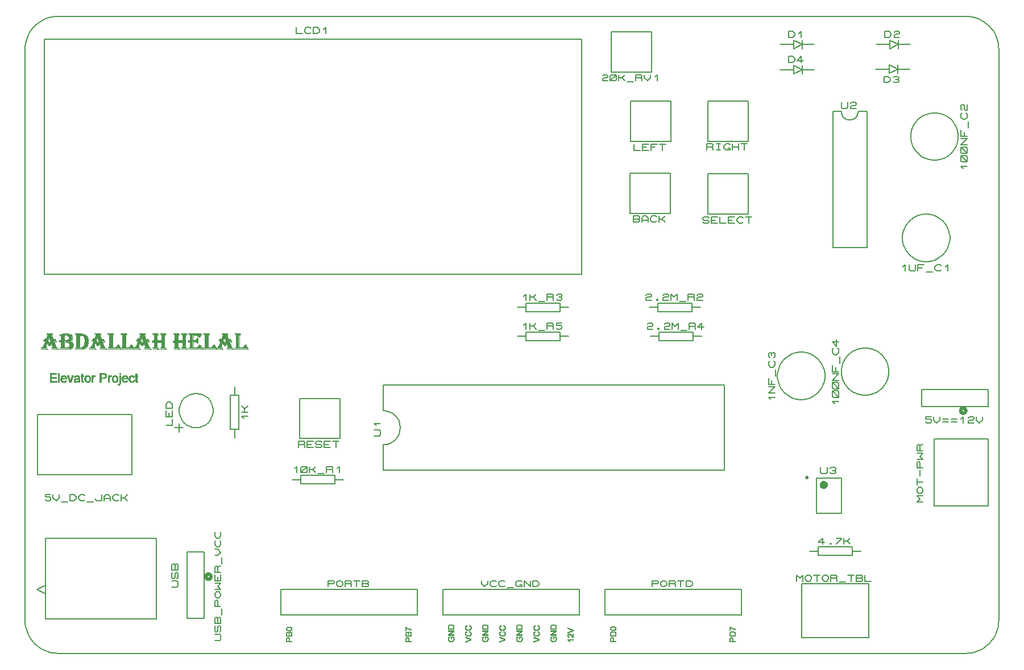
<source format=gbr>
G04 PROTEUS GERBER X2 FILE*
%TF.GenerationSoftware,Labcenter,Proteus,8.5-SP0-Build22067*%
%TF.CreationDate,2019-05-12T17:32:06+00:00*%
%TF.FileFunction,Legend,Top*%
%TF.FilePolarity,Positive*%
%TF.Part,Single*%
%FSLAX45Y45*%
%MOMM*%
G01*
%TA.AperFunction,Profile*%
%ADD20C,0.203200*%
%TA.AperFunction,Material*%
%ADD22C,0.203200*%
%ADD23C,0.152400*%
%ADD24C,0.508000*%
%ADD25C,0.250000*%
%ADD26C,0.200000*%
%ADD27C,0.600000*%
%ADD28C,0.031750*%
D20*
X+0Y+500000D02*
X+0Y+9000000D01*
X+14500000Y+500000D02*
X+14500000Y+9000000D01*
X+14000000Y+0D02*
X+500000Y+0D01*
X+14000000Y+9500000D02*
X+500000Y+9500000D01*
X+0Y+9000000D02*
X+2525Y+9051964D01*
X+9949Y+9102234D01*
X+22041Y+9150581D01*
X+38574Y+9196777D01*
X+59318Y+9240593D01*
X+84045Y+9281799D01*
X+112526Y+9320168D01*
X+144531Y+9355469D01*
X+179832Y+9387474D01*
X+218201Y+9415955D01*
X+259407Y+9440681D01*
X+303223Y+9461426D01*
X+349419Y+9477959D01*
X+397766Y+9490051D01*
X+448036Y+9497475D01*
X+500000Y+9500000D01*
X+14500000Y+9000000D02*
X+14497475Y+9051964D01*
X+14490051Y+9102234D01*
X+14477959Y+9150581D01*
X+14461426Y+9196777D01*
X+14440682Y+9240593D01*
X+14415955Y+9281799D01*
X+14387474Y+9320168D01*
X+14355469Y+9355469D01*
X+14320168Y+9387474D01*
X+14281799Y+9415955D01*
X+14240593Y+9440681D01*
X+14196777Y+9461426D01*
X+14150581Y+9477959D01*
X+14102234Y+9490051D01*
X+14051964Y+9497475D01*
X+14000000Y+9500000D01*
X+14500000Y+500000D02*
X+14497475Y+448036D01*
X+14490051Y+397766D01*
X+14477959Y+349419D01*
X+14461426Y+303223D01*
X+14440682Y+259407D01*
X+14415955Y+218201D01*
X+14387474Y+179832D01*
X+14355469Y+144531D01*
X+14320168Y+112526D01*
X+14281799Y+84045D01*
X+14240593Y+59319D01*
X+14196777Y+38574D01*
X+14150581Y+22041D01*
X+14102234Y+9949D01*
X+14051964Y+2525D01*
X+14000000Y+0D01*
X+0Y+500000D02*
X+2525Y+448036D01*
X+9949Y+397766D01*
X+22041Y+349419D01*
X+38574Y+303223D01*
X+59318Y+259407D01*
X+84045Y+218201D01*
X+112526Y+179832D01*
X+144531Y+144531D01*
X+179832Y+112526D01*
X+218201Y+84045D01*
X+259407Y+59319D01*
X+303223Y+38574D01*
X+349419Y+22041D01*
X+397766Y+9949D01*
X+448036Y+2525D01*
X+500000Y+0D01*
D22*
X+287220Y+5656040D02*
X+8288220Y+5656040D01*
X+8288220Y+9156160D01*
X+287220Y+9156160D01*
X+287220Y+5656040D01*
X+4033720Y+9331960D02*
X+4033720Y+9240520D01*
X+4128970Y+9240520D01*
X+4255970Y+9255760D02*
X+4240095Y+9240520D01*
X+4192470Y+9240520D01*
X+4160720Y+9271000D01*
X+4160720Y+9301480D01*
X+4192470Y+9331960D01*
X+4240095Y+9331960D01*
X+4255970Y+9316720D01*
X+4287720Y+9240520D02*
X+4287720Y+9331960D01*
X+4351220Y+9331960D01*
X+4382970Y+9301480D01*
X+4382970Y+9271000D01*
X+4351220Y+9240520D01*
X+4287720Y+9240520D01*
X+4446470Y+9301480D02*
X+4478220Y+9331960D01*
X+4478220Y+9240520D01*
X+5588000Y+3365500D02*
X+5582920Y+3417252D01*
X+5568315Y+3465195D01*
X+5545138Y+3508375D01*
X+5514340Y+3545840D01*
X+5476875Y+3576638D01*
X+5433695Y+3599815D01*
X+5385752Y+3614420D01*
X+5334000Y+3619500D01*
X+5588000Y+3365500D02*
X+5582920Y+3313018D01*
X+5568315Y+3264733D01*
X+5545138Y+3221509D01*
X+5514340Y+3184208D01*
X+5476875Y+3153693D01*
X+5433695Y+3130828D01*
X+5385752Y+3116476D01*
X+5334000Y+3111500D01*
X+5334000Y+3619500D02*
X+5334000Y+4000500D01*
X+10414000Y+4000500D02*
X+10414000Y+2730500D01*
X+5334000Y+2730500D02*
X+5334000Y+3111500D01*
X+5334000Y+4000500D02*
X+10414000Y+4000500D01*
X+5334000Y+2730500D02*
X+10414000Y+2730500D01*
X+5201920Y+3238500D02*
X+5278120Y+3238500D01*
X+5293360Y+3254375D01*
X+5293360Y+3317875D01*
X+5278120Y+3333750D01*
X+5201920Y+3333750D01*
X+5232400Y+3397250D02*
X+5201920Y+3429000D01*
X+5293360Y+3429000D01*
X+8729980Y+8668740D02*
X+9329980Y+8668740D01*
X+9329980Y+9268740D01*
X+8729980Y+9268740D01*
X+8729980Y+8668740D01*
X+8601355Y+8612860D02*
X+8617230Y+8628100D01*
X+8664855Y+8628100D01*
X+8680730Y+8612860D01*
X+8680730Y+8597620D01*
X+8664855Y+8582380D01*
X+8617230Y+8582380D01*
X+8601355Y+8567140D01*
X+8601355Y+8536660D01*
X+8680730Y+8536660D01*
X+8712480Y+8551900D02*
X+8712480Y+8612860D01*
X+8728355Y+8628100D01*
X+8791855Y+8628100D01*
X+8807730Y+8612860D01*
X+8807730Y+8551900D01*
X+8791855Y+8536660D01*
X+8728355Y+8536660D01*
X+8712480Y+8551900D01*
X+8712480Y+8536660D02*
X+8807730Y+8628100D01*
X+8839480Y+8628100D02*
X+8839480Y+8536660D01*
X+8934730Y+8628100D02*
X+8887105Y+8582380D01*
X+8934730Y+8536660D01*
X+8839480Y+8582380D02*
X+8887105Y+8582380D01*
X+8966480Y+8521420D02*
X+9061730Y+8521420D01*
X+9093480Y+8536660D02*
X+9093480Y+8628100D01*
X+9172855Y+8628100D01*
X+9188730Y+8612860D01*
X+9188730Y+8597620D01*
X+9172855Y+8582380D01*
X+9093480Y+8582380D01*
X+9172855Y+8582380D02*
X+9188730Y+8567140D01*
X+9188730Y+8536660D01*
X+9220480Y+8628100D02*
X+9220480Y+8582380D01*
X+9268105Y+8536660D01*
X+9315730Y+8582380D01*
X+9315730Y+8628100D01*
X+9379230Y+8597620D02*
X+9410980Y+8628100D01*
X+9410980Y+8536660D01*
X+9296400Y+5161280D02*
X+9423400Y+5161280D01*
X+9423400Y+5097780D02*
X+9931400Y+5097780D01*
X+9931400Y+5224780D01*
X+9423400Y+5224780D01*
X+9423400Y+5097780D01*
X+9931400Y+5161280D02*
X+10058400Y+5161280D01*
X+9248775Y+5341620D02*
X+9264650Y+5356860D01*
X+9312275Y+5356860D01*
X+9328150Y+5341620D01*
X+9328150Y+5326380D01*
X+9312275Y+5311140D01*
X+9264650Y+5311140D01*
X+9248775Y+5295900D01*
X+9248775Y+5265420D01*
X+9328150Y+5265420D01*
X+9407525Y+5280660D02*
X+9423400Y+5280660D01*
X+9423400Y+5265420D01*
X+9407525Y+5265420D01*
X+9407525Y+5280660D01*
X+9502775Y+5341620D02*
X+9518650Y+5356860D01*
X+9566275Y+5356860D01*
X+9582150Y+5341620D01*
X+9582150Y+5326380D01*
X+9566275Y+5311140D01*
X+9518650Y+5311140D01*
X+9502775Y+5295900D01*
X+9502775Y+5265420D01*
X+9582150Y+5265420D01*
X+9613900Y+5265420D02*
X+9613900Y+5356860D01*
X+9661525Y+5311140D01*
X+9709150Y+5356860D01*
X+9709150Y+5265420D01*
X+9740900Y+5250180D02*
X+9836150Y+5250180D01*
X+9867900Y+5265420D02*
X+9867900Y+5356860D01*
X+9947275Y+5356860D01*
X+9963150Y+5341620D01*
X+9963150Y+5326380D01*
X+9947275Y+5311140D01*
X+9867900Y+5311140D01*
X+9947275Y+5311140D02*
X+9963150Y+5295900D01*
X+9963150Y+5265420D01*
X+10010775Y+5341620D02*
X+10026650Y+5356860D01*
X+10074275Y+5356860D01*
X+10090150Y+5341620D01*
X+10090150Y+5326380D01*
X+10074275Y+5311140D01*
X+10026650Y+5311140D01*
X+10010775Y+5295900D01*
X+10010775Y+5265420D01*
X+10090150Y+5265420D01*
X+7327900Y+5161280D02*
X+7454900Y+5161280D01*
X+7454900Y+5097780D02*
X+7962900Y+5097780D01*
X+7962900Y+5224780D01*
X+7454900Y+5224780D01*
X+7454900Y+5097780D01*
X+7962900Y+5161280D02*
X+8089900Y+5161280D01*
X+7423150Y+5326380D02*
X+7454900Y+5356860D01*
X+7454900Y+5265420D01*
X+7518400Y+5356860D02*
X+7518400Y+5265420D01*
X+7613650Y+5356860D02*
X+7566025Y+5311140D01*
X+7613650Y+5265420D01*
X+7518400Y+5311140D02*
X+7566025Y+5311140D01*
X+7645400Y+5250180D02*
X+7740650Y+5250180D01*
X+7772400Y+5265420D02*
X+7772400Y+5356860D01*
X+7851775Y+5356860D01*
X+7867650Y+5341620D01*
X+7867650Y+5326380D01*
X+7851775Y+5311140D01*
X+7772400Y+5311140D01*
X+7851775Y+5311140D02*
X+7867650Y+5295900D01*
X+7867650Y+5265420D01*
X+7915275Y+5341620D02*
X+7931150Y+5356860D01*
X+7978775Y+5356860D01*
X+7994650Y+5341620D01*
X+7994650Y+5326380D01*
X+7978775Y+5311140D01*
X+7994650Y+5295900D01*
X+7994650Y+5280660D01*
X+7978775Y+5265420D01*
X+7931150Y+5265420D01*
X+7915275Y+5280660D01*
X+7947025Y+5311140D02*
X+7978775Y+5311140D01*
X+189000Y+2661500D02*
X+1589000Y+2661500D01*
X+1589000Y+3561500D01*
X+189000Y+3561500D01*
X+189000Y+2661500D01*
X+382270Y+2366860D02*
X+302895Y+2366860D01*
X+302895Y+2336380D01*
X+366395Y+2336380D01*
X+382270Y+2321140D01*
X+382270Y+2290660D01*
X+366395Y+2275420D01*
X+318770Y+2275420D01*
X+302895Y+2290660D01*
X+414020Y+2366860D02*
X+414020Y+2321140D01*
X+461645Y+2275420D01*
X+509270Y+2321140D01*
X+509270Y+2366860D01*
X+541020Y+2260180D02*
X+636270Y+2260180D01*
X+668020Y+2275420D02*
X+668020Y+2366860D01*
X+731520Y+2366860D01*
X+763270Y+2336380D01*
X+763270Y+2305900D01*
X+731520Y+2275420D01*
X+668020Y+2275420D01*
X+890270Y+2290660D02*
X+874395Y+2275420D01*
X+826770Y+2275420D01*
X+795020Y+2305900D01*
X+795020Y+2336380D01*
X+826770Y+2366860D01*
X+874395Y+2366860D01*
X+890270Y+2351620D01*
X+922020Y+2260180D02*
X+1017270Y+2260180D01*
X+1049020Y+2305900D02*
X+1049020Y+2290660D01*
X+1064895Y+2275420D01*
X+1128395Y+2275420D01*
X+1144270Y+2290660D01*
X+1144270Y+2366860D01*
X+1176020Y+2275420D02*
X+1176020Y+2336380D01*
X+1207770Y+2366860D01*
X+1239520Y+2366860D01*
X+1271270Y+2336380D01*
X+1271270Y+2275420D01*
X+1176020Y+2305900D02*
X+1271270Y+2305900D01*
X+1398270Y+2290660D02*
X+1382395Y+2275420D01*
X+1334770Y+2275420D01*
X+1303020Y+2305900D01*
X+1303020Y+2336380D01*
X+1334770Y+2366860D01*
X+1382395Y+2366860D01*
X+1398270Y+2351620D01*
X+1430020Y+2366860D02*
X+1430020Y+2275420D01*
X+1525270Y+2366860D02*
X+1477645Y+2321140D01*
X+1525270Y+2275420D01*
X+1430020Y+2321140D02*
X+1477645Y+2321140D01*
X+13896833Y+7707020D02*
X+13895710Y+7735175D01*
X+13886595Y+7791487D01*
X+13867596Y+7847799D01*
X+13836801Y+7904111D01*
X+13789876Y+7960378D01*
X+13733564Y+8004999D01*
X+13677252Y+8034207D01*
X+13620940Y+8051938D01*
X+13564628Y+8059928D01*
X+13543280Y+8060573D01*
X+13189727Y+7707020D02*
X+13190850Y+7735175D01*
X+13199965Y+7791487D01*
X+13218964Y+7847799D01*
X+13249759Y+7904111D01*
X+13296684Y+7960378D01*
X+13352996Y+8004999D01*
X+13409308Y+8034207D01*
X+13465620Y+8051938D01*
X+13521932Y+8059928D01*
X+13543280Y+8060573D01*
X+13189727Y+7707020D02*
X+13190850Y+7678865D01*
X+13199965Y+7622553D01*
X+13218964Y+7566241D01*
X+13249759Y+7509929D01*
X+13296684Y+7453662D01*
X+13352996Y+7409041D01*
X+13409308Y+7379833D01*
X+13465620Y+7362102D01*
X+13521932Y+7354112D01*
X+13543280Y+7353467D01*
X+13896833Y+7707020D02*
X+13895710Y+7678865D01*
X+13886595Y+7622553D01*
X+13867596Y+7566241D01*
X+13836801Y+7509929D01*
X+13789876Y+7453662D01*
X+13733564Y+7409041D01*
X+13677252Y+7379833D01*
X+13620940Y+7362102D01*
X+13564628Y+7354112D01*
X+13543280Y+7353467D01*
X+13967953Y+7230770D02*
X+13937473Y+7262520D01*
X+14028913Y+7262520D01*
X+14013673Y+7326020D02*
X+13952713Y+7326020D01*
X+13937473Y+7341895D01*
X+13937473Y+7405395D01*
X+13952713Y+7421270D01*
X+14013673Y+7421270D01*
X+14028913Y+7405395D01*
X+14028913Y+7341895D01*
X+14013673Y+7326020D01*
X+14028913Y+7326020D02*
X+13937473Y+7421270D01*
X+14013673Y+7453020D02*
X+13952713Y+7453020D01*
X+13937473Y+7468895D01*
X+13937473Y+7532395D01*
X+13952713Y+7548270D01*
X+14013673Y+7548270D01*
X+14028913Y+7532395D01*
X+14028913Y+7468895D01*
X+14013673Y+7453020D01*
X+14028913Y+7453020D02*
X+13937473Y+7548270D01*
X+14028913Y+7580020D02*
X+13937473Y+7580020D01*
X+14028913Y+7675270D01*
X+13937473Y+7675270D01*
X+14028913Y+7707020D02*
X+13937473Y+7707020D01*
X+13937473Y+7802270D01*
X+13983193Y+7707020D02*
X+13983193Y+7770520D01*
X+14044153Y+7834020D02*
X+14044153Y+7929270D01*
X+14013673Y+8056270D02*
X+14028913Y+8040395D01*
X+14028913Y+7992770D01*
X+13998433Y+7961020D01*
X+13967953Y+7961020D01*
X+13937473Y+7992770D01*
X+13937473Y+8040395D01*
X+13952713Y+8056270D01*
X+13952713Y+8103895D02*
X+13937473Y+8119770D01*
X+13937473Y+8167395D01*
X+13952713Y+8183270D01*
X+13967953Y+8183270D01*
X+13983193Y+8167395D01*
X+13983193Y+8119770D01*
X+13998433Y+8103895D01*
X+14028913Y+8103895D01*
X+14028913Y+8183270D01*
X+12026900Y+8082280D02*
X+12153900Y+8082280D01*
X+12280900Y+7955280D02*
X+12306776Y+7957716D01*
X+12330748Y+7964765D01*
X+12352338Y+7976042D01*
X+12371070Y+7991158D01*
X+12386469Y+8009726D01*
X+12398058Y+8031361D01*
X+12405360Y+8055674D01*
X+12407900Y+8082280D01*
X+12280900Y+7955280D02*
X+12254294Y+7957716D01*
X+12229981Y+7964765D01*
X+12208346Y+7976042D01*
X+12189778Y+7991158D01*
X+12174662Y+8009726D01*
X+12163385Y+8031361D01*
X+12156336Y+8055674D01*
X+12153900Y+8082280D01*
X+12407900Y+8082280D02*
X+12534900Y+8082280D01*
X+12026900Y+6050280D02*
X+12534900Y+6050280D01*
X+12026900Y+8082280D02*
X+12026900Y+6050280D01*
X+12534900Y+6050280D02*
X+12534900Y+8082280D01*
X+12153900Y+8214360D02*
X+12153900Y+8138160D01*
X+12169775Y+8122920D01*
X+12233275Y+8122920D01*
X+12249150Y+8138160D01*
X+12249150Y+8214360D01*
X+12296775Y+8199120D02*
X+12312650Y+8214360D01*
X+12360275Y+8214360D01*
X+12376150Y+8199120D01*
X+12376150Y+8183880D01*
X+12360275Y+8168640D01*
X+12312650Y+8168640D01*
X+12296775Y+8153400D01*
X+12296775Y+8122920D01*
X+12376150Y+8122920D01*
X+3980180Y+2590800D02*
X+4107180Y+2590800D01*
X+4107180Y+2527300D02*
X+4615180Y+2527300D01*
X+4615180Y+2654300D01*
X+4107180Y+2654300D01*
X+4107180Y+2527300D01*
X+4615180Y+2590800D02*
X+4742180Y+2590800D01*
X+4011930Y+2755900D02*
X+4043680Y+2786380D01*
X+4043680Y+2694940D01*
X+4107180Y+2710180D02*
X+4107180Y+2771140D01*
X+4123055Y+2786380D01*
X+4186555Y+2786380D01*
X+4202430Y+2771140D01*
X+4202430Y+2710180D01*
X+4186555Y+2694940D01*
X+4123055Y+2694940D01*
X+4107180Y+2710180D01*
X+4107180Y+2694940D02*
X+4202430Y+2786380D01*
X+4234180Y+2786380D02*
X+4234180Y+2694940D01*
X+4329430Y+2786380D02*
X+4281805Y+2740660D01*
X+4329430Y+2694940D01*
X+4234180Y+2740660D02*
X+4281805Y+2740660D01*
X+4361180Y+2679700D02*
X+4456430Y+2679700D01*
X+4488180Y+2694940D02*
X+4488180Y+2786380D01*
X+4567555Y+2786380D01*
X+4583430Y+2771140D01*
X+4583430Y+2755900D01*
X+4567555Y+2740660D01*
X+4488180Y+2740660D01*
X+4567555Y+2740660D02*
X+4583430Y+2725420D01*
X+4583430Y+2694940D01*
X+4646930Y+2755900D02*
X+4678680Y+2786380D01*
X+4678680Y+2694940D01*
X+9314180Y+4726940D02*
X+9441180Y+4726940D01*
X+9441180Y+4663440D02*
X+9949180Y+4663440D01*
X+9949180Y+4790440D01*
X+9441180Y+4790440D01*
X+9441180Y+4663440D01*
X+9949180Y+4726940D02*
X+10076180Y+4726940D01*
X+9266555Y+4907280D02*
X+9282430Y+4922520D01*
X+9330055Y+4922520D01*
X+9345930Y+4907280D01*
X+9345930Y+4892040D01*
X+9330055Y+4876800D01*
X+9282430Y+4876800D01*
X+9266555Y+4861560D01*
X+9266555Y+4831080D01*
X+9345930Y+4831080D01*
X+9425305Y+4846320D02*
X+9441180Y+4846320D01*
X+9441180Y+4831080D01*
X+9425305Y+4831080D01*
X+9425305Y+4846320D01*
X+9520555Y+4907280D02*
X+9536430Y+4922520D01*
X+9584055Y+4922520D01*
X+9599930Y+4907280D01*
X+9599930Y+4892040D01*
X+9584055Y+4876800D01*
X+9536430Y+4876800D01*
X+9520555Y+4861560D01*
X+9520555Y+4831080D01*
X+9599930Y+4831080D01*
X+9631680Y+4831080D02*
X+9631680Y+4922520D01*
X+9679305Y+4876800D01*
X+9726930Y+4922520D01*
X+9726930Y+4831080D01*
X+9758680Y+4815840D02*
X+9853930Y+4815840D01*
X+9885680Y+4831080D02*
X+9885680Y+4922520D01*
X+9965055Y+4922520D01*
X+9980930Y+4907280D01*
X+9980930Y+4892040D01*
X+9965055Y+4876800D01*
X+9885680Y+4876800D01*
X+9965055Y+4876800D02*
X+9980930Y+4861560D01*
X+9980930Y+4831080D01*
X+10107930Y+4861560D02*
X+10012680Y+4861560D01*
X+10076180Y+4922520D01*
X+10076180Y+4831080D01*
X+7327900Y+4729480D02*
X+7454900Y+4729480D01*
X+7454900Y+4665980D02*
X+7962900Y+4665980D01*
X+7962900Y+4792980D01*
X+7454900Y+4792980D01*
X+7454900Y+4665980D01*
X+7962900Y+4729480D02*
X+8089900Y+4729480D01*
X+7423150Y+4894580D02*
X+7454900Y+4925060D01*
X+7454900Y+4833620D01*
X+7518400Y+4925060D02*
X+7518400Y+4833620D01*
X+7613650Y+4925060D02*
X+7566025Y+4879340D01*
X+7613650Y+4833620D01*
X+7518400Y+4879340D02*
X+7566025Y+4879340D01*
X+7645400Y+4818380D02*
X+7740650Y+4818380D01*
X+7772400Y+4833620D02*
X+7772400Y+4925060D01*
X+7851775Y+4925060D01*
X+7867650Y+4909820D01*
X+7867650Y+4894580D01*
X+7851775Y+4879340D01*
X+7772400Y+4879340D01*
X+7851775Y+4879340D02*
X+7867650Y+4864100D01*
X+7867650Y+4833620D01*
X+7994650Y+4925060D02*
X+7915275Y+4925060D01*
X+7915275Y+4894580D01*
X+7978775Y+4894580D01*
X+7994650Y+4879340D01*
X+7994650Y+4848860D01*
X+7978775Y+4833620D01*
X+7931150Y+4833620D01*
X+7915275Y+4848860D01*
X+11561000Y+235000D02*
X+12561000Y+235000D01*
X+12561000Y+1035000D01*
X+11561000Y+1035000D01*
X+11561000Y+235000D01*
X+11489500Y+1075640D02*
X+11489500Y+1167080D01*
X+11537125Y+1121360D01*
X+11584750Y+1167080D01*
X+11584750Y+1075640D01*
X+11616500Y+1136600D02*
X+11648250Y+1167080D01*
X+11680000Y+1167080D01*
X+11711750Y+1136600D01*
X+11711750Y+1106120D01*
X+11680000Y+1075640D01*
X+11648250Y+1075640D01*
X+11616500Y+1106120D01*
X+11616500Y+1136600D01*
X+11743500Y+1167080D02*
X+11838750Y+1167080D01*
X+11791125Y+1167080D02*
X+11791125Y+1075640D01*
X+11870500Y+1136600D02*
X+11902250Y+1167080D01*
X+11934000Y+1167080D01*
X+11965750Y+1136600D01*
X+11965750Y+1106120D01*
X+11934000Y+1075640D01*
X+11902250Y+1075640D01*
X+11870500Y+1106120D01*
X+11870500Y+1136600D01*
X+11997500Y+1075640D02*
X+11997500Y+1167080D01*
X+12076875Y+1167080D01*
X+12092750Y+1151840D01*
X+12092750Y+1136600D01*
X+12076875Y+1121360D01*
X+11997500Y+1121360D01*
X+12076875Y+1121360D02*
X+12092750Y+1106120D01*
X+12092750Y+1075640D01*
X+12124500Y+1060400D02*
X+12219750Y+1060400D01*
X+12251500Y+1167080D02*
X+12346750Y+1167080D01*
X+12299125Y+1167080D02*
X+12299125Y+1075640D01*
X+12378500Y+1075640D02*
X+12378500Y+1167080D01*
X+12457875Y+1167080D01*
X+12473750Y+1151840D01*
X+12473750Y+1136600D01*
X+12457875Y+1121360D01*
X+12473750Y+1106120D01*
X+12473750Y+1090880D01*
X+12457875Y+1075640D01*
X+12378500Y+1075640D01*
X+12378500Y+1121360D02*
X+12457875Y+1121360D01*
X+12505500Y+1167080D02*
X+12505500Y+1075640D01*
X+12600750Y+1075640D01*
X+4089780Y+3202660D02*
X+4689780Y+3202660D01*
X+4689780Y+3802660D01*
X+4089780Y+3802660D01*
X+4089780Y+3202660D01*
X+4072280Y+3070580D02*
X+4072280Y+3162020D01*
X+4151655Y+3162020D01*
X+4167530Y+3146780D01*
X+4167530Y+3131540D01*
X+4151655Y+3116300D01*
X+4072280Y+3116300D01*
X+4151655Y+3116300D02*
X+4167530Y+3101060D01*
X+4167530Y+3070580D01*
X+4294530Y+3070580D02*
X+4199280Y+3070580D01*
X+4199280Y+3162020D01*
X+4294530Y+3162020D01*
X+4199280Y+3116300D02*
X+4262780Y+3116300D01*
X+4326280Y+3085820D02*
X+4342155Y+3070580D01*
X+4405655Y+3070580D01*
X+4421530Y+3085820D01*
X+4421530Y+3101060D01*
X+4405655Y+3116300D01*
X+4342155Y+3116300D01*
X+4326280Y+3131540D01*
X+4326280Y+3146780D01*
X+4342155Y+3162020D01*
X+4405655Y+3162020D01*
X+4421530Y+3146780D01*
X+4548530Y+3070580D02*
X+4453280Y+3070580D01*
X+4453280Y+3162020D01*
X+4548530Y+3162020D01*
X+4453280Y+3116300D02*
X+4516780Y+3116300D01*
X+4580280Y+3162020D02*
X+4675530Y+3162020D01*
X+4627905Y+3162020D02*
X+4627905Y+3070580D01*
X+10171860Y+6547840D02*
X+10771860Y+6547840D01*
X+10771860Y+7147840D01*
X+10171860Y+7147840D01*
X+10171860Y+6547840D01*
X+10090860Y+6431000D02*
X+10106735Y+6415760D01*
X+10170235Y+6415760D01*
X+10186110Y+6431000D01*
X+10186110Y+6446240D01*
X+10170235Y+6461480D01*
X+10106735Y+6461480D01*
X+10090860Y+6476720D01*
X+10090860Y+6491960D01*
X+10106735Y+6507200D01*
X+10170235Y+6507200D01*
X+10186110Y+6491960D01*
X+10313110Y+6415760D02*
X+10217860Y+6415760D01*
X+10217860Y+6507200D01*
X+10313110Y+6507200D01*
X+10217860Y+6461480D02*
X+10281360Y+6461480D01*
X+10344860Y+6507200D02*
X+10344860Y+6415760D01*
X+10440110Y+6415760D01*
X+10567110Y+6415760D02*
X+10471860Y+6415760D01*
X+10471860Y+6507200D01*
X+10567110Y+6507200D01*
X+10471860Y+6461480D02*
X+10535360Y+6461480D01*
X+10694110Y+6431000D02*
X+10678235Y+6415760D01*
X+10630610Y+6415760D01*
X+10598860Y+6446240D01*
X+10598860Y+6476720D01*
X+10630610Y+6507200D01*
X+10678235Y+6507200D01*
X+10694110Y+6491960D01*
X+10725860Y+6507200D02*
X+10821110Y+6507200D01*
X+10773485Y+6507200D02*
X+10773485Y+6415760D01*
X+13539520Y+2198560D02*
X+14339520Y+2198560D01*
X+14339520Y+3198560D01*
X+13539520Y+3198560D01*
X+13539520Y+2198560D01*
X+13371880Y+2254060D02*
X+13280440Y+2254060D01*
X+13326160Y+2301685D01*
X+13280440Y+2349310D01*
X+13371880Y+2349310D01*
X+13310920Y+2381060D02*
X+13280440Y+2412810D01*
X+13280440Y+2444560D01*
X+13310920Y+2476310D01*
X+13341400Y+2476310D01*
X+13371880Y+2444560D01*
X+13371880Y+2412810D01*
X+13341400Y+2381060D01*
X+13310920Y+2381060D01*
X+13280440Y+2508060D02*
X+13280440Y+2603310D01*
X+13280440Y+2555685D02*
X+13371880Y+2555685D01*
X+13326160Y+2650935D02*
X+13326160Y+2730310D01*
X+13371880Y+2762060D02*
X+13280440Y+2762060D01*
X+13280440Y+2841435D01*
X+13295680Y+2857310D01*
X+13310920Y+2857310D01*
X+13326160Y+2841435D01*
X+13326160Y+2762060D01*
X+13280440Y+2889060D02*
X+13371880Y+2889060D01*
X+13326160Y+2936685D01*
X+13371880Y+2984310D01*
X+13280440Y+2984310D01*
X+13371880Y+3016060D02*
X+13280440Y+3016060D01*
X+13280440Y+3095435D01*
X+13295680Y+3111310D01*
X+13310920Y+3111310D01*
X+13326160Y+3095435D01*
X+13326160Y+3016060D01*
X+13326160Y+3095435D02*
X+13341400Y+3111310D01*
X+13371880Y+3111310D01*
X+13771813Y+6195060D02*
X+13770690Y+6223215D01*
X+13761575Y+6279527D01*
X+13742576Y+6335839D01*
X+13711781Y+6392151D01*
X+13664856Y+6448418D01*
X+13608544Y+6493039D01*
X+13552232Y+6522247D01*
X+13495920Y+6539978D01*
X+13439608Y+6547968D01*
X+13418260Y+6548613D01*
X+13064707Y+6195060D02*
X+13065830Y+6223215D01*
X+13074945Y+6279527D01*
X+13093944Y+6335839D01*
X+13124739Y+6392151D01*
X+13171664Y+6448418D01*
X+13227976Y+6493039D01*
X+13284288Y+6522247D01*
X+13340600Y+6539978D01*
X+13396912Y+6547968D01*
X+13418260Y+6548613D01*
X+13064707Y+6195060D02*
X+13065830Y+6166905D01*
X+13074945Y+6110593D01*
X+13093944Y+6054281D01*
X+13124739Y+5997969D01*
X+13171664Y+5941702D01*
X+13227976Y+5897081D01*
X+13284288Y+5867873D01*
X+13340600Y+5850142D01*
X+13396912Y+5842152D01*
X+13418260Y+5841507D01*
X+13771813Y+6195060D02*
X+13770690Y+6166905D01*
X+13761575Y+6110593D01*
X+13742576Y+6054281D01*
X+13711781Y+5997969D01*
X+13664856Y+5941702D01*
X+13608544Y+5897081D01*
X+13552232Y+5867873D01*
X+13495920Y+5850142D01*
X+13439608Y+5842152D01*
X+13418260Y+5841507D01*
X+13071550Y+5762767D02*
X+13103300Y+5793247D01*
X+13103300Y+5701807D01*
X+13166800Y+5793247D02*
X+13166800Y+5717047D01*
X+13182675Y+5701807D01*
X+13246175Y+5701807D01*
X+13262050Y+5717047D01*
X+13262050Y+5793247D01*
X+13293800Y+5701807D02*
X+13293800Y+5793247D01*
X+13389050Y+5793247D01*
X+13293800Y+5747527D02*
X+13357300Y+5747527D01*
X+13420800Y+5686567D02*
X+13516050Y+5686567D01*
X+13643050Y+5717047D02*
X+13627175Y+5701807D01*
X+13579550Y+5701807D01*
X+13547800Y+5732287D01*
X+13547800Y+5762767D01*
X+13579550Y+5793247D01*
X+13627175Y+5793247D01*
X+13643050Y+5778007D01*
X+13706550Y+5762767D02*
X+13738300Y+5793247D01*
X+13738300Y+5701807D01*
X+9009660Y+6563080D02*
X+9609660Y+6563080D01*
X+9609660Y+7163080D01*
X+9009660Y+7163080D01*
X+9009660Y+6563080D01*
X+9055660Y+6431000D02*
X+9055660Y+6522440D01*
X+9135035Y+6522440D01*
X+9150910Y+6507200D01*
X+9150910Y+6491960D01*
X+9135035Y+6476720D01*
X+9150910Y+6461480D01*
X+9150910Y+6446240D01*
X+9135035Y+6431000D01*
X+9055660Y+6431000D01*
X+9055660Y+6476720D02*
X+9135035Y+6476720D01*
X+9182660Y+6431000D02*
X+9182660Y+6491960D01*
X+9214410Y+6522440D01*
X+9246160Y+6522440D01*
X+9277910Y+6491960D01*
X+9277910Y+6431000D01*
X+9182660Y+6461480D02*
X+9277910Y+6461480D01*
X+9404910Y+6446240D02*
X+9389035Y+6431000D01*
X+9341410Y+6431000D01*
X+9309660Y+6461480D01*
X+9309660Y+6491960D01*
X+9341410Y+6522440D01*
X+9389035Y+6522440D01*
X+9404910Y+6507200D01*
X+9436660Y+6522440D02*
X+9436660Y+6431000D01*
X+9531910Y+6522440D02*
X+9484285Y+6476720D01*
X+9531910Y+6431000D01*
X+9436660Y+6476720D02*
X+9484285Y+6476720D01*
X+9019920Y+7632420D02*
X+9619920Y+7632420D01*
X+9619920Y+8232420D01*
X+9019920Y+8232420D01*
X+9019920Y+7632420D01*
X+9065920Y+7591780D02*
X+9065920Y+7500340D01*
X+9161170Y+7500340D01*
X+9288170Y+7500340D02*
X+9192920Y+7500340D01*
X+9192920Y+7591780D01*
X+9288170Y+7591780D01*
X+9192920Y+7546060D02*
X+9256420Y+7546060D01*
X+9319920Y+7500340D02*
X+9319920Y+7591780D01*
X+9415170Y+7591780D01*
X+9319920Y+7546060D02*
X+9383420Y+7546060D01*
X+9446920Y+7591780D02*
X+9542170Y+7591780D01*
X+9494545Y+7591780D02*
X+9494545Y+7500340D01*
X+10168000Y+7637500D02*
X+10768000Y+7637500D01*
X+10768000Y+8237500D01*
X+10168000Y+8237500D01*
X+10168000Y+7637500D01*
X+10150500Y+7505420D02*
X+10150500Y+7596860D01*
X+10229875Y+7596860D01*
X+10245750Y+7581620D01*
X+10245750Y+7566380D01*
X+10229875Y+7551140D01*
X+10150500Y+7551140D01*
X+10229875Y+7551140D02*
X+10245750Y+7535900D01*
X+10245750Y+7505420D01*
X+10293375Y+7596860D02*
X+10356875Y+7596860D01*
X+10325125Y+7596860D02*
X+10325125Y+7505420D01*
X+10293375Y+7505420D02*
X+10356875Y+7505420D01*
X+10468000Y+7535900D02*
X+10499750Y+7535900D01*
X+10499750Y+7505420D01*
X+10436250Y+7505420D01*
X+10404500Y+7535900D01*
X+10404500Y+7566380D01*
X+10436250Y+7596860D01*
X+10483875Y+7596860D01*
X+10499750Y+7581620D01*
X+10531500Y+7505420D02*
X+10531500Y+7596860D01*
X+10626750Y+7596860D02*
X+10626750Y+7505420D01*
X+10531500Y+7551140D02*
X+10626750Y+7551140D01*
X+10658500Y+7596860D02*
X+10753750Y+7596860D01*
X+10706125Y+7596860D02*
X+10706125Y+7505420D01*
D23*
X+307340Y+1016000D02*
X+180340Y+952500D01*
X+307340Y+889000D02*
X+180340Y+952500D01*
X+307340Y+1711960D02*
X+307340Y+513080D01*
X+1958340Y+513080D01*
X+1958340Y+1711960D01*
X+307340Y+1711960D01*
D22*
X+2186940Y+985520D02*
X+2263140Y+985520D01*
X+2278380Y+1001395D01*
X+2278380Y+1064895D01*
X+2263140Y+1080770D01*
X+2186940Y+1080770D01*
X+2263140Y+1112520D02*
X+2278380Y+1128395D01*
X+2278380Y+1191895D01*
X+2263140Y+1207770D01*
X+2247900Y+1207770D01*
X+2232660Y+1191895D01*
X+2232660Y+1128395D01*
X+2217420Y+1112520D01*
X+2202180Y+1112520D01*
X+2186940Y+1128395D01*
X+2186940Y+1191895D01*
X+2202180Y+1207770D01*
X+2278380Y+1239520D02*
X+2186940Y+1239520D01*
X+2186940Y+1318895D01*
X+2202180Y+1334770D01*
X+2217420Y+1334770D01*
X+2232660Y+1318895D01*
X+2247900Y+1334770D01*
X+2263140Y+1334770D01*
X+2278380Y+1318895D01*
X+2278380Y+1239520D01*
X+2232660Y+1239520D02*
X+2232660Y+1318895D01*
X+11910553Y+4137000D02*
X+11909430Y+4165155D01*
X+11900315Y+4221467D01*
X+11881316Y+4277779D01*
X+11850521Y+4334091D01*
X+11803596Y+4390358D01*
X+11747284Y+4434979D01*
X+11690972Y+4464187D01*
X+11634660Y+4481918D01*
X+11578348Y+4489908D01*
X+11557000Y+4490553D01*
X+11203447Y+4137000D02*
X+11204570Y+4165155D01*
X+11213685Y+4221467D01*
X+11232684Y+4277779D01*
X+11263479Y+4334091D01*
X+11310404Y+4390358D01*
X+11366716Y+4434979D01*
X+11423028Y+4464187D01*
X+11479340Y+4481918D01*
X+11535652Y+4489908D01*
X+11557000Y+4490553D01*
X+11203447Y+4137000D02*
X+11204570Y+4108845D01*
X+11213685Y+4052533D01*
X+11232684Y+3996221D01*
X+11263479Y+3939909D01*
X+11310404Y+3883642D01*
X+11366716Y+3839021D01*
X+11423028Y+3809813D01*
X+11479340Y+3792082D01*
X+11535652Y+3784092D01*
X+11557000Y+3783447D01*
X+11910553Y+4137000D02*
X+11909430Y+4108845D01*
X+11900315Y+4052533D01*
X+11881316Y+3996221D01*
X+11850521Y+3939909D01*
X+11803596Y+3883642D01*
X+11747284Y+3839021D01*
X+11690972Y+3809813D01*
X+11634660Y+3792082D01*
X+11578348Y+3784092D01*
X+11557000Y+3783447D01*
X+11101847Y+3787750D02*
X+11071367Y+3819500D01*
X+11162807Y+3819500D01*
X+11162807Y+3883000D02*
X+11071367Y+3883000D01*
X+11162807Y+3978250D01*
X+11071367Y+3978250D01*
X+11162807Y+4010000D02*
X+11071367Y+4010000D01*
X+11071367Y+4105250D01*
X+11117087Y+4010000D02*
X+11117087Y+4073500D01*
X+11178047Y+4137000D02*
X+11178047Y+4232250D01*
X+11147567Y+4359250D02*
X+11162807Y+4343375D01*
X+11162807Y+4295750D01*
X+11132327Y+4264000D01*
X+11101847Y+4264000D01*
X+11071367Y+4295750D01*
X+11071367Y+4343375D01*
X+11086607Y+4359250D01*
X+11086607Y+4406875D02*
X+11071367Y+4422750D01*
X+11071367Y+4470375D01*
X+11086607Y+4486250D01*
X+11101847Y+4486250D01*
X+11117087Y+4470375D01*
X+11132327Y+4486250D01*
X+11147567Y+4486250D01*
X+11162807Y+4470375D01*
X+11162807Y+4422750D01*
X+11147567Y+4406875D01*
X+11117087Y+4438625D02*
X+11117087Y+4470375D01*
X+12863053Y+4200500D02*
X+12861930Y+4228655D01*
X+12852815Y+4284967D01*
X+12833816Y+4341279D01*
X+12803021Y+4397591D01*
X+12756096Y+4453858D01*
X+12699784Y+4498479D01*
X+12643472Y+4527687D01*
X+12587160Y+4545418D01*
X+12530848Y+4553408D01*
X+12509500Y+4554053D01*
X+12155947Y+4200500D02*
X+12157070Y+4228655D01*
X+12166185Y+4284967D01*
X+12185184Y+4341279D01*
X+12215979Y+4397591D01*
X+12262904Y+4453858D01*
X+12319216Y+4498479D01*
X+12375528Y+4527687D01*
X+12431840Y+4545418D01*
X+12488152Y+4553408D01*
X+12509500Y+4554053D01*
X+12155947Y+4200500D02*
X+12157070Y+4172345D01*
X+12166185Y+4116033D01*
X+12185184Y+4059721D01*
X+12215979Y+4003409D01*
X+12262904Y+3947142D01*
X+12319216Y+3902521D01*
X+12375528Y+3873313D01*
X+12431840Y+3855582D01*
X+12488152Y+3847592D01*
X+12509500Y+3846947D01*
X+12863053Y+4200500D02*
X+12861930Y+4172345D01*
X+12852815Y+4116033D01*
X+12833816Y+4059721D01*
X+12803021Y+4003409D01*
X+12756096Y+3947142D01*
X+12699784Y+3902521D01*
X+12643472Y+3873313D01*
X+12587160Y+3855582D01*
X+12530848Y+3847592D01*
X+12509500Y+3846947D01*
X+12054347Y+3724250D02*
X+12023867Y+3756000D01*
X+12115307Y+3756000D01*
X+12100067Y+3819500D02*
X+12039107Y+3819500D01*
X+12023867Y+3835375D01*
X+12023867Y+3898875D01*
X+12039107Y+3914750D01*
X+12100067Y+3914750D01*
X+12115307Y+3898875D01*
X+12115307Y+3835375D01*
X+12100067Y+3819500D01*
X+12115307Y+3819500D02*
X+12023867Y+3914750D01*
X+12100067Y+3946500D02*
X+12039107Y+3946500D01*
X+12023867Y+3962375D01*
X+12023867Y+4025875D01*
X+12039107Y+4041750D01*
X+12100067Y+4041750D01*
X+12115307Y+4025875D01*
X+12115307Y+3962375D01*
X+12100067Y+3946500D01*
X+12115307Y+3946500D02*
X+12023867Y+4041750D01*
X+12115307Y+4073500D02*
X+12023867Y+4073500D01*
X+12115307Y+4168750D01*
X+12023867Y+4168750D01*
X+12115307Y+4200500D02*
X+12023867Y+4200500D01*
X+12023867Y+4295750D01*
X+12069587Y+4200500D02*
X+12069587Y+4264000D01*
X+12130547Y+4327500D02*
X+12130547Y+4422750D01*
X+12100067Y+4549750D02*
X+12115307Y+4533875D01*
X+12115307Y+4486250D01*
X+12084827Y+4454500D01*
X+12054347Y+4454500D01*
X+12023867Y+4486250D01*
X+12023867Y+4533875D01*
X+12039107Y+4549750D01*
X+12084827Y+4676750D02*
X+12084827Y+4581500D01*
X+12023867Y+4645000D01*
X+12115307Y+4645000D01*
X+11442700Y+9144000D02*
X+11442700Y+9017000D01*
X+11442700Y+9144000D02*
X+11569700Y+9080500D01*
X+11442700Y+9017000D02*
X+11569700Y+9080500D01*
X+11569700Y+9144000D02*
X+11569700Y+9017000D01*
X+11239500Y+9080500D02*
X+11442700Y+9080500D01*
X+11569700Y+9080500D02*
X+11747500Y+9080500D01*
X+11366500Y+9184640D02*
X+11366500Y+9276080D01*
X+11430000Y+9276080D01*
X+11461750Y+9245600D01*
X+11461750Y+9215120D01*
X+11430000Y+9184640D01*
X+11366500Y+9184640D01*
X+11525250Y+9245600D02*
X+11557000Y+9276080D01*
X+11557000Y+9184640D01*
X+12877800Y+9144000D02*
X+12877800Y+9017000D01*
X+12877800Y+9144000D02*
X+13004800Y+9080500D01*
X+12877800Y+9017000D02*
X+13004800Y+9080500D01*
X+13004800Y+9144000D02*
X+13004800Y+9017000D01*
X+12674600Y+9080500D02*
X+12877800Y+9080500D01*
X+13004800Y+9080500D02*
X+13182600Y+9080500D01*
X+12801600Y+9184640D02*
X+12801600Y+9276080D01*
X+12865100Y+9276080D01*
X+12896850Y+9245600D01*
X+12896850Y+9215120D01*
X+12865100Y+9184640D01*
X+12801600Y+9184640D01*
X+12944475Y+9260840D02*
X+12960350Y+9276080D01*
X+13007975Y+9276080D01*
X+13023850Y+9260840D01*
X+13023850Y+9245600D01*
X+13007975Y+9230360D01*
X+12960350Y+9230360D01*
X+12944475Y+9215120D01*
X+12944475Y+9184640D01*
X+13023850Y+9184640D01*
X+12865100Y+8775700D02*
X+12865100Y+8648700D01*
X+12865100Y+8775700D02*
X+12992100Y+8712200D01*
X+12865100Y+8648700D02*
X+12992100Y+8712200D01*
X+12992100Y+8775700D02*
X+12992100Y+8648700D01*
X+12661900Y+8712200D02*
X+12865100Y+8712200D01*
X+12992100Y+8712200D02*
X+13169900Y+8712200D01*
X+12788900Y+8511540D02*
X+12788900Y+8602980D01*
X+12852400Y+8602980D01*
X+12884150Y+8572500D01*
X+12884150Y+8542020D01*
X+12852400Y+8511540D01*
X+12788900Y+8511540D01*
X+12931775Y+8587740D02*
X+12947650Y+8602980D01*
X+12995275Y+8602980D01*
X+13011150Y+8587740D01*
X+13011150Y+8572500D01*
X+12995275Y+8557260D01*
X+13011150Y+8542020D01*
X+13011150Y+8526780D01*
X+12995275Y+8511540D01*
X+12947650Y+8511540D01*
X+12931775Y+8526780D01*
X+12963525Y+8557260D02*
X+12995275Y+8557260D01*
X+11442700Y+8768080D02*
X+11442700Y+8641080D01*
X+11442700Y+8768080D02*
X+11569700Y+8704580D01*
X+11442700Y+8641080D02*
X+11569700Y+8704580D01*
X+11569700Y+8768080D02*
X+11569700Y+8641080D01*
X+11239500Y+8704580D02*
X+11442700Y+8704580D01*
X+11569700Y+8704580D02*
X+11747500Y+8704580D01*
X+11366500Y+8808720D02*
X+11366500Y+8900160D01*
X+11430000Y+8900160D01*
X+11461750Y+8869680D01*
X+11461750Y+8839200D01*
X+11430000Y+8808720D01*
X+11366500Y+8808720D01*
X+11588750Y+8839200D02*
X+11493500Y+8839200D01*
X+11557000Y+8900160D01*
X+11557000Y+8808720D01*
X+6223000Y+571500D02*
X+8255000Y+571500D01*
X+8255000Y+952500D01*
X+6223000Y+952500D01*
X+6223000Y+571500D01*
X+6794500Y+1084580D02*
X+6794500Y+1038860D01*
X+6842125Y+993140D01*
X+6889750Y+1038860D01*
X+6889750Y+1084580D01*
X+7016750Y+1008380D02*
X+7000875Y+993140D01*
X+6953250Y+993140D01*
X+6921500Y+1023620D01*
X+6921500Y+1054100D01*
X+6953250Y+1084580D01*
X+7000875Y+1084580D01*
X+7016750Y+1069340D01*
X+7143750Y+1008380D02*
X+7127875Y+993140D01*
X+7080250Y+993140D01*
X+7048500Y+1023620D01*
X+7048500Y+1054100D01*
X+7080250Y+1084580D01*
X+7127875Y+1084580D01*
X+7143750Y+1069340D01*
X+7175500Y+977900D02*
X+7270750Y+977900D01*
X+7366000Y+1023620D02*
X+7397750Y+1023620D01*
X+7397750Y+993140D01*
X+7334250Y+993140D01*
X+7302500Y+1023620D01*
X+7302500Y+1054100D01*
X+7334250Y+1084580D01*
X+7381875Y+1084580D01*
X+7397750Y+1069340D01*
X+7429500Y+993140D02*
X+7429500Y+1084580D01*
X+7524750Y+993140D01*
X+7524750Y+1084580D01*
X+7556500Y+993140D02*
X+7556500Y+1084580D01*
X+7620000Y+1084580D01*
X+7651750Y+1054100D01*
X+7651750Y+1023620D01*
X+7620000Y+993140D01*
X+7556500Y+993140D01*
X+8636000Y+571500D02*
X+10668000Y+571500D01*
X+10668000Y+952500D01*
X+8636000Y+952500D01*
X+8636000Y+571500D01*
X+9334500Y+993140D02*
X+9334500Y+1084580D01*
X+9413875Y+1084580D01*
X+9429750Y+1069340D01*
X+9429750Y+1054100D01*
X+9413875Y+1038860D01*
X+9334500Y+1038860D01*
X+9461500Y+1054100D02*
X+9493250Y+1084580D01*
X+9525000Y+1084580D01*
X+9556750Y+1054100D01*
X+9556750Y+1023620D01*
X+9525000Y+993140D01*
X+9493250Y+993140D01*
X+9461500Y+1023620D01*
X+9461500Y+1054100D01*
X+9588500Y+993140D02*
X+9588500Y+1084580D01*
X+9667875Y+1084580D01*
X+9683750Y+1069340D01*
X+9683750Y+1054100D01*
X+9667875Y+1038860D01*
X+9588500Y+1038860D01*
X+9667875Y+1038860D02*
X+9683750Y+1023620D01*
X+9683750Y+993140D01*
X+9715500Y+1084580D02*
X+9810750Y+1084580D01*
X+9763125Y+1084580D02*
X+9763125Y+993140D01*
X+9842500Y+993140D02*
X+9842500Y+1084580D01*
X+9906000Y+1084580D01*
X+9937750Y+1054100D01*
X+9937750Y+1023620D01*
X+9906000Y+993140D01*
X+9842500Y+993140D01*
X+3810000Y+571500D02*
X+5842000Y+571500D01*
X+5842000Y+952500D01*
X+3810000Y+952500D01*
X+3810000Y+571500D01*
X+4508500Y+993140D02*
X+4508500Y+1084580D01*
X+4587875Y+1084580D01*
X+4603750Y+1069340D01*
X+4603750Y+1054100D01*
X+4587875Y+1038860D01*
X+4508500Y+1038860D01*
X+4635500Y+1054100D02*
X+4667250Y+1084580D01*
X+4699000Y+1084580D01*
X+4730750Y+1054100D01*
X+4730750Y+1023620D01*
X+4699000Y+993140D01*
X+4667250Y+993140D01*
X+4635500Y+1023620D01*
X+4635500Y+1054100D01*
X+4762500Y+993140D02*
X+4762500Y+1084580D01*
X+4841875Y+1084580D01*
X+4857750Y+1069340D01*
X+4857750Y+1054100D01*
X+4841875Y+1038860D01*
X+4762500Y+1038860D01*
X+4841875Y+1038860D02*
X+4857750Y+1023620D01*
X+4857750Y+993140D01*
X+4889500Y+1084580D02*
X+4984750Y+1084580D01*
X+4937125Y+1084580D02*
X+4937125Y+993140D01*
X+5016500Y+993140D02*
X+5016500Y+1084580D01*
X+5095875Y+1084580D01*
X+5111750Y+1069340D01*
X+5111750Y+1054100D01*
X+5095875Y+1038860D01*
X+5111750Y+1023620D01*
X+5111750Y+1008380D01*
X+5095875Y+993140D01*
X+5016500Y+993140D01*
X+5016500Y+1038860D02*
X+5095875Y+1038860D01*
D24*
X+14008100Y+3619500D02*
X+14007969Y+3622658D01*
X+14006903Y+3628976D01*
X+14004672Y+3635294D01*
X+14001027Y+3641612D01*
X+13995452Y+3647851D01*
X+13989134Y+3652447D01*
X+13982816Y+3655380D01*
X+13976498Y+3657042D01*
X+13970180Y+3657600D01*
X+13970000Y+3657600D01*
X+13931900Y+3619500D02*
X+13932031Y+3622658D01*
X+13933097Y+3628976D01*
X+13935328Y+3635294D01*
X+13938973Y+3641612D01*
X+13944548Y+3647851D01*
X+13950866Y+3652447D01*
X+13957184Y+3655380D01*
X+13963502Y+3657042D01*
X+13969820Y+3657600D01*
X+13970000Y+3657600D01*
X+13931900Y+3619500D02*
X+13932031Y+3616342D01*
X+13933097Y+3610024D01*
X+13935328Y+3603706D01*
X+13938973Y+3597388D01*
X+13944548Y+3591149D01*
X+13950866Y+3586553D01*
X+13957184Y+3583620D01*
X+13963502Y+3581958D01*
X+13969820Y+3581400D01*
X+13970000Y+3581400D01*
X+14008100Y+3619500D02*
X+14007969Y+3616342D01*
X+14006903Y+3610024D01*
X+14004672Y+3603706D01*
X+14001027Y+3597388D01*
X+13995452Y+3591149D01*
X+13989134Y+3586553D01*
X+13982816Y+3583620D01*
X+13976498Y+3581958D01*
X+13970180Y+3581400D01*
X+13970000Y+3581400D01*
D23*
X+14338300Y+3937000D02*
X+13347700Y+3937000D01*
X+13347700Y+3683000D01*
X+14338300Y+3683000D01*
X+14338300Y+3937000D01*
D22*
X+13493750Y+3525520D02*
X+13414375Y+3525520D01*
X+13414375Y+3495040D01*
X+13477875Y+3495040D01*
X+13493750Y+3479800D01*
X+13493750Y+3449320D01*
X+13477875Y+3434080D01*
X+13430250Y+3434080D01*
X+13414375Y+3449320D01*
X+13525500Y+3525520D02*
X+13525500Y+3479800D01*
X+13573125Y+3434080D01*
X+13620750Y+3479800D01*
X+13620750Y+3525520D01*
X+13668375Y+3495040D02*
X+13747750Y+3495040D01*
X+13668375Y+3449320D02*
X+13747750Y+3449320D01*
X+13795375Y+3495040D02*
X+13874750Y+3495040D01*
X+13795375Y+3449320D02*
X+13874750Y+3449320D01*
X+13938250Y+3495040D02*
X+13970000Y+3525520D01*
X+13970000Y+3434080D01*
X+14049375Y+3510280D02*
X+14065250Y+3525520D01*
X+14112875Y+3525520D01*
X+14128750Y+3510280D01*
X+14128750Y+3495040D01*
X+14112875Y+3479800D01*
X+14065250Y+3479800D01*
X+14049375Y+3464560D01*
X+14049375Y+3434080D01*
X+14128750Y+3434080D01*
X+14160500Y+3525520D02*
X+14160500Y+3479800D01*
X+14208125Y+3434080D01*
X+14255750Y+3479800D01*
X+14255750Y+3525520D01*
D25*
X+11651500Y+2624500D02*
X+11651457Y+2625539D01*
X+11651105Y+2627618D01*
X+11650368Y+2629697D01*
X+11649164Y+2631776D01*
X+11647323Y+2633826D01*
X+11645244Y+2635329D01*
X+11643165Y+2636286D01*
X+11641086Y+2636825D01*
X+11639007Y+2637000D01*
X+11639000Y+2637000D01*
X+11626500Y+2624500D02*
X+11626543Y+2625539D01*
X+11626895Y+2627618D01*
X+11627632Y+2629697D01*
X+11628836Y+2631776D01*
X+11630677Y+2633826D01*
X+11632756Y+2635329D01*
X+11634835Y+2636286D01*
X+11636914Y+2636825D01*
X+11638993Y+2637000D01*
X+11639000Y+2637000D01*
X+11626500Y+2624500D02*
X+11626543Y+2623461D01*
X+11626895Y+2621382D01*
X+11627632Y+2619303D01*
X+11628836Y+2617224D01*
X+11630677Y+2615174D01*
X+11632756Y+2613671D01*
X+11634835Y+2612714D01*
X+11636914Y+2612175D01*
X+11638993Y+2612000D01*
X+11639000Y+2612000D01*
X+11651500Y+2624500D02*
X+11651457Y+2623461D01*
X+11651105Y+2621382D01*
X+11650368Y+2619303D01*
X+11649164Y+2617224D01*
X+11647323Y+2615174D01*
X+11645244Y+2613671D01*
X+11643165Y+2612714D01*
X+11641086Y+2612175D01*
X+11639007Y+2612000D01*
X+11639000Y+2612000D01*
D26*
X+11789000Y+2084500D02*
X+12159000Y+2084500D01*
X+12159000Y+2614500D01*
X+11789000Y+2614500D01*
X+11789000Y+2084500D01*
D27*
X+11919000Y+2514500D02*
X+11918897Y+2516989D01*
X+11918055Y+2521969D01*
X+11916295Y+2526949D01*
X+11913418Y+2531929D01*
X+11909017Y+2536845D01*
X+11904037Y+2540459D01*
X+11899057Y+2542764D01*
X+11894077Y+2544067D01*
X+11889097Y+2544500D01*
X+11889000Y+2544500D01*
X+11859000Y+2514500D02*
X+11859103Y+2516989D01*
X+11859945Y+2521969D01*
X+11861705Y+2526949D01*
X+11864582Y+2531929D01*
X+11868983Y+2536845D01*
X+11873963Y+2540459D01*
X+11878943Y+2542764D01*
X+11883923Y+2544067D01*
X+11888903Y+2544500D01*
X+11889000Y+2544500D01*
X+11859000Y+2514500D02*
X+11859103Y+2512011D01*
X+11859945Y+2507031D01*
X+11861705Y+2502051D01*
X+11864582Y+2497071D01*
X+11868983Y+2492155D01*
X+11873963Y+2488541D01*
X+11878943Y+2486236D01*
X+11883923Y+2484933D01*
X+11888903Y+2484500D01*
X+11889000Y+2484500D01*
X+11919000Y+2514500D02*
X+11918897Y+2512011D01*
X+11918055Y+2507031D01*
X+11916295Y+2502051D01*
X+11913418Y+2497071D01*
X+11909017Y+2492155D01*
X+11904037Y+2488541D01*
X+11899057Y+2486236D01*
X+11894077Y+2484933D01*
X+11889097Y+2484500D01*
X+11889000Y+2484500D01*
D22*
X+11847000Y+2771420D02*
X+11847000Y+2695220D01*
X+11862875Y+2679980D01*
X+11926375Y+2679980D01*
X+11942250Y+2695220D01*
X+11942250Y+2771420D01*
X+11989875Y+2756180D02*
X+12005750Y+2771420D01*
X+12053375Y+2771420D01*
X+12069250Y+2756180D01*
X+12069250Y+2740940D01*
X+12053375Y+2725700D01*
X+12069250Y+2710460D01*
X+12069250Y+2695220D01*
X+12053375Y+2679980D01*
X+12005750Y+2679980D01*
X+11989875Y+2695220D01*
X+12021625Y+2725700D02*
X+12053375Y+2725700D01*
D24*
X+2768600Y+1143000D02*
X+2768469Y+1146158D01*
X+2767403Y+1152476D01*
X+2765172Y+1158794D01*
X+2761527Y+1165112D01*
X+2755952Y+1171351D01*
X+2749634Y+1175947D01*
X+2743316Y+1178880D01*
X+2736998Y+1180542D01*
X+2730680Y+1181100D01*
X+2730500Y+1181100D01*
X+2692400Y+1143000D02*
X+2692531Y+1146158D01*
X+2693597Y+1152476D01*
X+2695828Y+1158794D01*
X+2699473Y+1165112D01*
X+2705048Y+1171351D01*
X+2711366Y+1175947D01*
X+2717684Y+1178880D01*
X+2724002Y+1180542D01*
X+2730320Y+1181100D01*
X+2730500Y+1181100D01*
X+2692400Y+1143000D02*
X+2692531Y+1139842D01*
X+2693597Y+1133524D01*
X+2695828Y+1127206D01*
X+2699473Y+1120888D01*
X+2705048Y+1114649D01*
X+2711366Y+1110053D01*
X+2717684Y+1107120D01*
X+2724002Y+1105458D01*
X+2730320Y+1104900D01*
X+2730500Y+1104900D01*
X+2768600Y+1143000D02*
X+2768469Y+1139842D01*
X+2767403Y+1133524D01*
X+2765172Y+1127206D01*
X+2761527Y+1120888D01*
X+2755952Y+1114649D01*
X+2749634Y+1110053D01*
X+2743316Y+1107120D01*
X+2736998Y+1105458D01*
X+2730680Y+1104900D01*
X+2730500Y+1104900D01*
D23*
X+2413000Y+1511300D02*
X+2413000Y+520700D01*
X+2667000Y+520700D01*
X+2667000Y+1511300D01*
X+2413000Y+1511300D01*
D22*
X+2824480Y+190500D02*
X+2900680Y+190500D01*
X+2915920Y+206375D01*
X+2915920Y+269875D01*
X+2900680Y+285750D01*
X+2824480Y+285750D01*
X+2900680Y+317500D02*
X+2915920Y+333375D01*
X+2915920Y+396875D01*
X+2900680Y+412750D01*
X+2885440Y+412750D01*
X+2870200Y+396875D01*
X+2870200Y+333375D01*
X+2854960Y+317500D01*
X+2839720Y+317500D01*
X+2824480Y+333375D01*
X+2824480Y+396875D01*
X+2839720Y+412750D01*
X+2915920Y+444500D02*
X+2824480Y+444500D01*
X+2824480Y+523875D01*
X+2839720Y+539750D01*
X+2854960Y+539750D01*
X+2870200Y+523875D01*
X+2885440Y+539750D01*
X+2900680Y+539750D01*
X+2915920Y+523875D01*
X+2915920Y+444500D01*
X+2870200Y+444500D02*
X+2870200Y+523875D01*
X+2931160Y+571500D02*
X+2931160Y+666750D01*
X+2915920Y+698500D02*
X+2824480Y+698500D01*
X+2824480Y+777875D01*
X+2839720Y+793750D01*
X+2854960Y+793750D01*
X+2870200Y+777875D01*
X+2870200Y+698500D01*
X+2854960Y+825500D02*
X+2824480Y+857250D01*
X+2824480Y+889000D01*
X+2854960Y+920750D01*
X+2885440Y+920750D01*
X+2915920Y+889000D01*
X+2915920Y+857250D01*
X+2885440Y+825500D01*
X+2854960Y+825500D01*
X+2824480Y+952500D02*
X+2915920Y+952500D01*
X+2870200Y+1000125D01*
X+2915920Y+1047750D01*
X+2824480Y+1047750D01*
X+2915920Y+1174750D02*
X+2915920Y+1079500D01*
X+2824480Y+1079500D01*
X+2824480Y+1174750D01*
X+2870200Y+1079500D02*
X+2870200Y+1143000D01*
X+2915920Y+1206500D02*
X+2824480Y+1206500D01*
X+2824480Y+1285875D01*
X+2839720Y+1301750D01*
X+2854960Y+1301750D01*
X+2870200Y+1285875D01*
X+2870200Y+1206500D01*
X+2870200Y+1285875D02*
X+2885440Y+1301750D01*
X+2915920Y+1301750D01*
X+2931160Y+1333500D02*
X+2931160Y+1428750D01*
X+2824480Y+1460500D02*
X+2870200Y+1460500D01*
X+2915920Y+1508125D01*
X+2870200Y+1555750D01*
X+2824480Y+1555750D01*
X+2900680Y+1682750D02*
X+2915920Y+1666875D01*
X+2915920Y+1619250D01*
X+2885440Y+1587500D01*
X+2854960Y+1587500D01*
X+2824480Y+1619250D01*
X+2824480Y+1666875D01*
X+2839720Y+1682750D01*
X+2900680Y+1809750D02*
X+2915920Y+1793875D01*
X+2915920Y+1746250D01*
X+2885440Y+1714500D01*
X+2854960Y+1714500D01*
X+2824480Y+1746250D01*
X+2824480Y+1793875D01*
X+2839720Y+1809750D01*
X+11684000Y+1524000D02*
X+11811000Y+1524000D01*
X+11811000Y+1460500D02*
X+12319000Y+1460500D01*
X+12319000Y+1587500D01*
X+11811000Y+1587500D01*
X+11811000Y+1460500D01*
X+12319000Y+1524000D02*
X+12446000Y+1524000D01*
X+11906250Y+1658620D02*
X+11811000Y+1658620D01*
X+11874500Y+1719580D01*
X+11874500Y+1628140D01*
X+11985625Y+1643380D02*
X+12001500Y+1643380D01*
X+12001500Y+1628140D01*
X+11985625Y+1628140D01*
X+11985625Y+1643380D01*
X+12080875Y+1719580D02*
X+12160250Y+1719580D01*
X+12160250Y+1704340D01*
X+12080875Y+1628140D01*
X+12192000Y+1719580D02*
X+12192000Y+1628140D01*
X+12287250Y+1719580D02*
X+12239625Y+1673860D01*
X+12287250Y+1628140D01*
X+12192000Y+1673860D02*
X+12239625Y+1673860D01*
D28*
X+241300Y+4533265D02*
X+335280Y+4533265D01*
X+398780Y+4533265D02*
X+500380Y+4533265D01*
X+515620Y+4533265D02*
X+655320Y+4533265D01*
X+749300Y+4533265D02*
X+838200Y+4533265D01*
X+960120Y+4533265D02*
X+1054100Y+4533265D01*
X+1117600Y+4533265D02*
X+1219200Y+4533265D01*
X+1234440Y+4533265D02*
X+1419860Y+4533265D01*
X+1430020Y+4533265D02*
X+1615440Y+4533265D01*
X+1623060Y+4533265D02*
X+1717040Y+4533265D01*
X+1780540Y+4533265D02*
X+1882140Y+4533265D01*
X+1905000Y+4533265D02*
X+1993900Y+4533265D01*
X+2014220Y+4533265D02*
X+2105660Y+4533265D01*
X+2217420Y+4533265D02*
X+2306320Y+4533265D01*
X+2326640Y+4533265D02*
X+2418080Y+4533265D01*
X+2446020Y+4533265D02*
X+2639060Y+4533265D01*
X+2659380Y+4533265D02*
X+2844800Y+4533265D01*
X+2852420Y+4533265D02*
X+2946400Y+4533265D01*
X+3009900Y+4533265D02*
X+3111500Y+4533265D01*
X+3126740Y+4533265D02*
X+3312160Y+4533265D01*
X+238760Y+4535805D02*
X+332740Y+4535805D01*
X+396240Y+4535805D02*
X+497840Y+4535805D01*
X+515620Y+4535805D02*
X+668020Y+4535805D01*
X+746760Y+4535805D02*
X+855980Y+4535805D01*
X+957580Y+4535805D02*
X+1051560Y+4535805D01*
X+1115060Y+4535805D02*
X+1216660Y+4535805D01*
X+1231900Y+4535805D02*
X+1419860Y+4535805D01*
X+1427480Y+4535805D02*
X+1615440Y+4535805D01*
X+1620520Y+4535805D02*
X+1714500Y+4535805D01*
X+1778000Y+4535805D02*
X+1879600Y+4535805D01*
X+1902460Y+4535805D02*
X+1991360Y+4535805D01*
X+2011680Y+4535805D02*
X+2103120Y+4535805D01*
X+2214880Y+4535805D02*
X+2303780Y+4535805D01*
X+2324100Y+4535805D02*
X+2415540Y+4535805D01*
X+2443480Y+4535805D02*
X+2639060Y+4535805D01*
X+2656840Y+4535805D02*
X+2844800Y+4535805D01*
X+2849880Y+4535805D02*
X+2943860Y+4535805D01*
X+3007360Y+4535805D02*
X+3108960Y+4535805D01*
X+3124200Y+4535805D02*
X+3312160Y+4535805D01*
X+325120Y+4538345D02*
X+330200Y+4538345D01*
X+487680Y+4538345D02*
X+492760Y+4538345D01*
X+650240Y+4538345D02*
X+675640Y+4538345D01*
X+838200Y+4538345D02*
X+866140Y+4538345D01*
X+1043940Y+4538345D02*
X+1049020Y+4538345D01*
X+1206500Y+4538345D02*
X+1211580Y+4538345D01*
X+1417320Y+4538345D02*
X+1422400Y+4538345D01*
X+1612900Y+4538345D02*
X+1617980Y+4538345D01*
X+1706880Y+4538345D02*
X+1711960Y+4538345D01*
X+1869440Y+4538345D02*
X+1874520Y+4538345D01*
X+1983740Y+4538345D02*
X+1988820Y+4538345D01*
X+2095500Y+4538345D02*
X+2100580Y+4538345D01*
X+2296160Y+4538345D02*
X+2301240Y+4538345D01*
X+2407920Y+4538345D02*
X+2413000Y+4538345D01*
X+2636520Y+4538345D02*
X+2641600Y+4538345D01*
X+2842260Y+4538345D02*
X+2847340Y+4538345D01*
X+2936240Y+4538345D02*
X+2941320Y+4538345D01*
X+3098800Y+4538345D02*
X+3103880Y+4538345D01*
X+3309620Y+4538345D02*
X+3314700Y+4538345D01*
X+322580Y+4540885D02*
X+327660Y+4540885D01*
X+485140Y+4540885D02*
X+490220Y+4540885D01*
X+665480Y+4540885D02*
X+680720Y+4540885D01*
X+855980Y+4540885D02*
X+873760Y+4540885D01*
X+1041400Y+4540885D02*
X+1046480Y+4540885D01*
X+1203960Y+4540885D02*
X+1209040Y+4540885D01*
X+1417320Y+4540885D02*
X+1422400Y+4540885D01*
X+1612900Y+4540885D02*
X+1617980Y+4540885D01*
X+1704340Y+4540885D02*
X+1709420Y+4540885D01*
X+1866900Y+4540885D02*
X+1871980Y+4540885D01*
X+1981200Y+4540885D02*
X+1986280Y+4540885D01*
X+2092960Y+4540885D02*
X+2098040Y+4540885D01*
X+2293620Y+4540885D02*
X+2298700Y+4540885D01*
X+2405380Y+4540885D02*
X+2410460Y+4540885D01*
X+2636520Y+4540885D02*
X+2641600Y+4540885D01*
X+2842260Y+4540885D02*
X+2847340Y+4540885D01*
X+2933700Y+4540885D02*
X+2938780Y+4540885D01*
X+3096260Y+4540885D02*
X+3101340Y+4540885D01*
X+3309620Y+4540885D02*
X+3314700Y+4540885D01*
X+322580Y+4543425D02*
X+327660Y+4543425D01*
X+482600Y+4543425D02*
X+487680Y+4543425D01*
X+673100Y+4543425D02*
X+685800Y+4543425D01*
X+866140Y+4543425D02*
X+881380Y+4543425D01*
X+1041400Y+4543425D02*
X+1046480Y+4543425D01*
X+1201420Y+4543425D02*
X+1206500Y+4543425D01*
X+1419860Y+4543425D02*
X+1424940Y+4543425D01*
X+1615440Y+4543425D02*
X+1620520Y+4543425D01*
X+1704340Y+4543425D02*
X+1709420Y+4543425D01*
X+1864360Y+4543425D02*
X+1869440Y+4543425D01*
X+1978660Y+4543425D02*
X+1986280Y+4543425D01*
X+2090420Y+4543425D02*
X+2098040Y+4543425D01*
X+2291080Y+4543425D02*
X+2298700Y+4543425D01*
X+2402840Y+4543425D02*
X+2410460Y+4543425D01*
X+2639060Y+4543425D02*
X+2644140Y+4543425D01*
X+2844800Y+4543425D02*
X+2849880Y+4543425D01*
X+2933700Y+4543425D02*
X+2938780Y+4543425D01*
X+3093720Y+4543425D02*
X+3098800Y+4543425D01*
X+3312160Y+4543425D02*
X+3317240Y+4543425D01*
X+320040Y+4545965D02*
X+325120Y+4545965D01*
X+480060Y+4545965D02*
X+485140Y+4545965D01*
X+678180Y+4545965D02*
X+688340Y+4545965D01*
X+873760Y+4545965D02*
X+886460Y+4545965D01*
X+1038860Y+4545965D02*
X+1043940Y+4545965D01*
X+1198880Y+4545965D02*
X+1203960Y+4545965D01*
X+1419860Y+4545965D02*
X+1424940Y+4545965D01*
X+1615440Y+4545965D02*
X+1620520Y+4545965D01*
X+1701800Y+4545965D02*
X+1706880Y+4545965D01*
X+1861820Y+4545965D02*
X+1866900Y+4545965D01*
X+1976120Y+4545965D02*
X+1983740Y+4545965D01*
X+2087880Y+4545965D02*
X+2095500Y+4545965D01*
X+2288540Y+4545965D02*
X+2296160Y+4545965D01*
X+2400300Y+4545965D02*
X+2407920Y+4545965D01*
X+2639060Y+4545965D02*
X+2646680Y+4545965D01*
X+2844800Y+4545965D02*
X+2849880Y+4545965D01*
X+2931160Y+4545965D02*
X+2936240Y+4545965D01*
X+3091180Y+4545965D02*
X+3096260Y+4545965D01*
X+3312160Y+4545965D02*
X+3317240Y+4545965D01*
X+231140Y+4548505D02*
X+314960Y+4548505D01*
X+317500Y+4548505D02*
X+322580Y+4548505D01*
X+388620Y+4548505D02*
X+472440Y+4548505D01*
X+474980Y+4548505D02*
X+482600Y+4548505D01*
X+508000Y+4548505D02*
X+650240Y+4548505D01*
X+683260Y+4548505D02*
X+693420Y+4548505D01*
X+739140Y+4548505D02*
X+840740Y+4548505D01*
X+878840Y+4548505D02*
X+891540Y+4548505D01*
X+949960Y+4548505D02*
X+1033780Y+4548505D01*
X+1036320Y+4548505D02*
X+1041400Y+4548505D01*
X+1107440Y+4548505D02*
X+1191260Y+4548505D01*
X+1193800Y+4548505D02*
X+1201420Y+4548505D01*
X+1226820Y+4548505D02*
X+1409700Y+4548505D01*
X+1419860Y+4548505D02*
X+1605280Y+4548505D01*
X+1612900Y+4548505D02*
X+1696720Y+4548505D01*
X+1699260Y+4548505D02*
X+1704340Y+4548505D01*
X+1770380Y+4548505D02*
X+1854200Y+4548505D01*
X+1856740Y+4548505D02*
X+1864360Y+4548505D01*
X+1894840Y+4548505D02*
X+1981200Y+4548505D01*
X+2006600Y+4548505D02*
X+2092960Y+4548505D01*
X+2207260Y+4548505D02*
X+2293620Y+4548505D01*
X+2319020Y+4548505D02*
X+2405380Y+4548505D01*
X+2641600Y+4548505D02*
X+2646680Y+4548505D01*
X+2651760Y+4548505D02*
X+2834640Y+4548505D01*
X+2842260Y+4548505D02*
X+2926080Y+4548505D01*
X+2928620Y+4548505D02*
X+2933700Y+4548505D01*
X+2999740Y+4548505D02*
X+3083560Y+4548505D01*
X+3086100Y+4548505D02*
X+3093720Y+4548505D01*
X+3119120Y+4548505D02*
X+3302000Y+4548505D01*
X+3312160Y+4548505D02*
X+3317240Y+4548505D01*
X+236220Y+4551045D02*
X+312420Y+4551045D01*
X+314960Y+4551045D02*
X+320040Y+4551045D01*
X+391160Y+4551045D02*
X+469900Y+4551045D01*
X+472440Y+4551045D02*
X+480060Y+4551045D01*
X+510540Y+4551045D02*
X+662940Y+4551045D01*
X+688340Y+4551045D02*
X+695960Y+4551045D01*
X+744220Y+4551045D02*
X+855980Y+4551045D01*
X+883920Y+4551045D02*
X+894080Y+4551045D01*
X+955040Y+4551045D02*
X+1031240Y+4551045D01*
X+1033780Y+4551045D02*
X+1038860Y+4551045D01*
X+1109980Y+4551045D02*
X+1188720Y+4551045D01*
X+1191260Y+4551045D02*
X+1198880Y+4551045D01*
X+1229360Y+4551045D02*
X+1407160Y+4551045D01*
X+1419860Y+4551045D02*
X+1602740Y+4551045D01*
X+1615440Y+4551045D02*
X+1694180Y+4551045D01*
X+1696720Y+4551045D02*
X+1701800Y+4551045D01*
X+1772920Y+4551045D02*
X+1851660Y+4551045D01*
X+1854200Y+4551045D02*
X+1861820Y+4551045D01*
X+1899920Y+4551045D02*
X+1971040Y+4551045D01*
X+1973580Y+4551045D02*
X+1978660Y+4551045D01*
X+2009140Y+4551045D02*
X+2090420Y+4551045D01*
X+2212340Y+4551045D02*
X+2283460Y+4551045D01*
X+2286000Y+4551045D02*
X+2291080Y+4551045D01*
X+2321560Y+4551045D02*
X+2402840Y+4551045D01*
X+2430780Y+4551045D02*
X+2626360Y+4551045D01*
X+2639060Y+4551045D02*
X+2644140Y+4551045D01*
X+2654300Y+4551045D02*
X+2832100Y+4551045D01*
X+2844800Y+4551045D02*
X+2923540Y+4551045D01*
X+2926080Y+4551045D02*
X+2931160Y+4551045D01*
X+3002280Y+4551045D02*
X+3081020Y+4551045D01*
X+3083560Y+4551045D02*
X+3091180Y+4551045D01*
X+3121660Y+4551045D02*
X+3299460Y+4551045D01*
X+3312160Y+4551045D02*
X+3317240Y+4551045D01*
X+238760Y+4553585D02*
X+309880Y+4553585D01*
X+314960Y+4553585D02*
X+320040Y+4553585D01*
X+393700Y+4553585D02*
X+464820Y+4553585D01*
X+469900Y+4553585D02*
X+477520Y+4553585D01*
X+515620Y+4553585D02*
X+670560Y+4553585D01*
X+690880Y+4553585D02*
X+698500Y+4553585D01*
X+746760Y+4553585D02*
X+866140Y+4553585D01*
X+889000Y+4553585D02*
X+899160Y+4553585D01*
X+957580Y+4553585D02*
X+1028700Y+4553585D01*
X+1033780Y+4553585D02*
X+1038860Y+4553585D01*
X+1112520Y+4553585D02*
X+1183640Y+4553585D01*
X+1188720Y+4553585D02*
X+1196340Y+4553585D01*
X+1231900Y+4553585D02*
X+1404620Y+4553585D01*
X+1417320Y+4553585D02*
X+1422400Y+4553585D01*
X+1427480Y+4553585D02*
X+1600200Y+4553585D01*
X+1612900Y+4553585D02*
X+1617980Y+4553585D01*
X+1620520Y+4553585D02*
X+1691640Y+4553585D01*
X+1696720Y+4553585D02*
X+1701800Y+4553585D01*
X+1775460Y+4553585D02*
X+1846580Y+4553585D01*
X+1851660Y+4553585D02*
X+1859280Y+4553585D01*
X+1902460Y+4553585D02*
X+1968500Y+4553585D01*
X+1971040Y+4553585D02*
X+1976120Y+4553585D01*
X+2011680Y+4553585D02*
X+2080260Y+4553585D01*
X+2082800Y+4553585D02*
X+2087880Y+4553585D01*
X+2214880Y+4553585D02*
X+2280920Y+4553585D01*
X+2283460Y+4553585D02*
X+2288540Y+4553585D01*
X+2324100Y+4553585D02*
X+2392680Y+4553585D01*
X+2395220Y+4553585D02*
X+2400300Y+4553585D01*
X+2435860Y+4553585D02*
X+2623820Y+4553585D01*
X+2636520Y+4553585D02*
X+2641600Y+4553585D01*
X+2656840Y+4553585D02*
X+2829560Y+4553585D01*
X+2842260Y+4553585D02*
X+2847340Y+4553585D01*
X+2849880Y+4553585D02*
X+2921000Y+4553585D01*
X+2926080Y+4553585D02*
X+2931160Y+4553585D01*
X+3004820Y+4553585D02*
X+3075940Y+4553585D01*
X+3081020Y+4553585D02*
X+3088640Y+4553585D01*
X+3124200Y+4553585D02*
X+3296920Y+4553585D01*
X+3309620Y+4553585D02*
X+3314700Y+4553585D01*
X+243840Y+4556125D02*
X+307340Y+4556125D01*
X+312420Y+4556125D02*
X+317500Y+4556125D01*
X+396240Y+4556125D02*
X+462280Y+4556125D01*
X+467360Y+4556125D02*
X+474980Y+4556125D01*
X+518160Y+4556125D02*
X+675640Y+4556125D01*
X+693420Y+4556125D02*
X+701040Y+4556125D01*
X+749300Y+4556125D02*
X+871220Y+4556125D01*
X+891540Y+4556125D02*
X+901700Y+4556125D01*
X+962660Y+4556125D02*
X+1026160Y+4556125D01*
X+1031240Y+4556125D02*
X+1036320Y+4556125D01*
X+1115060Y+4556125D02*
X+1181100Y+4556125D01*
X+1186180Y+4556125D02*
X+1193800Y+4556125D01*
X+1236980Y+4556125D02*
X+1402080Y+4556125D01*
X+1414780Y+4556125D02*
X+1419860Y+4556125D01*
X+1432560Y+4556125D02*
X+1597660Y+4556125D01*
X+1610360Y+4556125D02*
X+1615440Y+4556125D01*
X+1625600Y+4556125D02*
X+1689100Y+4556125D01*
X+1694180Y+4556125D02*
X+1699260Y+4556125D01*
X+1778000Y+4556125D02*
X+1844040Y+4556125D01*
X+1849120Y+4556125D02*
X+1856740Y+4556125D01*
X+1905000Y+4556125D02*
X+1963420Y+4556125D01*
X+1968500Y+4556125D02*
X+1973580Y+4556125D01*
X+2016760Y+4556125D02*
X+2075180Y+4556125D01*
X+2080260Y+4556125D02*
X+2085340Y+4556125D01*
X+2217420Y+4556125D02*
X+2275840Y+4556125D01*
X+2280920Y+4556125D02*
X+2286000Y+4556125D01*
X+2329180Y+4556125D02*
X+2387600Y+4556125D01*
X+2392680Y+4556125D02*
X+2397760Y+4556125D01*
X+2438400Y+4556125D02*
X+2621280Y+4556125D01*
X+2633980Y+4556125D02*
X+2639060Y+4556125D01*
X+2661920Y+4556125D02*
X+2827020Y+4556125D01*
X+2839720Y+4556125D02*
X+2844800Y+4556125D01*
X+2854960Y+4556125D02*
X+2918460Y+4556125D01*
X+2923540Y+4556125D02*
X+2928620Y+4556125D01*
X+3007360Y+4556125D02*
X+3073400Y+4556125D01*
X+3078480Y+4556125D02*
X+3086100Y+4556125D01*
X+3129280Y+4556125D02*
X+3294380Y+4556125D01*
X+3307080Y+4556125D02*
X+3312160Y+4556125D01*
X+246380Y+4558665D02*
X+304800Y+4558665D01*
X+309880Y+4558665D02*
X+314960Y+4558665D01*
X+398780Y+4558665D02*
X+459740Y+4558665D01*
X+464820Y+4558665D02*
X+469900Y+4558665D01*
X+520700Y+4558665D02*
X+678180Y+4558665D01*
X+695960Y+4558665D02*
X+703580Y+4558665D01*
X+754380Y+4558665D02*
X+876300Y+4558665D01*
X+896620Y+4558665D02*
X+904240Y+4558665D01*
X+965200Y+4558665D02*
X+1023620Y+4558665D01*
X+1028700Y+4558665D02*
X+1033780Y+4558665D01*
X+1117600Y+4558665D02*
X+1178560Y+4558665D01*
X+1183640Y+4558665D02*
X+1188720Y+4558665D01*
X+1239520Y+4558665D02*
X+1402080Y+4558665D01*
X+1412240Y+4558665D02*
X+1417320Y+4558665D01*
X+1435100Y+4558665D02*
X+1597660Y+4558665D01*
X+1607820Y+4558665D02*
X+1612900Y+4558665D01*
X+1628140Y+4558665D02*
X+1686560Y+4558665D01*
X+1691640Y+4558665D02*
X+1696720Y+4558665D01*
X+1780540Y+4558665D02*
X+1841500Y+4558665D01*
X+1846580Y+4558665D02*
X+1851660Y+4558665D01*
X+1907540Y+4558665D02*
X+1960880Y+4558665D01*
X+1965960Y+4558665D02*
X+1971040Y+4558665D01*
X+2019300Y+4558665D02*
X+2072640Y+4558665D01*
X+2077720Y+4558665D02*
X+2082800Y+4558665D01*
X+2219960Y+4558665D02*
X+2273300Y+4558665D01*
X+2278380Y+4558665D02*
X+2283460Y+4558665D01*
X+2331720Y+4558665D02*
X+2385060Y+4558665D01*
X+2390140Y+4558665D02*
X+2395220Y+4558665D01*
X+2440940Y+4558665D02*
X+2618740Y+4558665D01*
X+2631440Y+4558665D02*
X+2636520Y+4558665D01*
X+2664460Y+4558665D02*
X+2827020Y+4558665D01*
X+2837180Y+4558665D02*
X+2842260Y+4558665D01*
X+2857500Y+4558665D02*
X+2915920Y+4558665D01*
X+2921000Y+4558665D02*
X+2926080Y+4558665D01*
X+3009900Y+4558665D02*
X+3070860Y+4558665D01*
X+3075940Y+4558665D02*
X+3081020Y+4558665D01*
X+3131820Y+4558665D02*
X+3294380Y+4558665D01*
X+3304540Y+4558665D02*
X+3309620Y+4558665D01*
X+248920Y+4561205D02*
X+302260Y+4561205D01*
X+309880Y+4561205D02*
X+314960Y+4561205D01*
X+403860Y+4561205D02*
X+457200Y+4561205D01*
X+462280Y+4561205D02*
X+467360Y+4561205D01*
X+523240Y+4561205D02*
X+566420Y+4561205D01*
X+576580Y+4561205D02*
X+581660Y+4561205D01*
X+617220Y+4561205D02*
X+683260Y+4561205D01*
X+698500Y+4561205D02*
X+703580Y+4561205D01*
X+756920Y+4561205D02*
X+797560Y+4561205D01*
X+807720Y+4561205D02*
X+812800Y+4561205D01*
X+833120Y+4561205D02*
X+881380Y+4561205D01*
X+899160Y+4561205D02*
X+906780Y+4561205D01*
X+967740Y+4561205D02*
X+1021080Y+4561205D01*
X+1028700Y+4561205D02*
X+1033780Y+4561205D01*
X+1122680Y+4561205D02*
X+1176020Y+4561205D01*
X+1181100Y+4561205D02*
X+1186180Y+4561205D01*
X+1242060Y+4561205D02*
X+1285240Y+4561205D01*
X+1295400Y+4561205D02*
X+1300480Y+4561205D01*
X+1330960Y+4561205D02*
X+1399540Y+4561205D01*
X+1412240Y+4561205D02*
X+1417320Y+4561205D01*
X+1437640Y+4561205D02*
X+1480820Y+4561205D01*
X+1490980Y+4561205D02*
X+1496060Y+4561205D01*
X+1526540Y+4561205D02*
X+1595120Y+4561205D01*
X+1607820Y+4561205D02*
X+1612900Y+4561205D01*
X+1630680Y+4561205D02*
X+1684020Y+4561205D01*
X+1691640Y+4561205D02*
X+1696720Y+4561205D01*
X+1785620Y+4561205D02*
X+1838960Y+4561205D01*
X+1844040Y+4561205D02*
X+1849120Y+4561205D01*
X+1910080Y+4561205D02*
X+1958340Y+4561205D01*
X+1963420Y+4561205D02*
X+1971040Y+4561205D01*
X+2021840Y+4561205D02*
X+2070100Y+4561205D01*
X+2075180Y+4561205D02*
X+2080260Y+4561205D01*
X+2222500Y+4561205D02*
X+2270760Y+4561205D01*
X+2275840Y+4561205D02*
X+2283460Y+4561205D01*
X+2334260Y+4561205D02*
X+2382520Y+4561205D01*
X+2387600Y+4561205D02*
X+2392680Y+4561205D01*
X+2446020Y+4561205D02*
X+2616200Y+4561205D01*
X+2628900Y+4561205D02*
X+2633980Y+4561205D01*
X+2667000Y+4561205D02*
X+2710180Y+4561205D01*
X+2720340Y+4561205D02*
X+2725420Y+4561205D01*
X+2755900Y+4561205D02*
X+2824480Y+4561205D01*
X+2837180Y+4561205D02*
X+2842260Y+4561205D01*
X+2860040Y+4561205D02*
X+2913380Y+4561205D01*
X+2921000Y+4561205D02*
X+2926080Y+4561205D01*
X+3014980Y+4561205D02*
X+3068320Y+4561205D01*
X+3073400Y+4561205D02*
X+3078480Y+4561205D01*
X+3134360Y+4561205D02*
X+3177540Y+4561205D01*
X+3187700Y+4561205D02*
X+3192780Y+4561205D01*
X+3223260Y+4561205D02*
X+3291840Y+4561205D01*
X+3304540Y+4561205D02*
X+3309620Y+4561205D01*
X+251460Y+4563745D02*
X+299720Y+4563745D01*
X+307340Y+4563745D02*
X+312420Y+4563745D01*
X+406400Y+4563745D02*
X+452120Y+4563745D01*
X+459740Y+4563745D02*
X+464820Y+4563745D01*
X+525780Y+4563745D02*
X+566420Y+4563745D01*
X+576580Y+4563745D02*
X+581660Y+4563745D01*
X+629920Y+4563745D02*
X+685800Y+4563745D01*
X+701040Y+4563745D02*
X+706120Y+4563745D01*
X+759460Y+4563745D02*
X+797560Y+4563745D01*
X+807720Y+4563745D02*
X+812800Y+4563745D01*
X+843280Y+4563745D02*
X+883920Y+4563745D01*
X+901700Y+4563745D02*
X+909320Y+4563745D01*
X+970280Y+4563745D02*
X+1018540Y+4563745D01*
X+1026160Y+4563745D02*
X+1031240Y+4563745D01*
X+1125220Y+4563745D02*
X+1170940Y+4563745D01*
X+1178560Y+4563745D02*
X+1183640Y+4563745D01*
X+1244600Y+4563745D02*
X+1285240Y+4563745D01*
X+1295400Y+4563745D02*
X+1300480Y+4563745D01*
X+1341120Y+4563745D02*
X+1397000Y+4563745D01*
X+1409700Y+4563745D02*
X+1414780Y+4563745D01*
X+1440180Y+4563745D02*
X+1480820Y+4563745D01*
X+1490980Y+4563745D02*
X+1496060Y+4563745D01*
X+1536700Y+4563745D02*
X+1592580Y+4563745D01*
X+1605280Y+4563745D02*
X+1610360Y+4563745D01*
X+1633220Y+4563745D02*
X+1681480Y+4563745D01*
X+1689100Y+4563745D02*
X+1694180Y+4563745D01*
X+1788160Y+4563745D02*
X+1833880Y+4563745D01*
X+1841500Y+4563745D02*
X+1846580Y+4563745D01*
X+1912620Y+4563745D02*
X+1955800Y+4563745D01*
X+1960880Y+4563745D02*
X+1968500Y+4563745D01*
X+2024380Y+4563745D02*
X+2067560Y+4563745D01*
X+2072640Y+4563745D02*
X+2080260Y+4563745D01*
X+2225040Y+4563745D02*
X+2268220Y+4563745D01*
X+2273300Y+4563745D02*
X+2280920Y+4563745D01*
X+2336800Y+4563745D02*
X+2379980Y+4563745D01*
X+2385060Y+4563745D02*
X+2392680Y+4563745D01*
X+2448560Y+4563745D02*
X+2491740Y+4563745D01*
X+2504440Y+4563745D02*
X+2509520Y+4563745D01*
X+2540000Y+4563745D02*
X+2613660Y+4563745D01*
X+2626360Y+4563745D02*
X+2631440Y+4563745D01*
X+2669540Y+4563745D02*
X+2710180Y+4563745D01*
X+2720340Y+4563745D02*
X+2725420Y+4563745D01*
X+2766060Y+4563745D02*
X+2821940Y+4563745D01*
X+2834640Y+4563745D02*
X+2839720Y+4563745D01*
X+2862580Y+4563745D02*
X+2910840Y+4563745D01*
X+2918460Y+4563745D02*
X+2923540Y+4563745D01*
X+3017520Y+4563745D02*
X+3063240Y+4563745D01*
X+3070860Y+4563745D02*
X+3075940Y+4563745D01*
X+3136900Y+4563745D02*
X+3177540Y+4563745D01*
X+3187700Y+4563745D02*
X+3192780Y+4563745D01*
X+3233420Y+4563745D02*
X+3289300Y+4563745D01*
X+3302000Y+4563745D02*
X+3307080Y+4563745D01*
X+256540Y+4566285D02*
X+299720Y+4566285D01*
X+307340Y+4566285D02*
X+312420Y+4566285D01*
X+408940Y+4566285D02*
X+449580Y+4566285D01*
X+457200Y+4566285D02*
X+462280Y+4566285D01*
X+530860Y+4566285D02*
X+566420Y+4566285D01*
X+576580Y+4566285D02*
X+581660Y+4566285D01*
X+637540Y+4566285D02*
X+688340Y+4566285D01*
X+701040Y+4566285D02*
X+708660Y+4566285D01*
X+762000Y+4566285D02*
X+797560Y+4566285D01*
X+807720Y+4566285D02*
X+812800Y+4566285D01*
X+848360Y+4566285D02*
X+889000Y+4566285D01*
X+904240Y+4566285D02*
X+911860Y+4566285D01*
X+975360Y+4566285D02*
X+1018540Y+4566285D01*
X+1026160Y+4566285D02*
X+1031240Y+4566285D01*
X+1127760Y+4566285D02*
X+1168400Y+4566285D01*
X+1176020Y+4566285D02*
X+1181100Y+4566285D01*
X+1247140Y+4566285D02*
X+1285240Y+4566285D01*
X+1295400Y+4566285D02*
X+1300480Y+4566285D01*
X+1348740Y+4566285D02*
X+1397000Y+4566285D01*
X+1407160Y+4566285D02*
X+1412240Y+4566285D01*
X+1442720Y+4566285D02*
X+1480820Y+4566285D01*
X+1490980Y+4566285D02*
X+1496060Y+4566285D01*
X+1544320Y+4566285D02*
X+1592580Y+4566285D01*
X+1602740Y+4566285D02*
X+1607820Y+4566285D01*
X+1638300Y+4566285D02*
X+1681480Y+4566285D01*
X+1689100Y+4566285D02*
X+1694180Y+4566285D01*
X+1790700Y+4566285D02*
X+1831340Y+4566285D01*
X+1838960Y+4566285D02*
X+1844040Y+4566285D01*
X+1915160Y+4566285D02*
X+1953260Y+4566285D01*
X+1960880Y+4566285D02*
X+1965960Y+4566285D01*
X+2026920Y+4566285D02*
X+2065020Y+4566285D01*
X+2072640Y+4566285D02*
X+2077720Y+4566285D01*
X+2227580Y+4566285D02*
X+2265680Y+4566285D01*
X+2273300Y+4566285D02*
X+2278380Y+4566285D01*
X+2339340Y+4566285D02*
X+2377440Y+4566285D01*
X+2385060Y+4566285D02*
X+2390140Y+4566285D01*
X+2451100Y+4566285D02*
X+2491740Y+4566285D01*
X+2504440Y+4566285D02*
X+2509520Y+4566285D01*
X+2555240Y+4566285D02*
X+2611120Y+4566285D01*
X+2623820Y+4566285D02*
X+2628900Y+4566285D01*
X+2672080Y+4566285D02*
X+2710180Y+4566285D01*
X+2720340Y+4566285D02*
X+2725420Y+4566285D01*
X+2773680Y+4566285D02*
X+2821940Y+4566285D01*
X+2832100Y+4566285D02*
X+2837180Y+4566285D01*
X+2867660Y+4566285D02*
X+2910840Y+4566285D01*
X+2918460Y+4566285D02*
X+2923540Y+4566285D01*
X+3020060Y+4566285D02*
X+3060700Y+4566285D01*
X+3068320Y+4566285D02*
X+3073400Y+4566285D01*
X+3139440Y+4566285D02*
X+3177540Y+4566285D01*
X+3187700Y+4566285D02*
X+3192780Y+4566285D01*
X+3241040Y+4566285D02*
X+3289300Y+4566285D01*
X+3299460Y+4566285D02*
X+3304540Y+4566285D01*
X+256540Y+4568825D02*
X+297180Y+4568825D01*
X+307340Y+4568825D02*
X+312420Y+4568825D01*
X+408940Y+4568825D02*
X+447040Y+4568825D01*
X+457200Y+4568825D02*
X+462280Y+4568825D01*
X+530860Y+4568825D02*
X+566420Y+4568825D01*
X+576580Y+4568825D02*
X+581660Y+4568825D01*
X+642620Y+4568825D02*
X+690880Y+4568825D01*
X+703580Y+4568825D02*
X+708660Y+4568825D01*
X+762000Y+4568825D02*
X+797560Y+4568825D01*
X+807720Y+4568825D02*
X+812800Y+4568825D01*
X+853440Y+4568825D02*
X+891540Y+4568825D01*
X+906780Y+4568825D02*
X+914400Y+4568825D01*
X+975360Y+4568825D02*
X+1016000Y+4568825D01*
X+1026160Y+4568825D02*
X+1031240Y+4568825D01*
X+1127760Y+4568825D02*
X+1165860Y+4568825D01*
X+1176020Y+4568825D02*
X+1181100Y+4568825D01*
X+1249680Y+4568825D02*
X+1285240Y+4568825D01*
X+1295400Y+4568825D02*
X+1300480Y+4568825D01*
X+1353820Y+4568825D02*
X+1394460Y+4568825D01*
X+1407160Y+4568825D02*
X+1412240Y+4568825D01*
X+1445260Y+4568825D02*
X+1480820Y+4568825D01*
X+1490980Y+4568825D02*
X+1496060Y+4568825D01*
X+1549400Y+4568825D02*
X+1590040Y+4568825D01*
X+1602740Y+4568825D02*
X+1607820Y+4568825D01*
X+1638300Y+4568825D02*
X+1678940Y+4568825D01*
X+1689100Y+4568825D02*
X+1694180Y+4568825D01*
X+1790700Y+4568825D02*
X+1828800Y+4568825D01*
X+1838960Y+4568825D02*
X+1844040Y+4568825D01*
X+1917700Y+4568825D02*
X+1953260Y+4568825D01*
X+1960880Y+4568825D02*
X+1965960Y+4568825D01*
X+2029460Y+4568825D02*
X+2065020Y+4568825D01*
X+2072640Y+4568825D02*
X+2077720Y+4568825D01*
X+2230120Y+4568825D02*
X+2265680Y+4568825D01*
X+2273300Y+4568825D02*
X+2278380Y+4568825D01*
X+2341880Y+4568825D02*
X+2377440Y+4568825D01*
X+2385060Y+4568825D02*
X+2390140Y+4568825D01*
X+2456180Y+4568825D02*
X+2491740Y+4568825D01*
X+2504440Y+4568825D02*
X+2509520Y+4568825D01*
X+2562860Y+4568825D02*
X+2611120Y+4568825D01*
X+2621280Y+4568825D02*
X+2626360Y+4568825D01*
X+2674620Y+4568825D02*
X+2710180Y+4568825D01*
X+2720340Y+4568825D02*
X+2725420Y+4568825D01*
X+2778760Y+4568825D02*
X+2819400Y+4568825D01*
X+2832100Y+4568825D02*
X+2837180Y+4568825D01*
X+2867660Y+4568825D02*
X+2908300Y+4568825D01*
X+2918460Y+4568825D02*
X+2923540Y+4568825D01*
X+3020060Y+4568825D02*
X+3058160Y+4568825D01*
X+3068320Y+4568825D02*
X+3073400Y+4568825D01*
X+3141980Y+4568825D02*
X+3177540Y+4568825D01*
X+3187700Y+4568825D02*
X+3192780Y+4568825D01*
X+3246120Y+4568825D02*
X+3286760Y+4568825D01*
X+3299460Y+4568825D02*
X+3304540Y+4568825D01*
X+259080Y+4571365D02*
X+297180Y+4571365D01*
X+304800Y+4571365D02*
X+309880Y+4571365D01*
X+408940Y+4571365D02*
X+447040Y+4571365D01*
X+454660Y+4571365D02*
X+459740Y+4571365D01*
X+530860Y+4571365D02*
X+566420Y+4571365D01*
X+576580Y+4571365D02*
X+581660Y+4571365D01*
X+645160Y+4571365D02*
X+693420Y+4571365D01*
X+706120Y+4571365D02*
X+711200Y+4571365D01*
X+762000Y+4571365D02*
X+797560Y+4571365D01*
X+807720Y+4571365D02*
X+812800Y+4571365D01*
X+855980Y+4571365D02*
X+894080Y+4571365D01*
X+909320Y+4571365D02*
X+916940Y+4571365D01*
X+977900Y+4571365D02*
X+1016000Y+4571365D01*
X+1023620Y+4571365D02*
X+1028700Y+4571365D01*
X+1127760Y+4571365D02*
X+1165860Y+4571365D01*
X+1173480Y+4571365D02*
X+1178560Y+4571365D01*
X+1249680Y+4571365D02*
X+1285240Y+4571365D01*
X+1295400Y+4571365D02*
X+1300480Y+4571365D01*
X+1356360Y+4571365D02*
X+1394460Y+4571365D01*
X+1404620Y+4571365D02*
X+1409700Y+4571365D01*
X+1445260Y+4571365D02*
X+1480820Y+4571365D01*
X+1490980Y+4571365D02*
X+1496060Y+4571365D01*
X+1551940Y+4571365D02*
X+1590040Y+4571365D01*
X+1600200Y+4571365D02*
X+1605280Y+4571365D01*
X+1640840Y+4571365D02*
X+1678940Y+4571365D01*
X+1686560Y+4571365D02*
X+1691640Y+4571365D01*
X+1790700Y+4571365D02*
X+1828800Y+4571365D01*
X+1836420Y+4571365D02*
X+1841500Y+4571365D01*
X+1917700Y+4571365D02*
X+1953260Y+4571365D01*
X+1960880Y+4571365D02*
X+1965960Y+4571365D01*
X+2029460Y+4571365D02*
X+2065020Y+4571365D01*
X+2072640Y+4571365D02*
X+2077720Y+4571365D01*
X+2230120Y+4571365D02*
X+2265680Y+4571365D01*
X+2273300Y+4571365D02*
X+2278380Y+4571365D01*
X+2341880Y+4571365D02*
X+2377440Y+4571365D01*
X+2385060Y+4571365D02*
X+2390140Y+4571365D01*
X+2456180Y+4571365D02*
X+2491740Y+4571365D01*
X+2504440Y+4571365D02*
X+2509520Y+4571365D01*
X+2567940Y+4571365D02*
X+2608580Y+4571365D01*
X+2621280Y+4571365D02*
X+2626360Y+4571365D01*
X+2674620Y+4571365D02*
X+2710180Y+4571365D01*
X+2720340Y+4571365D02*
X+2725420Y+4571365D01*
X+2781300Y+4571365D02*
X+2819400Y+4571365D01*
X+2829560Y+4571365D02*
X+2834640Y+4571365D01*
X+2870200Y+4571365D02*
X+2908300Y+4571365D01*
X+2915920Y+4571365D02*
X+2921000Y+4571365D01*
X+3020060Y+4571365D02*
X+3058160Y+4571365D01*
X+3065780Y+4571365D02*
X+3070860Y+4571365D01*
X+3141980Y+4571365D02*
X+3177540Y+4571365D01*
X+3187700Y+4571365D02*
X+3192780Y+4571365D01*
X+3248660Y+4571365D02*
X+3286760Y+4571365D01*
X+3296920Y+4571365D02*
X+3302000Y+4571365D01*
X+261620Y+4573905D02*
X+294640Y+4573905D01*
X+304800Y+4573905D02*
X+309880Y+4573905D01*
X+406400Y+4573905D02*
X+444500Y+4573905D01*
X+454660Y+4573905D02*
X+459740Y+4573905D01*
X+530860Y+4573905D02*
X+566420Y+4573905D01*
X+576580Y+4573905D02*
X+581660Y+4573905D01*
X+650240Y+4573905D02*
X+695960Y+4573905D01*
X+706120Y+4573905D02*
X+711200Y+4573905D01*
X+762000Y+4573905D02*
X+797560Y+4573905D01*
X+807720Y+4573905D02*
X+812800Y+4573905D01*
X+858520Y+4573905D02*
X+896620Y+4573905D01*
X+911860Y+4573905D02*
X+916940Y+4573905D01*
X+980440Y+4573905D02*
X+1013460Y+4573905D01*
X+1023620Y+4573905D02*
X+1028700Y+4573905D01*
X+1125220Y+4573905D02*
X+1163320Y+4573905D01*
X+1173480Y+4573905D02*
X+1178560Y+4573905D01*
X+1249680Y+4573905D02*
X+1285240Y+4573905D01*
X+1295400Y+4573905D02*
X+1300480Y+4573905D01*
X+1358900Y+4573905D02*
X+1391920Y+4573905D01*
X+1404620Y+4573905D02*
X+1409700Y+4573905D01*
X+1445260Y+4573905D02*
X+1480820Y+4573905D01*
X+1490980Y+4573905D02*
X+1496060Y+4573905D01*
X+1554480Y+4573905D02*
X+1587500Y+4573905D01*
X+1600200Y+4573905D02*
X+1605280Y+4573905D01*
X+1643380Y+4573905D02*
X+1676400Y+4573905D01*
X+1686560Y+4573905D02*
X+1691640Y+4573905D01*
X+1788160Y+4573905D02*
X+1826260Y+4573905D01*
X+1836420Y+4573905D02*
X+1841500Y+4573905D01*
X+1917700Y+4573905D02*
X+1953260Y+4573905D01*
X+1960880Y+4573905D02*
X+1965960Y+4573905D01*
X+2029460Y+4573905D02*
X+2065020Y+4573905D01*
X+2072640Y+4573905D02*
X+2077720Y+4573905D01*
X+2230120Y+4573905D02*
X+2265680Y+4573905D01*
X+2273300Y+4573905D02*
X+2278380Y+4573905D01*
X+2341880Y+4573905D02*
X+2377440Y+4573905D01*
X+2385060Y+4573905D02*
X+2390140Y+4573905D01*
X+2456180Y+4573905D02*
X+2491740Y+4573905D01*
X+2504440Y+4573905D02*
X+2509520Y+4573905D01*
X+2570480Y+4573905D02*
X+2606040Y+4573905D01*
X+2618740Y+4573905D02*
X+2623820Y+4573905D01*
X+2674620Y+4573905D02*
X+2710180Y+4573905D01*
X+2720340Y+4573905D02*
X+2725420Y+4573905D01*
X+2783840Y+4573905D02*
X+2816860Y+4573905D01*
X+2829560Y+4573905D02*
X+2834640Y+4573905D01*
X+2872740Y+4573905D02*
X+2905760Y+4573905D01*
X+2915920Y+4573905D02*
X+2921000Y+4573905D01*
X+3017520Y+4573905D02*
X+3055620Y+4573905D01*
X+3065780Y+4573905D02*
X+3070860Y+4573905D01*
X+3141980Y+4573905D02*
X+3177540Y+4573905D01*
X+3187700Y+4573905D02*
X+3192780Y+4573905D01*
X+3251200Y+4573905D02*
X+3284220Y+4573905D01*
X+3296920Y+4573905D02*
X+3302000Y+4573905D01*
X+264160Y+4576445D02*
X+294640Y+4576445D01*
X+304800Y+4576445D02*
X+309880Y+4576445D01*
X+406400Y+4576445D02*
X+444500Y+4576445D01*
X+452120Y+4576445D02*
X+457200Y+4576445D01*
X+530860Y+4576445D02*
X+566420Y+4576445D01*
X+576580Y+4576445D02*
X+581660Y+4576445D01*
X+652780Y+4576445D02*
X+695960Y+4576445D01*
X+706120Y+4576445D02*
X+713740Y+4576445D01*
X+762000Y+4576445D02*
X+797560Y+4576445D01*
X+807720Y+4576445D02*
X+812800Y+4576445D01*
X+861060Y+4576445D02*
X+899160Y+4576445D01*
X+911860Y+4576445D02*
X+919480Y+4576445D01*
X+982980Y+4576445D02*
X+1013460Y+4576445D01*
X+1023620Y+4576445D02*
X+1028700Y+4576445D01*
X+1125220Y+4576445D02*
X+1163320Y+4576445D01*
X+1170940Y+4576445D02*
X+1176020Y+4576445D01*
X+1249680Y+4576445D02*
X+1285240Y+4576445D01*
X+1295400Y+4576445D02*
X+1300480Y+4576445D01*
X+1361440Y+4576445D02*
X+1391920Y+4576445D01*
X+1402080Y+4576445D02*
X+1407160Y+4576445D01*
X+1445260Y+4576445D02*
X+1480820Y+4576445D01*
X+1490980Y+4576445D02*
X+1496060Y+4576445D01*
X+1557020Y+4576445D02*
X+1587500Y+4576445D01*
X+1597660Y+4576445D02*
X+1602740Y+4576445D01*
X+1645920Y+4576445D02*
X+1676400Y+4576445D01*
X+1686560Y+4576445D02*
X+1691640Y+4576445D01*
X+1788160Y+4576445D02*
X+1826260Y+4576445D01*
X+1833880Y+4576445D02*
X+1838960Y+4576445D01*
X+1917700Y+4576445D02*
X+1953260Y+4576445D01*
X+1960880Y+4576445D02*
X+1965960Y+4576445D01*
X+2029460Y+4576445D02*
X+2065020Y+4576445D01*
X+2072640Y+4576445D02*
X+2077720Y+4576445D01*
X+2230120Y+4576445D02*
X+2265680Y+4576445D01*
X+2273300Y+4576445D02*
X+2278380Y+4576445D01*
X+2341880Y+4576445D02*
X+2377440Y+4576445D01*
X+2385060Y+4576445D02*
X+2390140Y+4576445D01*
X+2456180Y+4576445D02*
X+2491740Y+4576445D01*
X+2504440Y+4576445D02*
X+2509520Y+4576445D01*
X+2575560Y+4576445D02*
X+2606040Y+4576445D01*
X+2616200Y+4576445D02*
X+2621280Y+4576445D01*
X+2674620Y+4576445D02*
X+2710180Y+4576445D01*
X+2720340Y+4576445D02*
X+2725420Y+4576445D01*
X+2786380Y+4576445D02*
X+2816860Y+4576445D01*
X+2827020Y+4576445D02*
X+2832100Y+4576445D01*
X+2875280Y+4576445D02*
X+2905760Y+4576445D01*
X+2915920Y+4576445D02*
X+2921000Y+4576445D01*
X+3017520Y+4576445D02*
X+3055620Y+4576445D01*
X+3063240Y+4576445D02*
X+3068320Y+4576445D01*
X+3141980Y+4576445D02*
X+3177540Y+4576445D01*
X+3187700Y+4576445D02*
X+3192780Y+4576445D01*
X+3253740Y+4576445D02*
X+3284220Y+4576445D01*
X+3294380Y+4576445D02*
X+3299460Y+4576445D01*
X+266700Y+4578985D02*
X+294640Y+4578985D01*
X+304800Y+4578985D02*
X+309880Y+4578985D01*
X+406400Y+4578985D02*
X+444500Y+4578985D01*
X+452120Y+4578985D02*
X+457200Y+4578985D01*
X+530860Y+4578985D02*
X+566420Y+4578985D01*
X+576580Y+4578985D02*
X+581660Y+4578985D01*
X+655320Y+4578985D02*
X+698500Y+4578985D01*
X+708660Y+4578985D02*
X+713740Y+4578985D01*
X+762000Y+4578985D02*
X+797560Y+4578985D01*
X+807720Y+4578985D02*
X+812800Y+4578985D01*
X+863600Y+4578985D02*
X+901700Y+4578985D01*
X+914400Y+4578985D02*
X+922020Y+4578985D01*
X+985520Y+4578985D02*
X+1013460Y+4578985D01*
X+1023620Y+4578985D02*
X+1028700Y+4578985D01*
X+1125220Y+4578985D02*
X+1163320Y+4578985D01*
X+1170940Y+4578985D02*
X+1176020Y+4578985D01*
X+1249680Y+4578985D02*
X+1285240Y+4578985D01*
X+1295400Y+4578985D02*
X+1300480Y+4578985D01*
X+1363980Y+4578985D02*
X+1389380Y+4578985D01*
X+1399540Y+4578985D02*
X+1407160Y+4578985D01*
X+1445260Y+4578985D02*
X+1480820Y+4578985D01*
X+1490980Y+4578985D02*
X+1496060Y+4578985D01*
X+1559560Y+4578985D02*
X+1584960Y+4578985D01*
X+1595120Y+4578985D02*
X+1602740Y+4578985D01*
X+1648460Y+4578985D02*
X+1676400Y+4578985D01*
X+1686560Y+4578985D02*
X+1691640Y+4578985D01*
X+1788160Y+4578985D02*
X+1826260Y+4578985D01*
X+1833880Y+4578985D02*
X+1838960Y+4578985D01*
X+1917700Y+4578985D02*
X+1953260Y+4578985D01*
X+1960880Y+4578985D02*
X+1965960Y+4578985D01*
X+2029460Y+4578985D02*
X+2065020Y+4578985D01*
X+2072640Y+4578985D02*
X+2077720Y+4578985D01*
X+2230120Y+4578985D02*
X+2265680Y+4578985D01*
X+2273300Y+4578985D02*
X+2278380Y+4578985D01*
X+2341880Y+4578985D02*
X+2377440Y+4578985D01*
X+2385060Y+4578985D02*
X+2390140Y+4578985D01*
X+2456180Y+4578985D02*
X+2491740Y+4578985D01*
X+2504440Y+4578985D02*
X+2509520Y+4578985D01*
X+2578100Y+4578985D02*
X+2603500Y+4578985D01*
X+2616200Y+4578985D02*
X+2621280Y+4578985D01*
X+2674620Y+4578985D02*
X+2710180Y+4578985D01*
X+2720340Y+4578985D02*
X+2725420Y+4578985D01*
X+2788920Y+4578985D02*
X+2814320Y+4578985D01*
X+2824480Y+4578985D02*
X+2832100Y+4578985D01*
X+2877820Y+4578985D02*
X+2905760Y+4578985D01*
X+2915920Y+4578985D02*
X+2921000Y+4578985D01*
X+3017520Y+4578985D02*
X+3055620Y+4578985D01*
X+3063240Y+4578985D02*
X+3068320Y+4578985D01*
X+3141980Y+4578985D02*
X+3177540Y+4578985D01*
X+3187700Y+4578985D02*
X+3192780Y+4578985D01*
X+3256280Y+4578985D02*
X+3281680Y+4578985D01*
X+3291840Y+4578985D02*
X+3299460Y+4578985D01*
X+269240Y+4581525D02*
X+294640Y+4581525D01*
X+304800Y+4581525D02*
X+309880Y+4581525D01*
X+403860Y+4581525D02*
X+441960Y+4581525D01*
X+452120Y+4581525D02*
X+457200Y+4581525D01*
X+530860Y+4581525D02*
X+566420Y+4581525D01*
X+576580Y+4581525D02*
X+581660Y+4581525D01*
X+655320Y+4581525D02*
X+698500Y+4581525D01*
X+708660Y+4581525D02*
X+713740Y+4581525D01*
X+762000Y+4581525D02*
X+797560Y+4581525D01*
X+807720Y+4581525D02*
X+812800Y+4581525D01*
X+866140Y+4581525D02*
X+904240Y+4581525D01*
X+916940Y+4581525D02*
X+922020Y+4581525D01*
X+988060Y+4581525D02*
X+1013460Y+4581525D01*
X+1023620Y+4581525D02*
X+1028700Y+4581525D01*
X+1122680Y+4581525D02*
X+1160780Y+4581525D01*
X+1170940Y+4581525D02*
X+1176020Y+4581525D01*
X+1249680Y+4581525D02*
X+1285240Y+4581525D01*
X+1295400Y+4581525D02*
X+1300480Y+4581525D01*
X+1366520Y+4581525D02*
X+1389380Y+4581525D01*
X+1399540Y+4581525D02*
X+1404620Y+4581525D01*
X+1445260Y+4581525D02*
X+1480820Y+4581525D01*
X+1490980Y+4581525D02*
X+1496060Y+4581525D01*
X+1562100Y+4581525D02*
X+1584960Y+4581525D01*
X+1595120Y+4581525D02*
X+1600200Y+4581525D01*
X+1651000Y+4581525D02*
X+1676400Y+4581525D01*
X+1686560Y+4581525D02*
X+1691640Y+4581525D01*
X+1785620Y+4581525D02*
X+1823720Y+4581525D01*
X+1833880Y+4581525D02*
X+1838960Y+4581525D01*
X+1917700Y+4581525D02*
X+1953260Y+4581525D01*
X+1960880Y+4581525D02*
X+1965960Y+4581525D01*
X+2029460Y+4581525D02*
X+2065020Y+4581525D01*
X+2072640Y+4581525D02*
X+2077720Y+4581525D01*
X+2230120Y+4581525D02*
X+2265680Y+4581525D01*
X+2273300Y+4581525D02*
X+2278380Y+4581525D01*
X+2341880Y+4581525D02*
X+2377440Y+4581525D01*
X+2385060Y+4581525D02*
X+2390140Y+4581525D01*
X+2456180Y+4581525D02*
X+2491740Y+4581525D01*
X+2504440Y+4581525D02*
X+2509520Y+4581525D01*
X+2578100Y+4581525D02*
X+2603500Y+4581525D01*
X+2613660Y+4581525D02*
X+2618740Y+4581525D01*
X+2674620Y+4581525D02*
X+2710180Y+4581525D01*
X+2720340Y+4581525D02*
X+2725420Y+4581525D01*
X+2791460Y+4581525D02*
X+2814320Y+4581525D01*
X+2824480Y+4581525D02*
X+2829560Y+4581525D01*
X+2880360Y+4581525D02*
X+2905760Y+4581525D01*
X+2915920Y+4581525D02*
X+2921000Y+4581525D01*
X+3014980Y+4581525D02*
X+3053080Y+4581525D01*
X+3063240Y+4581525D02*
X+3068320Y+4581525D01*
X+3141980Y+4581525D02*
X+3177540Y+4581525D01*
X+3187700Y+4581525D02*
X+3192780Y+4581525D01*
X+3258820Y+4581525D02*
X+3281680Y+4581525D01*
X+3291840Y+4581525D02*
X+3296920Y+4581525D01*
X+269240Y+4584065D02*
X+294640Y+4584065D01*
X+304800Y+4584065D02*
X+309880Y+4584065D01*
X+358140Y+4584065D02*
X+363220Y+4584065D01*
X+403860Y+4584065D02*
X+441960Y+4584065D01*
X+449580Y+4584065D02*
X+454660Y+4584065D01*
X+530860Y+4584065D02*
X+566420Y+4584065D01*
X+576580Y+4584065D02*
X+581660Y+4584065D01*
X+657860Y+4584065D02*
X+701040Y+4584065D01*
X+708660Y+4584065D02*
X+713740Y+4584065D01*
X+762000Y+4584065D02*
X+797560Y+4584065D01*
X+807720Y+4584065D02*
X+812800Y+4584065D01*
X+868680Y+4584065D02*
X+904240Y+4584065D01*
X+916940Y+4584065D02*
X+924560Y+4584065D01*
X+988060Y+4584065D02*
X+1013460Y+4584065D01*
X+1023620Y+4584065D02*
X+1028700Y+4584065D01*
X+1076960Y+4584065D02*
X+1082040Y+4584065D01*
X+1122680Y+4584065D02*
X+1160780Y+4584065D01*
X+1168400Y+4584065D02*
X+1173480Y+4584065D01*
X+1249680Y+4584065D02*
X+1285240Y+4584065D01*
X+1295400Y+4584065D02*
X+1300480Y+4584065D01*
X+1366520Y+4584065D02*
X+1386840Y+4584065D01*
X+1397000Y+4584065D02*
X+1402080Y+4584065D01*
X+1445260Y+4584065D02*
X+1480820Y+4584065D01*
X+1490980Y+4584065D02*
X+1496060Y+4584065D01*
X+1562100Y+4584065D02*
X+1582420Y+4584065D01*
X+1592580Y+4584065D02*
X+1597660Y+4584065D01*
X+1651000Y+4584065D02*
X+1676400Y+4584065D01*
X+1686560Y+4584065D02*
X+1691640Y+4584065D01*
X+1739900Y+4584065D02*
X+1744980Y+4584065D01*
X+1785620Y+4584065D02*
X+1823720Y+4584065D01*
X+1831340Y+4584065D02*
X+1836420Y+4584065D01*
X+1917700Y+4584065D02*
X+1953260Y+4584065D01*
X+1960880Y+4584065D02*
X+1965960Y+4584065D01*
X+2029460Y+4584065D02*
X+2065020Y+4584065D01*
X+2072640Y+4584065D02*
X+2077720Y+4584065D01*
X+2230120Y+4584065D02*
X+2265680Y+4584065D01*
X+2273300Y+4584065D02*
X+2278380Y+4584065D01*
X+2341880Y+4584065D02*
X+2377440Y+4584065D01*
X+2385060Y+4584065D02*
X+2390140Y+4584065D01*
X+2456180Y+4584065D02*
X+2491740Y+4584065D01*
X+2504440Y+4584065D02*
X+2509520Y+4584065D01*
X+2580640Y+4584065D02*
X+2600960Y+4584065D01*
X+2611120Y+4584065D02*
X+2616200Y+4584065D01*
X+2674620Y+4584065D02*
X+2710180Y+4584065D01*
X+2720340Y+4584065D02*
X+2725420Y+4584065D01*
X+2791460Y+4584065D02*
X+2811780Y+4584065D01*
X+2821940Y+4584065D02*
X+2827020Y+4584065D01*
X+2880360Y+4584065D02*
X+2905760Y+4584065D01*
X+2915920Y+4584065D02*
X+2921000Y+4584065D01*
X+2969260Y+4584065D02*
X+2974340Y+4584065D01*
X+3014980Y+4584065D02*
X+3053080Y+4584065D01*
X+3060700Y+4584065D02*
X+3065780Y+4584065D01*
X+3141980Y+4584065D02*
X+3177540Y+4584065D01*
X+3187700Y+4584065D02*
X+3192780Y+4584065D01*
X+3258820Y+4584065D02*
X+3279140Y+4584065D01*
X+3289300Y+4584065D02*
X+3294380Y+4584065D01*
X+271780Y+4586605D02*
X+294640Y+4586605D01*
X+304800Y+4586605D02*
X+309880Y+4586605D01*
X+360680Y+4586605D02*
X+363220Y+4586605D01*
X+403860Y+4586605D02*
X+441960Y+4586605D01*
X+449580Y+4586605D02*
X+454660Y+4586605D01*
X+530860Y+4586605D02*
X+566420Y+4586605D01*
X+576580Y+4586605D02*
X+581660Y+4586605D01*
X+657860Y+4586605D02*
X+701040Y+4586605D01*
X+708660Y+4586605D02*
X+716280Y+4586605D01*
X+762000Y+4586605D02*
X+797560Y+4586605D01*
X+807720Y+4586605D02*
X+812800Y+4586605D01*
X+871220Y+4586605D02*
X+906780Y+4586605D01*
X+919480Y+4586605D02*
X+924560Y+4586605D01*
X+990600Y+4586605D02*
X+1013460Y+4586605D01*
X+1023620Y+4586605D02*
X+1028700Y+4586605D01*
X+1079500Y+4586605D02*
X+1082040Y+4586605D01*
X+1122680Y+4586605D02*
X+1160780Y+4586605D01*
X+1168400Y+4586605D02*
X+1173480Y+4586605D01*
X+1249680Y+4586605D02*
X+1285240Y+4586605D01*
X+1295400Y+4586605D02*
X+1300480Y+4586605D01*
X+1369060Y+4586605D02*
X+1386840Y+4586605D01*
X+1397000Y+4586605D02*
X+1402080Y+4586605D01*
X+1445260Y+4586605D02*
X+1480820Y+4586605D01*
X+1490980Y+4586605D02*
X+1496060Y+4586605D01*
X+1564640Y+4586605D02*
X+1582420Y+4586605D01*
X+1592580Y+4586605D02*
X+1597660Y+4586605D01*
X+1653540Y+4586605D02*
X+1676400Y+4586605D01*
X+1686560Y+4586605D02*
X+1691640Y+4586605D01*
X+1742440Y+4586605D02*
X+1744980Y+4586605D01*
X+1785620Y+4586605D02*
X+1823720Y+4586605D01*
X+1831340Y+4586605D02*
X+1836420Y+4586605D01*
X+1917700Y+4586605D02*
X+1953260Y+4586605D01*
X+1960880Y+4586605D02*
X+1965960Y+4586605D01*
X+2029460Y+4586605D02*
X+2065020Y+4586605D01*
X+2072640Y+4586605D02*
X+2077720Y+4586605D01*
X+2230120Y+4586605D02*
X+2265680Y+4586605D01*
X+2273300Y+4586605D02*
X+2278380Y+4586605D01*
X+2341880Y+4586605D02*
X+2377440Y+4586605D01*
X+2385060Y+4586605D02*
X+2390140Y+4586605D01*
X+2456180Y+4586605D02*
X+2491740Y+4586605D01*
X+2504440Y+4586605D02*
X+2509520Y+4586605D01*
X+2583180Y+4586605D02*
X+2600960Y+4586605D01*
X+2611120Y+4586605D02*
X+2616200Y+4586605D01*
X+2674620Y+4586605D02*
X+2710180Y+4586605D01*
X+2720340Y+4586605D02*
X+2725420Y+4586605D01*
X+2794000Y+4586605D02*
X+2811780Y+4586605D01*
X+2821940Y+4586605D02*
X+2827020Y+4586605D01*
X+2882900Y+4586605D02*
X+2905760Y+4586605D01*
X+2915920Y+4586605D02*
X+2921000Y+4586605D01*
X+2971800Y+4586605D02*
X+2974340Y+4586605D01*
X+3014980Y+4586605D02*
X+3053080Y+4586605D01*
X+3060700Y+4586605D02*
X+3065780Y+4586605D01*
X+3141980Y+4586605D02*
X+3177540Y+4586605D01*
X+3187700Y+4586605D02*
X+3192780Y+4586605D01*
X+3261360Y+4586605D02*
X+3279140Y+4586605D01*
X+3289300Y+4586605D02*
X+3294380Y+4586605D01*
X+271780Y+4589145D02*
X+294640Y+4589145D01*
X+304800Y+4589145D02*
X+309880Y+4589145D01*
X+360680Y+4589145D02*
X+365760Y+4589145D01*
X+401320Y+4589145D02*
X+439420Y+4589145D01*
X+449580Y+4589145D02*
X+454660Y+4589145D01*
X+530860Y+4589145D02*
X+566420Y+4589145D01*
X+576580Y+4589145D02*
X+581660Y+4589145D01*
X+660400Y+4589145D02*
X+701040Y+4589145D01*
X+711200Y+4589145D02*
X+716280Y+4589145D01*
X+762000Y+4589145D02*
X+797560Y+4589145D01*
X+807720Y+4589145D02*
X+812800Y+4589145D01*
X+871220Y+4589145D02*
X+909320Y+4589145D01*
X+919480Y+4589145D02*
X+927100Y+4589145D01*
X+990600Y+4589145D02*
X+1013460Y+4589145D01*
X+1023620Y+4589145D02*
X+1028700Y+4589145D01*
X+1079500Y+4589145D02*
X+1084580Y+4589145D01*
X+1120140Y+4589145D02*
X+1158240Y+4589145D01*
X+1168400Y+4589145D02*
X+1173480Y+4589145D01*
X+1249680Y+4589145D02*
X+1285240Y+4589145D01*
X+1295400Y+4589145D02*
X+1300480Y+4589145D01*
X+1369060Y+4589145D02*
X+1384300Y+4589145D01*
X+1394460Y+4589145D02*
X+1399540Y+4589145D01*
X+1445260Y+4589145D02*
X+1480820Y+4589145D01*
X+1490980Y+4589145D02*
X+1496060Y+4589145D01*
X+1564640Y+4589145D02*
X+1579880Y+4589145D01*
X+1590040Y+4589145D02*
X+1595120Y+4589145D01*
X+1653540Y+4589145D02*
X+1676400Y+4589145D01*
X+1686560Y+4589145D02*
X+1691640Y+4589145D01*
X+1742440Y+4589145D02*
X+1747520Y+4589145D01*
X+1783080Y+4589145D02*
X+1821180Y+4589145D01*
X+1831340Y+4589145D02*
X+1836420Y+4589145D01*
X+1917700Y+4589145D02*
X+1953260Y+4589145D01*
X+1960880Y+4589145D02*
X+1965960Y+4589145D01*
X+2029460Y+4589145D02*
X+2065020Y+4589145D01*
X+2072640Y+4589145D02*
X+2077720Y+4589145D01*
X+2230120Y+4589145D02*
X+2265680Y+4589145D01*
X+2273300Y+4589145D02*
X+2278380Y+4589145D01*
X+2341880Y+4589145D02*
X+2377440Y+4589145D01*
X+2385060Y+4589145D02*
X+2390140Y+4589145D01*
X+2456180Y+4589145D02*
X+2491740Y+4589145D01*
X+2504440Y+4589145D02*
X+2509520Y+4589145D01*
X+2583180Y+4589145D02*
X+2598420Y+4589145D01*
X+2608580Y+4589145D02*
X+2613660Y+4589145D01*
X+2674620Y+4589145D02*
X+2710180Y+4589145D01*
X+2720340Y+4589145D02*
X+2725420Y+4589145D01*
X+2794000Y+4589145D02*
X+2809240Y+4589145D01*
X+2819400Y+4589145D02*
X+2824480Y+4589145D01*
X+2882900Y+4589145D02*
X+2905760Y+4589145D01*
X+2915920Y+4589145D02*
X+2921000Y+4589145D01*
X+2971800Y+4589145D02*
X+2976880Y+4589145D01*
X+3012440Y+4589145D02*
X+3050540Y+4589145D01*
X+3060700Y+4589145D02*
X+3065780Y+4589145D01*
X+3141980Y+4589145D02*
X+3177540Y+4589145D01*
X+3187700Y+4589145D02*
X+3192780Y+4589145D01*
X+3261360Y+4589145D02*
X+3276600Y+4589145D01*
X+3286760Y+4589145D02*
X+3291840Y+4589145D01*
X+274320Y+4591685D02*
X+294640Y+4591685D01*
X+304800Y+4591685D02*
X+309880Y+4591685D01*
X+350520Y+4591685D02*
X+353060Y+4591685D01*
X+363220Y+4591685D02*
X+368300Y+4591685D01*
X+401320Y+4591685D02*
X+439420Y+4591685D01*
X+447040Y+4591685D02*
X+452120Y+4591685D01*
X+530860Y+4591685D02*
X+566420Y+4591685D01*
X+576580Y+4591685D02*
X+581660Y+4591685D01*
X+660400Y+4591685D02*
X+703580Y+4591685D01*
X+711200Y+4591685D02*
X+716280Y+4591685D01*
X+762000Y+4591685D02*
X+797560Y+4591685D01*
X+807720Y+4591685D02*
X+812800Y+4591685D01*
X+873760Y+4591685D02*
X+909320Y+4591685D01*
X+922020Y+4591685D02*
X+927100Y+4591685D01*
X+993140Y+4591685D02*
X+1013460Y+4591685D01*
X+1023620Y+4591685D02*
X+1028700Y+4591685D01*
X+1069340Y+4591685D02*
X+1071880Y+4591685D01*
X+1082040Y+4591685D02*
X+1087120Y+4591685D01*
X+1120140Y+4591685D02*
X+1158240Y+4591685D01*
X+1165860Y+4591685D02*
X+1170940Y+4591685D01*
X+1249680Y+4591685D02*
X+1285240Y+4591685D01*
X+1295400Y+4591685D02*
X+1300480Y+4591685D01*
X+1371600Y+4591685D02*
X+1384300Y+4591685D01*
X+1394460Y+4591685D02*
X+1399540Y+4591685D01*
X+1445260Y+4591685D02*
X+1480820Y+4591685D01*
X+1490980Y+4591685D02*
X+1496060Y+4591685D01*
X+1567180Y+4591685D02*
X+1579880Y+4591685D01*
X+1590040Y+4591685D02*
X+1595120Y+4591685D01*
X+1656080Y+4591685D02*
X+1676400Y+4591685D01*
X+1686560Y+4591685D02*
X+1691640Y+4591685D01*
X+1732280Y+4591685D02*
X+1734820Y+4591685D01*
X+1744980Y+4591685D02*
X+1750060Y+4591685D01*
X+1783080Y+4591685D02*
X+1821180Y+4591685D01*
X+1828800Y+4591685D02*
X+1833880Y+4591685D01*
X+1917700Y+4591685D02*
X+1953260Y+4591685D01*
X+1960880Y+4591685D02*
X+1965960Y+4591685D01*
X+2029460Y+4591685D02*
X+2065020Y+4591685D01*
X+2072640Y+4591685D02*
X+2077720Y+4591685D01*
X+2230120Y+4591685D02*
X+2265680Y+4591685D01*
X+2273300Y+4591685D02*
X+2278380Y+4591685D01*
X+2341880Y+4591685D02*
X+2377440Y+4591685D01*
X+2385060Y+4591685D02*
X+2390140Y+4591685D01*
X+2456180Y+4591685D02*
X+2491740Y+4591685D01*
X+2504440Y+4591685D02*
X+2509520Y+4591685D01*
X+2585720Y+4591685D02*
X+2598420Y+4591685D01*
X+2608580Y+4591685D02*
X+2613660Y+4591685D01*
X+2674620Y+4591685D02*
X+2710180Y+4591685D01*
X+2720340Y+4591685D02*
X+2725420Y+4591685D01*
X+2796540Y+4591685D02*
X+2809240Y+4591685D01*
X+2819400Y+4591685D02*
X+2824480Y+4591685D01*
X+2885440Y+4591685D02*
X+2905760Y+4591685D01*
X+2915920Y+4591685D02*
X+2921000Y+4591685D01*
X+2961640Y+4591685D02*
X+2964180Y+4591685D01*
X+2974340Y+4591685D02*
X+2979420Y+4591685D01*
X+3012440Y+4591685D02*
X+3050540Y+4591685D01*
X+3058160Y+4591685D02*
X+3063240Y+4591685D01*
X+3141980Y+4591685D02*
X+3177540Y+4591685D01*
X+3187700Y+4591685D02*
X+3192780Y+4591685D01*
X+3263900Y+4591685D02*
X+3276600Y+4591685D01*
X+3286760Y+4591685D02*
X+3291840Y+4591685D01*
X+274320Y+4594225D02*
X+294640Y+4594225D01*
X+307340Y+4594225D02*
X+312420Y+4594225D01*
X+347980Y+4594225D02*
X+353060Y+4594225D01*
X+365760Y+4594225D02*
X+370840Y+4594225D01*
X+398780Y+4594225D02*
X+436880Y+4594225D01*
X+447040Y+4594225D02*
X+452120Y+4594225D01*
X+530860Y+4594225D02*
X+566420Y+4594225D01*
X+576580Y+4594225D02*
X+581660Y+4594225D01*
X+660400Y+4594225D02*
X+703580Y+4594225D01*
X+711200Y+4594225D02*
X+716280Y+4594225D01*
X+762000Y+4594225D02*
X+797560Y+4594225D01*
X+807720Y+4594225D02*
X+812800Y+4594225D01*
X+873760Y+4594225D02*
X+911860Y+4594225D01*
X+922020Y+4594225D02*
X+929640Y+4594225D01*
X+993140Y+4594225D02*
X+1013460Y+4594225D01*
X+1026160Y+4594225D02*
X+1031240Y+4594225D01*
X+1066800Y+4594225D02*
X+1071880Y+4594225D01*
X+1084580Y+4594225D02*
X+1089660Y+4594225D01*
X+1117600Y+4594225D02*
X+1155700Y+4594225D01*
X+1165860Y+4594225D02*
X+1170940Y+4594225D01*
X+1249680Y+4594225D02*
X+1285240Y+4594225D01*
X+1295400Y+4594225D02*
X+1300480Y+4594225D01*
X+1371600Y+4594225D02*
X+1384300Y+4594225D01*
X+1391920Y+4594225D02*
X+1397000Y+4594225D01*
X+1445260Y+4594225D02*
X+1480820Y+4594225D01*
X+1490980Y+4594225D02*
X+1496060Y+4594225D01*
X+1567180Y+4594225D02*
X+1579880Y+4594225D01*
X+1587500Y+4594225D02*
X+1592580Y+4594225D01*
X+1656080Y+4594225D02*
X+1676400Y+4594225D01*
X+1689100Y+4594225D02*
X+1694180Y+4594225D01*
X+1729740Y+4594225D02*
X+1734820Y+4594225D01*
X+1747520Y+4594225D02*
X+1752600Y+4594225D01*
X+1780540Y+4594225D02*
X+1818640Y+4594225D01*
X+1828800Y+4594225D02*
X+1833880Y+4594225D01*
X+1917700Y+4594225D02*
X+1953260Y+4594225D01*
X+1960880Y+4594225D02*
X+1965960Y+4594225D01*
X+2029460Y+4594225D02*
X+2065020Y+4594225D01*
X+2072640Y+4594225D02*
X+2077720Y+4594225D01*
X+2230120Y+4594225D02*
X+2265680Y+4594225D01*
X+2273300Y+4594225D02*
X+2278380Y+4594225D01*
X+2341880Y+4594225D02*
X+2377440Y+4594225D01*
X+2385060Y+4594225D02*
X+2390140Y+4594225D01*
X+2456180Y+4594225D02*
X+2491740Y+4594225D01*
X+2504440Y+4594225D02*
X+2509520Y+4594225D01*
X+2585720Y+4594225D02*
X+2598420Y+4594225D01*
X+2606040Y+4594225D02*
X+2611120Y+4594225D01*
X+2674620Y+4594225D02*
X+2710180Y+4594225D01*
X+2720340Y+4594225D02*
X+2725420Y+4594225D01*
X+2796540Y+4594225D02*
X+2809240Y+4594225D01*
X+2816860Y+4594225D02*
X+2821940Y+4594225D01*
X+2885440Y+4594225D02*
X+2905760Y+4594225D01*
X+2918460Y+4594225D02*
X+2923540Y+4594225D01*
X+2959100Y+4594225D02*
X+2964180Y+4594225D01*
X+2976880Y+4594225D02*
X+2981960Y+4594225D01*
X+3009900Y+4594225D02*
X+3048000Y+4594225D01*
X+3058160Y+4594225D02*
X+3063240Y+4594225D01*
X+3141980Y+4594225D02*
X+3177540Y+4594225D01*
X+3187700Y+4594225D02*
X+3192780Y+4594225D01*
X+3263900Y+4594225D02*
X+3276600Y+4594225D01*
X+3284220Y+4594225D02*
X+3289300Y+4594225D01*
X+276860Y+4596765D02*
X+297180Y+4596765D01*
X+307340Y+4596765D02*
X+312420Y+4596765D01*
X+347980Y+4596765D02*
X+355600Y+4596765D01*
X+365760Y+4596765D02*
X+370840Y+4596765D01*
X+398780Y+4596765D02*
X+436880Y+4596765D01*
X+444500Y+4596765D02*
X+449580Y+4596765D01*
X+530860Y+4596765D02*
X+566420Y+4596765D01*
X+576580Y+4596765D02*
X+581660Y+4596765D01*
X+662940Y+4596765D02*
X+703580Y+4596765D01*
X+711200Y+4596765D02*
X+716280Y+4596765D01*
X+762000Y+4596765D02*
X+797560Y+4596765D01*
X+807720Y+4596765D02*
X+812800Y+4596765D01*
X+876300Y+4596765D02*
X+911860Y+4596765D01*
X+924560Y+4596765D02*
X+929640Y+4596765D01*
X+995680Y+4596765D02*
X+1016000Y+4596765D01*
X+1026160Y+4596765D02*
X+1031240Y+4596765D01*
X+1066800Y+4596765D02*
X+1074420Y+4596765D01*
X+1084580Y+4596765D02*
X+1089660Y+4596765D01*
X+1117600Y+4596765D02*
X+1155700Y+4596765D01*
X+1163320Y+4596765D02*
X+1168400Y+4596765D01*
X+1249680Y+4596765D02*
X+1285240Y+4596765D01*
X+1295400Y+4596765D02*
X+1300480Y+4596765D01*
X+1374140Y+4596765D02*
X+1381760Y+4596765D01*
X+1391920Y+4596765D02*
X+1397000Y+4596765D01*
X+1445260Y+4596765D02*
X+1480820Y+4596765D01*
X+1490980Y+4596765D02*
X+1496060Y+4596765D01*
X+1569720Y+4596765D02*
X+1577340Y+4596765D01*
X+1587500Y+4596765D02*
X+1592580Y+4596765D01*
X+1658620Y+4596765D02*
X+1678940Y+4596765D01*
X+1689100Y+4596765D02*
X+1694180Y+4596765D01*
X+1729740Y+4596765D02*
X+1737360Y+4596765D01*
X+1747520Y+4596765D02*
X+1752600Y+4596765D01*
X+1780540Y+4596765D02*
X+1818640Y+4596765D01*
X+1826260Y+4596765D02*
X+1831340Y+4596765D01*
X+1917700Y+4596765D02*
X+1953260Y+4596765D01*
X+1960880Y+4596765D02*
X+1965960Y+4596765D01*
X+2029460Y+4596765D02*
X+2065020Y+4596765D01*
X+2072640Y+4596765D02*
X+2077720Y+4596765D01*
X+2230120Y+4596765D02*
X+2265680Y+4596765D01*
X+2273300Y+4596765D02*
X+2278380Y+4596765D01*
X+2341880Y+4596765D02*
X+2377440Y+4596765D01*
X+2385060Y+4596765D02*
X+2390140Y+4596765D01*
X+2456180Y+4596765D02*
X+2491740Y+4596765D01*
X+2504440Y+4596765D02*
X+2509520Y+4596765D01*
X+2588260Y+4596765D02*
X+2595880Y+4596765D01*
X+2606040Y+4596765D02*
X+2608580Y+4596765D01*
X+2674620Y+4596765D02*
X+2710180Y+4596765D01*
X+2720340Y+4596765D02*
X+2725420Y+4596765D01*
X+2799080Y+4596765D02*
X+2806700Y+4596765D01*
X+2816860Y+4596765D02*
X+2821940Y+4596765D01*
X+2887980Y+4596765D02*
X+2908300Y+4596765D01*
X+2918460Y+4596765D02*
X+2923540Y+4596765D01*
X+2959100Y+4596765D02*
X+2966720Y+4596765D01*
X+2976880Y+4596765D02*
X+2981960Y+4596765D01*
X+3009900Y+4596765D02*
X+3048000Y+4596765D01*
X+3055620Y+4596765D02*
X+3060700Y+4596765D01*
X+3141980Y+4596765D02*
X+3177540Y+4596765D01*
X+3187700Y+4596765D02*
X+3192780Y+4596765D01*
X+3266440Y+4596765D02*
X+3274060Y+4596765D01*
X+3284220Y+4596765D02*
X+3289300Y+4596765D01*
X+276860Y+4599305D02*
X+297180Y+4599305D01*
X+307340Y+4599305D02*
X+312420Y+4599305D01*
X+345440Y+4599305D02*
X+358140Y+4599305D01*
X+368300Y+4599305D02*
X+373380Y+4599305D01*
X+398780Y+4599305D02*
X+436880Y+4599305D01*
X+444500Y+4599305D02*
X+449580Y+4599305D01*
X+530860Y+4599305D02*
X+566420Y+4599305D01*
X+576580Y+4599305D02*
X+581660Y+4599305D01*
X+662940Y+4599305D02*
X+703580Y+4599305D01*
X+711200Y+4599305D02*
X+716280Y+4599305D01*
X+762000Y+4599305D02*
X+797560Y+4599305D01*
X+807720Y+4599305D02*
X+812800Y+4599305D01*
X+876300Y+4599305D02*
X+914400Y+4599305D01*
X+924560Y+4599305D02*
X+929640Y+4599305D01*
X+995680Y+4599305D02*
X+1016000Y+4599305D01*
X+1026160Y+4599305D02*
X+1031240Y+4599305D01*
X+1064260Y+4599305D02*
X+1076960Y+4599305D01*
X+1087120Y+4599305D02*
X+1092200Y+4599305D01*
X+1117600Y+4599305D02*
X+1155700Y+4599305D01*
X+1163320Y+4599305D02*
X+1168400Y+4599305D01*
X+1249680Y+4599305D02*
X+1285240Y+4599305D01*
X+1295400Y+4599305D02*
X+1300480Y+4599305D01*
X+1374140Y+4599305D02*
X+1381760Y+4599305D01*
X+1391920Y+4599305D02*
X+1397000Y+4599305D01*
X+1445260Y+4599305D02*
X+1480820Y+4599305D01*
X+1490980Y+4599305D02*
X+1496060Y+4599305D01*
X+1569720Y+4599305D02*
X+1577340Y+4599305D01*
X+1587500Y+4599305D02*
X+1592580Y+4599305D01*
X+1658620Y+4599305D02*
X+1678940Y+4599305D01*
X+1689100Y+4599305D02*
X+1694180Y+4599305D01*
X+1727200Y+4599305D02*
X+1739900Y+4599305D01*
X+1750060Y+4599305D02*
X+1755140Y+4599305D01*
X+1780540Y+4599305D02*
X+1818640Y+4599305D01*
X+1826260Y+4599305D02*
X+1831340Y+4599305D01*
X+1917700Y+4599305D02*
X+1953260Y+4599305D01*
X+1960880Y+4599305D02*
X+1965960Y+4599305D01*
X+2029460Y+4599305D02*
X+2065020Y+4599305D01*
X+2072640Y+4599305D02*
X+2077720Y+4599305D01*
X+2230120Y+4599305D02*
X+2265680Y+4599305D01*
X+2273300Y+4599305D02*
X+2278380Y+4599305D01*
X+2341880Y+4599305D02*
X+2377440Y+4599305D01*
X+2385060Y+4599305D02*
X+2390140Y+4599305D01*
X+2456180Y+4599305D02*
X+2491740Y+4599305D01*
X+2504440Y+4599305D02*
X+2509520Y+4599305D01*
X+2590800Y+4599305D02*
X+2595880Y+4599305D01*
X+2674620Y+4599305D02*
X+2710180Y+4599305D01*
X+2720340Y+4599305D02*
X+2725420Y+4599305D01*
X+2799080Y+4599305D02*
X+2806700Y+4599305D01*
X+2816860Y+4599305D02*
X+2821940Y+4599305D01*
X+2887980Y+4599305D02*
X+2908300Y+4599305D01*
X+2918460Y+4599305D02*
X+2923540Y+4599305D01*
X+2956560Y+4599305D02*
X+2969260Y+4599305D01*
X+2979420Y+4599305D02*
X+2984500Y+4599305D01*
X+3009900Y+4599305D02*
X+3048000Y+4599305D01*
X+3055620Y+4599305D02*
X+3060700Y+4599305D01*
X+3141980Y+4599305D02*
X+3177540Y+4599305D01*
X+3187700Y+4599305D02*
X+3192780Y+4599305D01*
X+3266440Y+4599305D02*
X+3274060Y+4599305D01*
X+3284220Y+4599305D02*
X+3289300Y+4599305D01*
X+279400Y+4601845D02*
X+297180Y+4601845D01*
X+307340Y+4601845D02*
X+312420Y+4601845D01*
X+342900Y+4601845D02*
X+360680Y+4601845D01*
X+370840Y+4601845D02*
X+375920Y+4601845D01*
X+396240Y+4601845D02*
X+434340Y+4601845D01*
X+444500Y+4601845D02*
X+449580Y+4601845D01*
X+530860Y+4601845D02*
X+566420Y+4601845D01*
X+576580Y+4601845D02*
X+581660Y+4601845D01*
X+662940Y+4601845D02*
X+703580Y+4601845D01*
X+711200Y+4601845D02*
X+716280Y+4601845D01*
X+762000Y+4601845D02*
X+797560Y+4601845D01*
X+807720Y+4601845D02*
X+812800Y+4601845D01*
X+876300Y+4601845D02*
X+914400Y+4601845D01*
X+927100Y+4601845D02*
X+932180Y+4601845D01*
X+998220Y+4601845D02*
X+1016000Y+4601845D01*
X+1026160Y+4601845D02*
X+1031240Y+4601845D01*
X+1061720Y+4601845D02*
X+1079500Y+4601845D01*
X+1089660Y+4601845D02*
X+1094740Y+4601845D01*
X+1115060Y+4601845D02*
X+1153160Y+4601845D01*
X+1163320Y+4601845D02*
X+1168400Y+4601845D01*
X+1249680Y+4601845D02*
X+1285240Y+4601845D01*
X+1295400Y+4601845D02*
X+1300480Y+4601845D01*
X+1374140Y+4601845D02*
X+1379220Y+4601845D01*
X+1389380Y+4601845D02*
X+1391920Y+4601845D01*
X+1445260Y+4601845D02*
X+1480820Y+4601845D01*
X+1490980Y+4601845D02*
X+1496060Y+4601845D01*
X+1569720Y+4601845D02*
X+1574800Y+4601845D01*
X+1584960Y+4601845D02*
X+1587500Y+4601845D01*
X+1661160Y+4601845D02*
X+1678940Y+4601845D01*
X+1689100Y+4601845D02*
X+1694180Y+4601845D01*
X+1724660Y+4601845D02*
X+1742440Y+4601845D01*
X+1752600Y+4601845D02*
X+1757680Y+4601845D01*
X+1778000Y+4601845D02*
X+1816100Y+4601845D01*
X+1826260Y+4601845D02*
X+1831340Y+4601845D01*
X+1917700Y+4601845D02*
X+1953260Y+4601845D01*
X+1960880Y+4601845D02*
X+1965960Y+4601845D01*
X+2029460Y+4601845D02*
X+2065020Y+4601845D01*
X+2072640Y+4601845D02*
X+2077720Y+4601845D01*
X+2230120Y+4601845D02*
X+2265680Y+4601845D01*
X+2273300Y+4601845D02*
X+2278380Y+4601845D01*
X+2341880Y+4601845D02*
X+2377440Y+4601845D01*
X+2385060Y+4601845D02*
X+2390140Y+4601845D01*
X+2456180Y+4601845D02*
X+2491740Y+4601845D01*
X+2504440Y+4601845D02*
X+2509520Y+4601845D01*
X+2590800Y+4601845D02*
X+2595880Y+4601845D01*
X+2674620Y+4601845D02*
X+2710180Y+4601845D01*
X+2720340Y+4601845D02*
X+2725420Y+4601845D01*
X+2799080Y+4601845D02*
X+2804160Y+4601845D01*
X+2814320Y+4601845D02*
X+2816860Y+4601845D01*
X+2890520Y+4601845D02*
X+2908300Y+4601845D01*
X+2918460Y+4601845D02*
X+2923540Y+4601845D01*
X+2954020Y+4601845D02*
X+2971800Y+4601845D01*
X+2981960Y+4601845D02*
X+2987040Y+4601845D01*
X+3007360Y+4601845D02*
X+3045460Y+4601845D01*
X+3055620Y+4601845D02*
X+3060700Y+4601845D01*
X+3141980Y+4601845D02*
X+3177540Y+4601845D01*
X+3187700Y+4601845D02*
X+3192780Y+4601845D01*
X+3266440Y+4601845D02*
X+3271520Y+4601845D01*
X+3281680Y+4601845D02*
X+3284220Y+4601845D01*
X+279400Y+4604385D02*
X+299720Y+4604385D01*
X+309880Y+4604385D02*
X+314960Y+4604385D01*
X+342900Y+4604385D02*
X+360680Y+4604385D01*
X+373380Y+4604385D02*
X+378460Y+4604385D01*
X+396240Y+4604385D02*
X+434340Y+4604385D01*
X+441960Y+4604385D02*
X+447040Y+4604385D01*
X+530860Y+4604385D02*
X+566420Y+4604385D01*
X+576580Y+4604385D02*
X+581660Y+4604385D01*
X+662940Y+4604385D02*
X+703580Y+4604385D01*
X+711200Y+4604385D02*
X+716280Y+4604385D01*
X+762000Y+4604385D02*
X+797560Y+4604385D01*
X+807720Y+4604385D02*
X+812800Y+4604385D01*
X+878840Y+4604385D02*
X+914400Y+4604385D01*
X+927100Y+4604385D02*
X+932180Y+4604385D01*
X+998220Y+4604385D02*
X+1018540Y+4604385D01*
X+1028700Y+4604385D02*
X+1033780Y+4604385D01*
X+1061720Y+4604385D02*
X+1079500Y+4604385D01*
X+1092200Y+4604385D02*
X+1097280Y+4604385D01*
X+1115060Y+4604385D02*
X+1153160Y+4604385D01*
X+1160780Y+4604385D02*
X+1165860Y+4604385D01*
X+1249680Y+4604385D02*
X+1285240Y+4604385D01*
X+1295400Y+4604385D02*
X+1300480Y+4604385D01*
X+1374140Y+4604385D02*
X+1379220Y+4604385D01*
X+1445260Y+4604385D02*
X+1480820Y+4604385D01*
X+1490980Y+4604385D02*
X+1496060Y+4604385D01*
X+1569720Y+4604385D02*
X+1574800Y+4604385D01*
X+1661160Y+4604385D02*
X+1681480Y+4604385D01*
X+1691640Y+4604385D02*
X+1696720Y+4604385D01*
X+1724660Y+4604385D02*
X+1742440Y+4604385D01*
X+1755140Y+4604385D02*
X+1760220Y+4604385D01*
X+1778000Y+4604385D02*
X+1816100Y+4604385D01*
X+1823720Y+4604385D02*
X+1828800Y+4604385D01*
X+1917700Y+4604385D02*
X+1953260Y+4604385D01*
X+1960880Y+4604385D02*
X+1965960Y+4604385D01*
X+2029460Y+4604385D02*
X+2065020Y+4604385D01*
X+2072640Y+4604385D02*
X+2077720Y+4604385D01*
X+2230120Y+4604385D02*
X+2265680Y+4604385D01*
X+2273300Y+4604385D02*
X+2278380Y+4604385D01*
X+2341880Y+4604385D02*
X+2377440Y+4604385D01*
X+2385060Y+4604385D02*
X+2390140Y+4604385D01*
X+2456180Y+4604385D02*
X+2491740Y+4604385D01*
X+2504440Y+4604385D02*
X+2509520Y+4604385D01*
X+2674620Y+4604385D02*
X+2710180Y+4604385D01*
X+2720340Y+4604385D02*
X+2725420Y+4604385D01*
X+2799080Y+4604385D02*
X+2804160Y+4604385D01*
X+2890520Y+4604385D02*
X+2910840Y+4604385D01*
X+2921000Y+4604385D02*
X+2926080Y+4604385D01*
X+2954020Y+4604385D02*
X+2971800Y+4604385D01*
X+2984500Y+4604385D02*
X+2989580Y+4604385D01*
X+3007360Y+4604385D02*
X+3045460Y+4604385D01*
X+3053080Y+4604385D02*
X+3058160Y+4604385D01*
X+3141980Y+4604385D02*
X+3177540Y+4604385D01*
X+3187700Y+4604385D02*
X+3192780Y+4604385D01*
X+3266440Y+4604385D02*
X+3271520Y+4604385D01*
X+281940Y+4606925D02*
X+299720Y+4606925D01*
X+309880Y+4606925D02*
X+314960Y+4606925D01*
X+340360Y+4606925D02*
X+363220Y+4606925D01*
X+375920Y+4606925D02*
X+381000Y+4606925D01*
X+396240Y+4606925D02*
X+434340Y+4606925D01*
X+441960Y+4606925D02*
X+447040Y+4606925D01*
X+530860Y+4606925D02*
X+566420Y+4606925D01*
X+576580Y+4606925D02*
X+581660Y+4606925D01*
X+662940Y+4606925D02*
X+703580Y+4606925D01*
X+711200Y+4606925D02*
X+716280Y+4606925D01*
X+762000Y+4606925D02*
X+797560Y+4606925D01*
X+807720Y+4606925D02*
X+812800Y+4606925D01*
X+878840Y+4606925D02*
X+916940Y+4606925D01*
X+927100Y+4606925D02*
X+932180Y+4606925D01*
X+1000760Y+4606925D02*
X+1018540Y+4606925D01*
X+1028700Y+4606925D02*
X+1033780Y+4606925D01*
X+1059180Y+4606925D02*
X+1082040Y+4606925D01*
X+1094740Y+4606925D02*
X+1099820Y+4606925D01*
X+1115060Y+4606925D02*
X+1153160Y+4606925D01*
X+1160780Y+4606925D02*
X+1165860Y+4606925D01*
X+1249680Y+4606925D02*
X+1285240Y+4606925D01*
X+1295400Y+4606925D02*
X+1300480Y+4606925D01*
X+1376680Y+4606925D02*
X+1379220Y+4606925D01*
X+1445260Y+4606925D02*
X+1480820Y+4606925D01*
X+1490980Y+4606925D02*
X+1496060Y+4606925D01*
X+1572260Y+4606925D02*
X+1574800Y+4606925D01*
X+1663700Y+4606925D02*
X+1681480Y+4606925D01*
X+1691640Y+4606925D02*
X+1696720Y+4606925D01*
X+1722120Y+4606925D02*
X+1744980Y+4606925D01*
X+1757680Y+4606925D02*
X+1762760Y+4606925D01*
X+1778000Y+4606925D02*
X+1816100Y+4606925D01*
X+1823720Y+4606925D02*
X+1828800Y+4606925D01*
X+1917700Y+4606925D02*
X+1953260Y+4606925D01*
X+1960880Y+4606925D02*
X+1965960Y+4606925D01*
X+2029460Y+4606925D02*
X+2065020Y+4606925D01*
X+2072640Y+4606925D02*
X+2077720Y+4606925D01*
X+2230120Y+4606925D02*
X+2265680Y+4606925D01*
X+2273300Y+4606925D02*
X+2278380Y+4606925D01*
X+2341880Y+4606925D02*
X+2377440Y+4606925D01*
X+2385060Y+4606925D02*
X+2390140Y+4606925D01*
X+2456180Y+4606925D02*
X+2491740Y+4606925D01*
X+2504440Y+4606925D02*
X+2509520Y+4606925D01*
X+2674620Y+4606925D02*
X+2710180Y+4606925D01*
X+2720340Y+4606925D02*
X+2725420Y+4606925D01*
X+2801620Y+4606925D02*
X+2804160Y+4606925D01*
X+2893060Y+4606925D02*
X+2910840Y+4606925D01*
X+2921000Y+4606925D02*
X+2926080Y+4606925D01*
X+2951480Y+4606925D02*
X+2974340Y+4606925D01*
X+2987040Y+4606925D02*
X+2992120Y+4606925D01*
X+3007360Y+4606925D02*
X+3045460Y+4606925D01*
X+3053080Y+4606925D02*
X+3058160Y+4606925D01*
X+3141980Y+4606925D02*
X+3177540Y+4606925D01*
X+3187700Y+4606925D02*
X+3192780Y+4606925D01*
X+3268980Y+4606925D02*
X+3271520Y+4606925D01*
X+281940Y+4609465D02*
X+299720Y+4609465D01*
X+309880Y+4609465D02*
X+314960Y+4609465D01*
X+337820Y+4609465D02*
X+365760Y+4609465D01*
X+378460Y+4609465D02*
X+383540Y+4609465D01*
X+393700Y+4609465D02*
X+431800Y+4609465D01*
X+441960Y+4609465D02*
X+444500Y+4609465D01*
X+530860Y+4609465D02*
X+566420Y+4609465D01*
X+576580Y+4609465D02*
X+581660Y+4609465D01*
X+662940Y+4609465D02*
X+703580Y+4609465D01*
X+711200Y+4609465D02*
X+716280Y+4609465D01*
X+762000Y+4609465D02*
X+797560Y+4609465D01*
X+807720Y+4609465D02*
X+812800Y+4609465D01*
X+878840Y+4609465D02*
X+916940Y+4609465D01*
X+929640Y+4609465D02*
X+934720Y+4609465D01*
X+1000760Y+4609465D02*
X+1018540Y+4609465D01*
X+1028700Y+4609465D02*
X+1033780Y+4609465D01*
X+1056640Y+4609465D02*
X+1084580Y+4609465D01*
X+1097280Y+4609465D02*
X+1102360Y+4609465D01*
X+1112520Y+4609465D02*
X+1150620Y+4609465D01*
X+1160780Y+4609465D02*
X+1163320Y+4609465D01*
X+1249680Y+4609465D02*
X+1285240Y+4609465D01*
X+1295400Y+4609465D02*
X+1300480Y+4609465D01*
X+1445260Y+4609465D02*
X+1480820Y+4609465D01*
X+1490980Y+4609465D02*
X+1496060Y+4609465D01*
X+1663700Y+4609465D02*
X+1681480Y+4609465D01*
X+1691640Y+4609465D02*
X+1696720Y+4609465D01*
X+1719580Y+4609465D02*
X+1747520Y+4609465D01*
X+1760220Y+4609465D02*
X+1765300Y+4609465D01*
X+1775460Y+4609465D02*
X+1813560Y+4609465D01*
X+1823720Y+4609465D02*
X+1826260Y+4609465D01*
X+1917700Y+4609465D02*
X+1953260Y+4609465D01*
X+1960880Y+4609465D02*
X+1965960Y+4609465D01*
X+2029460Y+4609465D02*
X+2065020Y+4609465D01*
X+2072640Y+4609465D02*
X+2077720Y+4609465D01*
X+2230120Y+4609465D02*
X+2265680Y+4609465D01*
X+2273300Y+4609465D02*
X+2278380Y+4609465D01*
X+2341880Y+4609465D02*
X+2377440Y+4609465D01*
X+2385060Y+4609465D02*
X+2390140Y+4609465D01*
X+2456180Y+4609465D02*
X+2491740Y+4609465D01*
X+2504440Y+4609465D02*
X+2509520Y+4609465D01*
X+2674620Y+4609465D02*
X+2710180Y+4609465D01*
X+2720340Y+4609465D02*
X+2725420Y+4609465D01*
X+2893060Y+4609465D02*
X+2910840Y+4609465D01*
X+2921000Y+4609465D02*
X+2926080Y+4609465D01*
X+2948940Y+4609465D02*
X+2976880Y+4609465D01*
X+2989580Y+4609465D02*
X+2994660Y+4609465D01*
X+3004820Y+4609465D02*
X+3042920Y+4609465D01*
X+3053080Y+4609465D02*
X+3055620Y+4609465D01*
X+3141980Y+4609465D02*
X+3177540Y+4609465D01*
X+3187700Y+4609465D02*
X+3192780Y+4609465D01*
X+284480Y+4612005D02*
X+302260Y+4612005D01*
X+312420Y+4612005D02*
X+314960Y+4612005D01*
X+337820Y+4612005D02*
X+368300Y+4612005D01*
X+381000Y+4612005D02*
X+383540Y+4612005D01*
X+393700Y+4612005D02*
X+431800Y+4612005D01*
X+439420Y+4612005D02*
X+444500Y+4612005D01*
X+530860Y+4612005D02*
X+566420Y+4612005D01*
X+576580Y+4612005D02*
X+581660Y+4612005D01*
X+662940Y+4612005D02*
X+703580Y+4612005D01*
X+711200Y+4612005D02*
X+716280Y+4612005D01*
X+762000Y+4612005D02*
X+797560Y+4612005D01*
X+807720Y+4612005D02*
X+812800Y+4612005D01*
X+881380Y+4612005D02*
X+919480Y+4612005D01*
X+929640Y+4612005D02*
X+934720Y+4612005D01*
X+1003300Y+4612005D02*
X+1021080Y+4612005D01*
X+1031240Y+4612005D02*
X+1033780Y+4612005D01*
X+1056640Y+4612005D02*
X+1087120Y+4612005D01*
X+1099820Y+4612005D02*
X+1102360Y+4612005D01*
X+1112520Y+4612005D02*
X+1150620Y+4612005D01*
X+1158240Y+4612005D02*
X+1163320Y+4612005D01*
X+1249680Y+4612005D02*
X+1285240Y+4612005D01*
X+1295400Y+4612005D02*
X+1300480Y+4612005D01*
X+1445260Y+4612005D02*
X+1480820Y+4612005D01*
X+1490980Y+4612005D02*
X+1496060Y+4612005D01*
X+1666240Y+4612005D02*
X+1684020Y+4612005D01*
X+1694180Y+4612005D02*
X+1696720Y+4612005D01*
X+1719580Y+4612005D02*
X+1750060Y+4612005D01*
X+1762760Y+4612005D02*
X+1765300Y+4612005D01*
X+1775460Y+4612005D02*
X+1813560Y+4612005D01*
X+1821180Y+4612005D02*
X+1826260Y+4612005D01*
X+1917700Y+4612005D02*
X+1953260Y+4612005D01*
X+1960880Y+4612005D02*
X+1965960Y+4612005D01*
X+2029460Y+4612005D02*
X+2065020Y+4612005D01*
X+2072640Y+4612005D02*
X+2077720Y+4612005D01*
X+2230120Y+4612005D02*
X+2265680Y+4612005D01*
X+2273300Y+4612005D02*
X+2278380Y+4612005D01*
X+2341880Y+4612005D02*
X+2377440Y+4612005D01*
X+2385060Y+4612005D02*
X+2390140Y+4612005D01*
X+2456180Y+4612005D02*
X+2491740Y+4612005D01*
X+2504440Y+4612005D02*
X+2509520Y+4612005D01*
X+2674620Y+4612005D02*
X+2710180Y+4612005D01*
X+2720340Y+4612005D02*
X+2725420Y+4612005D01*
X+2895600Y+4612005D02*
X+2913380Y+4612005D01*
X+2923540Y+4612005D02*
X+2926080Y+4612005D01*
X+2948940Y+4612005D02*
X+2979420Y+4612005D01*
X+2992120Y+4612005D02*
X+2994660Y+4612005D01*
X+3004820Y+4612005D02*
X+3042920Y+4612005D01*
X+3050540Y+4612005D02*
X+3055620Y+4612005D01*
X+3141980Y+4612005D02*
X+3177540Y+4612005D01*
X+3187700Y+4612005D02*
X+3192780Y+4612005D01*
X+284480Y+4614545D02*
X+302260Y+4614545D01*
X+312420Y+4614545D02*
X+317500Y+4614545D01*
X+335280Y+4614545D02*
X+370840Y+4614545D01*
X+381000Y+4614545D02*
X+386080Y+4614545D01*
X+391160Y+4614545D02*
X+431800Y+4614545D01*
X+439420Y+4614545D02*
X+444500Y+4614545D01*
X+530860Y+4614545D02*
X+566420Y+4614545D01*
X+576580Y+4614545D02*
X+581660Y+4614545D01*
X+662940Y+4614545D02*
X+703580Y+4614545D01*
X+708660Y+4614545D02*
X+713740Y+4614545D01*
X+762000Y+4614545D02*
X+797560Y+4614545D01*
X+807720Y+4614545D02*
X+812800Y+4614545D01*
X+881380Y+4614545D02*
X+919480Y+4614545D01*
X+929640Y+4614545D02*
X+934720Y+4614545D01*
X+1003300Y+4614545D02*
X+1021080Y+4614545D01*
X+1031240Y+4614545D02*
X+1036320Y+4614545D01*
X+1054100Y+4614545D02*
X+1089660Y+4614545D01*
X+1099820Y+4614545D02*
X+1104900Y+4614545D01*
X+1109980Y+4614545D02*
X+1150620Y+4614545D01*
X+1158240Y+4614545D02*
X+1163320Y+4614545D01*
X+1249680Y+4614545D02*
X+1285240Y+4614545D01*
X+1295400Y+4614545D02*
X+1300480Y+4614545D01*
X+1445260Y+4614545D02*
X+1480820Y+4614545D01*
X+1490980Y+4614545D02*
X+1496060Y+4614545D01*
X+1666240Y+4614545D02*
X+1684020Y+4614545D01*
X+1694180Y+4614545D02*
X+1699260Y+4614545D01*
X+1717040Y+4614545D02*
X+1752600Y+4614545D01*
X+1762760Y+4614545D02*
X+1767840Y+4614545D01*
X+1772920Y+4614545D02*
X+1813560Y+4614545D01*
X+1821180Y+4614545D02*
X+1826260Y+4614545D01*
X+1917700Y+4614545D02*
X+1953260Y+4614545D01*
X+1960880Y+4614545D02*
X+1965960Y+4614545D01*
X+2029460Y+4614545D02*
X+2065020Y+4614545D01*
X+2072640Y+4614545D02*
X+2077720Y+4614545D01*
X+2230120Y+4614545D02*
X+2265680Y+4614545D01*
X+2273300Y+4614545D02*
X+2278380Y+4614545D01*
X+2341880Y+4614545D02*
X+2377440Y+4614545D01*
X+2385060Y+4614545D02*
X+2390140Y+4614545D01*
X+2456180Y+4614545D02*
X+2491740Y+4614545D01*
X+2504440Y+4614545D02*
X+2509520Y+4614545D01*
X+2674620Y+4614545D02*
X+2710180Y+4614545D01*
X+2720340Y+4614545D02*
X+2725420Y+4614545D01*
X+2895600Y+4614545D02*
X+2913380Y+4614545D01*
X+2923540Y+4614545D02*
X+2928620Y+4614545D01*
X+2946400Y+4614545D02*
X+2981960Y+4614545D01*
X+2992120Y+4614545D02*
X+2997200Y+4614545D01*
X+3002280Y+4614545D02*
X+3042920Y+4614545D01*
X+3050540Y+4614545D02*
X+3055620Y+4614545D01*
X+3141980Y+4614545D02*
X+3177540Y+4614545D01*
X+3187700Y+4614545D02*
X+3192780Y+4614545D01*
X+287020Y+4617085D02*
X+302260Y+4617085D01*
X+312420Y+4617085D02*
X+317500Y+4617085D01*
X+332740Y+4617085D02*
X+373380Y+4617085D01*
X+383540Y+4617085D02*
X+388620Y+4617085D01*
X+391160Y+4617085D02*
X+429260Y+4617085D01*
X+436880Y+4617085D02*
X+441960Y+4617085D01*
X+530860Y+4617085D02*
X+566420Y+4617085D01*
X+576580Y+4617085D02*
X+581660Y+4617085D01*
X+662940Y+4617085D02*
X+701040Y+4617085D01*
X+708660Y+4617085D02*
X+713740Y+4617085D01*
X+762000Y+4617085D02*
X+797560Y+4617085D01*
X+807720Y+4617085D02*
X+812800Y+4617085D01*
X+881380Y+4617085D02*
X+919480Y+4617085D01*
X+929640Y+4617085D02*
X+934720Y+4617085D01*
X+1005840Y+4617085D02*
X+1021080Y+4617085D01*
X+1031240Y+4617085D02*
X+1036320Y+4617085D01*
X+1051560Y+4617085D02*
X+1092200Y+4617085D01*
X+1102360Y+4617085D02*
X+1107440Y+4617085D01*
X+1109980Y+4617085D02*
X+1148080Y+4617085D01*
X+1155700Y+4617085D02*
X+1160780Y+4617085D01*
X+1249680Y+4617085D02*
X+1285240Y+4617085D01*
X+1295400Y+4617085D02*
X+1300480Y+4617085D01*
X+1445260Y+4617085D02*
X+1480820Y+4617085D01*
X+1490980Y+4617085D02*
X+1496060Y+4617085D01*
X+1668780Y+4617085D02*
X+1684020Y+4617085D01*
X+1694180Y+4617085D02*
X+1699260Y+4617085D01*
X+1714500Y+4617085D02*
X+1755140Y+4617085D01*
X+1765300Y+4617085D02*
X+1770380Y+4617085D01*
X+1772920Y+4617085D02*
X+1811020Y+4617085D01*
X+1818640Y+4617085D02*
X+1823720Y+4617085D01*
X+1917700Y+4617085D02*
X+1953260Y+4617085D01*
X+1960880Y+4617085D02*
X+1965960Y+4617085D01*
X+2029460Y+4617085D02*
X+2065020Y+4617085D01*
X+2072640Y+4617085D02*
X+2077720Y+4617085D01*
X+2230120Y+4617085D02*
X+2265680Y+4617085D01*
X+2273300Y+4617085D02*
X+2278380Y+4617085D01*
X+2341880Y+4617085D02*
X+2377440Y+4617085D01*
X+2385060Y+4617085D02*
X+2390140Y+4617085D01*
X+2456180Y+4617085D02*
X+2491740Y+4617085D01*
X+2504440Y+4617085D02*
X+2509520Y+4617085D01*
X+2674620Y+4617085D02*
X+2710180Y+4617085D01*
X+2720340Y+4617085D02*
X+2725420Y+4617085D01*
X+2898140Y+4617085D02*
X+2913380Y+4617085D01*
X+2923540Y+4617085D02*
X+2928620Y+4617085D01*
X+2943860Y+4617085D02*
X+2984500Y+4617085D01*
X+2994660Y+4617085D02*
X+2999740Y+4617085D01*
X+3002280Y+4617085D02*
X+3040380Y+4617085D01*
X+3048000Y+4617085D02*
X+3053080Y+4617085D01*
X+3141980Y+4617085D02*
X+3177540Y+4617085D01*
X+3187700Y+4617085D02*
X+3192780Y+4617085D01*
X+287020Y+4619625D02*
X+304800Y+4619625D01*
X+314960Y+4619625D02*
X+320040Y+4619625D01*
X+330200Y+4619625D02*
X+375920Y+4619625D01*
X+386080Y+4619625D02*
X+429260Y+4619625D01*
X+436880Y+4619625D02*
X+441960Y+4619625D01*
X+530860Y+4619625D02*
X+566420Y+4619625D01*
X+576580Y+4619625D02*
X+581660Y+4619625D01*
X+662940Y+4619625D02*
X+701040Y+4619625D01*
X+708660Y+4619625D02*
X+713740Y+4619625D01*
X+762000Y+4619625D02*
X+797560Y+4619625D01*
X+807720Y+4619625D02*
X+812800Y+4619625D01*
X+881380Y+4619625D02*
X+919480Y+4619625D01*
X+932180Y+4619625D02*
X+937260Y+4619625D01*
X+1005840Y+4619625D02*
X+1023620Y+4619625D01*
X+1033780Y+4619625D02*
X+1038860Y+4619625D01*
X+1049020Y+4619625D02*
X+1094740Y+4619625D01*
X+1104900Y+4619625D02*
X+1148080Y+4619625D01*
X+1155700Y+4619625D02*
X+1160780Y+4619625D01*
X+1249680Y+4619625D02*
X+1285240Y+4619625D01*
X+1295400Y+4619625D02*
X+1300480Y+4619625D01*
X+1445260Y+4619625D02*
X+1480820Y+4619625D01*
X+1490980Y+4619625D02*
X+1496060Y+4619625D01*
X+1668780Y+4619625D02*
X+1686560Y+4619625D01*
X+1696720Y+4619625D02*
X+1701800Y+4619625D01*
X+1711960Y+4619625D02*
X+1757680Y+4619625D01*
X+1767840Y+4619625D02*
X+1811020Y+4619625D01*
X+1818640Y+4619625D02*
X+1823720Y+4619625D01*
X+1917700Y+4619625D02*
X+1953260Y+4619625D01*
X+1960880Y+4619625D02*
X+1965960Y+4619625D01*
X+2029460Y+4619625D02*
X+2065020Y+4619625D01*
X+2072640Y+4619625D02*
X+2077720Y+4619625D01*
X+2230120Y+4619625D02*
X+2265680Y+4619625D01*
X+2273300Y+4619625D02*
X+2278380Y+4619625D01*
X+2341880Y+4619625D02*
X+2377440Y+4619625D01*
X+2385060Y+4619625D02*
X+2390140Y+4619625D01*
X+2456180Y+4619625D02*
X+2491740Y+4619625D01*
X+2504440Y+4619625D02*
X+2509520Y+4619625D01*
X+2674620Y+4619625D02*
X+2710180Y+4619625D01*
X+2720340Y+4619625D02*
X+2725420Y+4619625D01*
X+2898140Y+4619625D02*
X+2915920Y+4619625D01*
X+2926080Y+4619625D02*
X+2931160Y+4619625D01*
X+2941320Y+4619625D02*
X+2987040Y+4619625D01*
X+2997200Y+4619625D02*
X+3040380Y+4619625D01*
X+3048000Y+4619625D02*
X+3053080Y+4619625D01*
X+3141980Y+4619625D02*
X+3177540Y+4619625D01*
X+3187700Y+4619625D02*
X+3192780Y+4619625D01*
X+287020Y+4622165D02*
X+304800Y+4622165D01*
X+314960Y+4622165D02*
X+320040Y+4622165D01*
X+330200Y+4622165D02*
X+350520Y+4622165D01*
X+353060Y+4622165D02*
X+378460Y+4622165D01*
X+388620Y+4622165D02*
X+426720Y+4622165D01*
X+436880Y+4622165D02*
X+441960Y+4622165D01*
X+530860Y+4622165D02*
X+566420Y+4622165D01*
X+576580Y+4622165D02*
X+581660Y+4622165D01*
X+655320Y+4622165D02*
X+657860Y+4622165D01*
X+662940Y+4622165D02*
X+701040Y+4622165D01*
X+708660Y+4622165D02*
X+713740Y+4622165D01*
X+762000Y+4622165D02*
X+797560Y+4622165D01*
X+807720Y+4622165D02*
X+812800Y+4622165D01*
X+883920Y+4622165D02*
X+922020Y+4622165D01*
X+932180Y+4622165D02*
X+937260Y+4622165D01*
X+1005840Y+4622165D02*
X+1023620Y+4622165D01*
X+1033780Y+4622165D02*
X+1038860Y+4622165D01*
X+1049020Y+4622165D02*
X+1069340Y+4622165D01*
X+1071880Y+4622165D02*
X+1097280Y+4622165D01*
X+1107440Y+4622165D02*
X+1145540Y+4622165D01*
X+1155700Y+4622165D02*
X+1160780Y+4622165D01*
X+1249680Y+4622165D02*
X+1285240Y+4622165D01*
X+1295400Y+4622165D02*
X+1300480Y+4622165D01*
X+1445260Y+4622165D02*
X+1480820Y+4622165D01*
X+1490980Y+4622165D02*
X+1496060Y+4622165D01*
X+1668780Y+4622165D02*
X+1686560Y+4622165D01*
X+1696720Y+4622165D02*
X+1701800Y+4622165D01*
X+1711960Y+4622165D02*
X+1732280Y+4622165D01*
X+1734820Y+4622165D02*
X+1760220Y+4622165D01*
X+1770380Y+4622165D02*
X+1808480Y+4622165D01*
X+1818640Y+4622165D02*
X+1823720Y+4622165D01*
X+1917700Y+4622165D02*
X+1953260Y+4622165D01*
X+1960880Y+4622165D02*
X+1965960Y+4622165D01*
X+2029460Y+4622165D02*
X+2065020Y+4622165D01*
X+2072640Y+4622165D02*
X+2077720Y+4622165D01*
X+2230120Y+4622165D02*
X+2265680Y+4622165D01*
X+2273300Y+4622165D02*
X+2278380Y+4622165D01*
X+2341880Y+4622165D02*
X+2377440Y+4622165D01*
X+2385060Y+4622165D02*
X+2390140Y+4622165D01*
X+2456180Y+4622165D02*
X+2491740Y+4622165D01*
X+2504440Y+4622165D02*
X+2509520Y+4622165D01*
X+2674620Y+4622165D02*
X+2710180Y+4622165D01*
X+2720340Y+4622165D02*
X+2725420Y+4622165D01*
X+2898140Y+4622165D02*
X+2915920Y+4622165D01*
X+2926080Y+4622165D02*
X+2931160Y+4622165D01*
X+2941320Y+4622165D02*
X+2961640Y+4622165D01*
X+2964180Y+4622165D02*
X+2989580Y+4622165D01*
X+2999740Y+4622165D02*
X+3037840Y+4622165D01*
X+3048000Y+4622165D02*
X+3053080Y+4622165D01*
X+3141980Y+4622165D02*
X+3177540Y+4622165D01*
X+3187700Y+4622165D02*
X+3192780Y+4622165D01*
X+289560Y+4624705D02*
X+304800Y+4624705D01*
X+314960Y+4624705D02*
X+320040Y+4624705D01*
X+327660Y+4624705D02*
X+347980Y+4624705D01*
X+355600Y+4624705D02*
X+381000Y+4624705D01*
X+388620Y+4624705D02*
X+426720Y+4624705D01*
X+434340Y+4624705D02*
X+439420Y+4624705D01*
X+530860Y+4624705D02*
X+566420Y+4624705D01*
X+576580Y+4624705D02*
X+581660Y+4624705D01*
X+652780Y+4624705D02*
X+655320Y+4624705D01*
X+660400Y+4624705D02*
X+701040Y+4624705D01*
X+706120Y+4624705D02*
X+711200Y+4624705D01*
X+762000Y+4624705D02*
X+797560Y+4624705D01*
X+807720Y+4624705D02*
X+812800Y+4624705D01*
X+883920Y+4624705D02*
X+922020Y+4624705D01*
X+932180Y+4624705D02*
X+937260Y+4624705D01*
X+1008380Y+4624705D02*
X+1023620Y+4624705D01*
X+1033780Y+4624705D02*
X+1038860Y+4624705D01*
X+1046480Y+4624705D02*
X+1066800Y+4624705D01*
X+1074420Y+4624705D02*
X+1099820Y+4624705D01*
X+1107440Y+4624705D02*
X+1145540Y+4624705D01*
X+1153160Y+4624705D02*
X+1158240Y+4624705D01*
X+1249680Y+4624705D02*
X+1285240Y+4624705D01*
X+1295400Y+4624705D02*
X+1300480Y+4624705D01*
X+1445260Y+4624705D02*
X+1480820Y+4624705D01*
X+1490980Y+4624705D02*
X+1496060Y+4624705D01*
X+1671320Y+4624705D02*
X+1686560Y+4624705D01*
X+1696720Y+4624705D02*
X+1701800Y+4624705D01*
X+1709420Y+4624705D02*
X+1729740Y+4624705D01*
X+1737360Y+4624705D02*
X+1762760Y+4624705D01*
X+1770380Y+4624705D02*
X+1808480Y+4624705D01*
X+1816100Y+4624705D02*
X+1821180Y+4624705D01*
X+1917700Y+4624705D02*
X+1953260Y+4624705D01*
X+1960880Y+4624705D02*
X+1965960Y+4624705D01*
X+2029460Y+4624705D02*
X+2065020Y+4624705D01*
X+2072640Y+4624705D02*
X+2077720Y+4624705D01*
X+2230120Y+4624705D02*
X+2265680Y+4624705D01*
X+2273300Y+4624705D02*
X+2278380Y+4624705D01*
X+2341880Y+4624705D02*
X+2377440Y+4624705D01*
X+2385060Y+4624705D02*
X+2390140Y+4624705D01*
X+2456180Y+4624705D02*
X+2491740Y+4624705D01*
X+2504440Y+4624705D02*
X+2509520Y+4624705D01*
X+2570480Y+4624705D02*
X+2575560Y+4624705D01*
X+2674620Y+4624705D02*
X+2710180Y+4624705D01*
X+2720340Y+4624705D02*
X+2725420Y+4624705D01*
X+2900680Y+4624705D02*
X+2915920Y+4624705D01*
X+2926080Y+4624705D02*
X+2931160Y+4624705D01*
X+2938780Y+4624705D02*
X+2959100Y+4624705D01*
X+2966720Y+4624705D02*
X+2992120Y+4624705D01*
X+2999740Y+4624705D02*
X+3037840Y+4624705D01*
X+3045460Y+4624705D02*
X+3050540Y+4624705D01*
X+3141980Y+4624705D02*
X+3177540Y+4624705D01*
X+3187700Y+4624705D02*
X+3192780Y+4624705D01*
X+289560Y+4627245D02*
X+307340Y+4627245D01*
X+317500Y+4627245D02*
X+322580Y+4627245D01*
X+325120Y+4627245D02*
X+347980Y+4627245D01*
X+355600Y+4627245D02*
X+383540Y+4627245D01*
X+386080Y+4627245D02*
X+426720Y+4627245D01*
X+434340Y+4627245D02*
X+439420Y+4627245D01*
X+530860Y+4627245D02*
X+566420Y+4627245D01*
X+576580Y+4627245D02*
X+581660Y+4627245D01*
X+650240Y+4627245D02*
X+652780Y+4627245D01*
X+660400Y+4627245D02*
X+698500Y+4627245D01*
X+706120Y+4627245D02*
X+711200Y+4627245D01*
X+762000Y+4627245D02*
X+797560Y+4627245D01*
X+807720Y+4627245D02*
X+812800Y+4627245D01*
X+883920Y+4627245D02*
X+922020Y+4627245D01*
X+932180Y+4627245D02*
X+937260Y+4627245D01*
X+1008380Y+4627245D02*
X+1026160Y+4627245D01*
X+1036320Y+4627245D02*
X+1041400Y+4627245D01*
X+1043940Y+4627245D02*
X+1066800Y+4627245D01*
X+1074420Y+4627245D02*
X+1102360Y+4627245D01*
X+1104900Y+4627245D02*
X+1145540Y+4627245D01*
X+1153160Y+4627245D02*
X+1158240Y+4627245D01*
X+1249680Y+4627245D02*
X+1285240Y+4627245D01*
X+1295400Y+4627245D02*
X+1300480Y+4627245D01*
X+1445260Y+4627245D02*
X+1480820Y+4627245D01*
X+1490980Y+4627245D02*
X+1496060Y+4627245D01*
X+1671320Y+4627245D02*
X+1689100Y+4627245D01*
X+1699260Y+4627245D02*
X+1704340Y+4627245D01*
X+1706880Y+4627245D02*
X+1729740Y+4627245D01*
X+1737360Y+4627245D02*
X+1765300Y+4627245D01*
X+1767840Y+4627245D02*
X+1808480Y+4627245D01*
X+1816100Y+4627245D02*
X+1821180Y+4627245D01*
X+1917700Y+4627245D02*
X+1953260Y+4627245D01*
X+1960880Y+4627245D02*
X+1965960Y+4627245D01*
X+2029460Y+4627245D02*
X+2065020Y+4627245D01*
X+2072640Y+4627245D02*
X+2077720Y+4627245D01*
X+2230120Y+4627245D02*
X+2265680Y+4627245D01*
X+2273300Y+4627245D02*
X+2278380Y+4627245D01*
X+2341880Y+4627245D02*
X+2377440Y+4627245D01*
X+2385060Y+4627245D02*
X+2390140Y+4627245D01*
X+2456180Y+4627245D02*
X+2491740Y+4627245D01*
X+2504440Y+4627245D02*
X+2509520Y+4627245D01*
X+2570480Y+4627245D02*
X+2575560Y+4627245D01*
X+2674620Y+4627245D02*
X+2710180Y+4627245D01*
X+2720340Y+4627245D02*
X+2725420Y+4627245D01*
X+2900680Y+4627245D02*
X+2918460Y+4627245D01*
X+2928620Y+4627245D02*
X+2933700Y+4627245D01*
X+2936240Y+4627245D02*
X+2959100Y+4627245D01*
X+2966720Y+4627245D02*
X+2994660Y+4627245D01*
X+2997200Y+4627245D02*
X+3037840Y+4627245D01*
X+3045460Y+4627245D02*
X+3050540Y+4627245D01*
X+3141980Y+4627245D02*
X+3177540Y+4627245D01*
X+3187700Y+4627245D02*
X+3192780Y+4627245D01*
X+289560Y+4629785D02*
X+307340Y+4629785D01*
X+317500Y+4629785D02*
X+345440Y+4629785D01*
X+355600Y+4629785D02*
X+424180Y+4629785D01*
X+431800Y+4629785D02*
X+436880Y+4629785D01*
X+530860Y+4629785D02*
X+566420Y+4629785D01*
X+576580Y+4629785D02*
X+581660Y+4629785D01*
X+647700Y+4629785D02*
X+652780Y+4629785D01*
X+660400Y+4629785D02*
X+698500Y+4629785D01*
X+703580Y+4629785D02*
X+708660Y+4629785D01*
X+762000Y+4629785D02*
X+797560Y+4629785D01*
X+807720Y+4629785D02*
X+812800Y+4629785D01*
X+883920Y+4629785D02*
X+922020Y+4629785D01*
X+932180Y+4629785D02*
X+937260Y+4629785D01*
X+1008380Y+4629785D02*
X+1026160Y+4629785D01*
X+1036320Y+4629785D02*
X+1064260Y+4629785D01*
X+1074420Y+4629785D02*
X+1143000Y+4629785D01*
X+1150620Y+4629785D02*
X+1155700Y+4629785D01*
X+1249680Y+4629785D02*
X+1285240Y+4629785D01*
X+1295400Y+4629785D02*
X+1300480Y+4629785D01*
X+1445260Y+4629785D02*
X+1480820Y+4629785D01*
X+1490980Y+4629785D02*
X+1496060Y+4629785D01*
X+1671320Y+4629785D02*
X+1689100Y+4629785D01*
X+1699260Y+4629785D02*
X+1727200Y+4629785D01*
X+1737360Y+4629785D02*
X+1805940Y+4629785D01*
X+1813560Y+4629785D02*
X+1818640Y+4629785D01*
X+1917700Y+4629785D02*
X+1953260Y+4629785D01*
X+1960880Y+4629785D02*
X+1965960Y+4629785D01*
X+2029460Y+4629785D02*
X+2065020Y+4629785D01*
X+2072640Y+4629785D02*
X+2077720Y+4629785D01*
X+2230120Y+4629785D02*
X+2265680Y+4629785D01*
X+2273300Y+4629785D02*
X+2278380Y+4629785D01*
X+2341880Y+4629785D02*
X+2377440Y+4629785D01*
X+2385060Y+4629785D02*
X+2390140Y+4629785D01*
X+2456180Y+4629785D02*
X+2491740Y+4629785D01*
X+2504440Y+4629785D02*
X+2509520Y+4629785D01*
X+2570480Y+4629785D02*
X+2575560Y+4629785D01*
X+2674620Y+4629785D02*
X+2710180Y+4629785D01*
X+2720340Y+4629785D02*
X+2725420Y+4629785D01*
X+2900680Y+4629785D02*
X+2918460Y+4629785D01*
X+2928620Y+4629785D02*
X+2956560Y+4629785D01*
X+2966720Y+4629785D02*
X+3035300Y+4629785D01*
X+3042920Y+4629785D02*
X+3048000Y+4629785D01*
X+3141980Y+4629785D02*
X+3177540Y+4629785D01*
X+3187700Y+4629785D02*
X+3192780Y+4629785D01*
X+292100Y+4632325D02*
X+307340Y+4632325D01*
X+320040Y+4632325D02*
X+342900Y+4632325D01*
X+355600Y+4632325D02*
X+424180Y+4632325D01*
X+431800Y+4632325D02*
X+436880Y+4632325D01*
X+530860Y+4632325D02*
X+566420Y+4632325D01*
X+576580Y+4632325D02*
X+581660Y+4632325D01*
X+642620Y+4632325D02*
X+650240Y+4632325D01*
X+660400Y+4632325D02*
X+695960Y+4632325D01*
X+703580Y+4632325D02*
X+708660Y+4632325D01*
X+762000Y+4632325D02*
X+797560Y+4632325D01*
X+807720Y+4632325D02*
X+812800Y+4632325D01*
X+883920Y+4632325D02*
X+922020Y+4632325D01*
X+932180Y+4632325D02*
X+937260Y+4632325D01*
X+1010920Y+4632325D02*
X+1026160Y+4632325D01*
X+1038860Y+4632325D02*
X+1061720Y+4632325D01*
X+1074420Y+4632325D02*
X+1143000Y+4632325D01*
X+1150620Y+4632325D02*
X+1155700Y+4632325D01*
X+1249680Y+4632325D02*
X+1285240Y+4632325D01*
X+1295400Y+4632325D02*
X+1300480Y+4632325D01*
X+1445260Y+4632325D02*
X+1480820Y+4632325D01*
X+1490980Y+4632325D02*
X+1496060Y+4632325D01*
X+1673860Y+4632325D02*
X+1689100Y+4632325D01*
X+1701800Y+4632325D02*
X+1724660Y+4632325D01*
X+1737360Y+4632325D02*
X+1805940Y+4632325D01*
X+1813560Y+4632325D02*
X+1818640Y+4632325D01*
X+1917700Y+4632325D02*
X+1953260Y+4632325D01*
X+1960880Y+4632325D02*
X+1965960Y+4632325D01*
X+2029460Y+4632325D02*
X+2065020Y+4632325D01*
X+2072640Y+4632325D02*
X+2077720Y+4632325D01*
X+2230120Y+4632325D02*
X+2265680Y+4632325D01*
X+2273300Y+4632325D02*
X+2278380Y+4632325D01*
X+2341880Y+4632325D02*
X+2377440Y+4632325D01*
X+2385060Y+4632325D02*
X+2390140Y+4632325D01*
X+2456180Y+4632325D02*
X+2491740Y+4632325D01*
X+2504440Y+4632325D02*
X+2509520Y+4632325D01*
X+2560320Y+4632325D02*
X+2562860Y+4632325D01*
X+2570480Y+4632325D02*
X+2575560Y+4632325D01*
X+2674620Y+4632325D02*
X+2710180Y+4632325D01*
X+2720340Y+4632325D02*
X+2725420Y+4632325D01*
X+2903220Y+4632325D02*
X+2918460Y+4632325D01*
X+2931160Y+4632325D02*
X+2954020Y+4632325D01*
X+2966720Y+4632325D02*
X+3035300Y+4632325D01*
X+3042920Y+4632325D02*
X+3048000Y+4632325D01*
X+3141980Y+4632325D02*
X+3177540Y+4632325D01*
X+3187700Y+4632325D02*
X+3192780Y+4632325D01*
X+292100Y+4634865D02*
X+309880Y+4634865D01*
X+317500Y+4634865D02*
X+342900Y+4634865D01*
X+353060Y+4634865D02*
X+358140Y+4634865D01*
X+363220Y+4634865D02*
X+424180Y+4634865D01*
X+431800Y+4634865D02*
X+436880Y+4634865D01*
X+530860Y+4634865D02*
X+566420Y+4634865D01*
X+576580Y+4634865D02*
X+581660Y+4634865D01*
X+637540Y+4634865D02*
X+647700Y+4634865D01*
X+657860Y+4634865D02*
X+695960Y+4634865D01*
X+701040Y+4634865D02*
X+706120Y+4634865D01*
X+762000Y+4634865D02*
X+797560Y+4634865D01*
X+807720Y+4634865D02*
X+812800Y+4634865D01*
X+883920Y+4634865D02*
X+922020Y+4634865D01*
X+934720Y+4634865D02*
X+939800Y+4634865D01*
X+1010920Y+4634865D02*
X+1028700Y+4634865D01*
X+1036320Y+4634865D02*
X+1061720Y+4634865D01*
X+1071880Y+4634865D02*
X+1076960Y+4634865D01*
X+1082040Y+4634865D02*
X+1143000Y+4634865D01*
X+1150620Y+4634865D02*
X+1155700Y+4634865D01*
X+1249680Y+4634865D02*
X+1285240Y+4634865D01*
X+1295400Y+4634865D02*
X+1300480Y+4634865D01*
X+1445260Y+4634865D02*
X+1480820Y+4634865D01*
X+1490980Y+4634865D02*
X+1496060Y+4634865D01*
X+1673860Y+4634865D02*
X+1691640Y+4634865D01*
X+1699260Y+4634865D02*
X+1724660Y+4634865D01*
X+1734820Y+4634865D02*
X+1739900Y+4634865D01*
X+1744980Y+4634865D02*
X+1805940Y+4634865D01*
X+1813560Y+4634865D02*
X+1818640Y+4634865D01*
X+1892300Y+4634865D02*
X+1897380Y+4634865D01*
X+1917700Y+4634865D02*
X+1953260Y+4634865D01*
X+1960880Y+4634865D02*
X+1965960Y+4634865D01*
X+2029460Y+4634865D02*
X+2065020Y+4634865D01*
X+2072640Y+4634865D02*
X+2077720Y+4634865D01*
X+2204720Y+4634865D02*
X+2209800Y+4634865D01*
X+2230120Y+4634865D02*
X+2265680Y+4634865D01*
X+2273300Y+4634865D02*
X+2278380Y+4634865D01*
X+2341880Y+4634865D02*
X+2377440Y+4634865D01*
X+2385060Y+4634865D02*
X+2390140Y+4634865D01*
X+2456180Y+4634865D02*
X+2491740Y+4634865D01*
X+2504440Y+4634865D02*
X+2509520Y+4634865D01*
X+2560320Y+4634865D02*
X+2562860Y+4634865D01*
X+2570480Y+4634865D02*
X+2575560Y+4634865D01*
X+2674620Y+4634865D02*
X+2710180Y+4634865D01*
X+2720340Y+4634865D02*
X+2725420Y+4634865D01*
X+2903220Y+4634865D02*
X+2921000Y+4634865D01*
X+2928620Y+4634865D02*
X+2954020Y+4634865D01*
X+2964180Y+4634865D02*
X+2969260Y+4634865D01*
X+2974340Y+4634865D02*
X+3035300Y+4634865D01*
X+3042920Y+4634865D02*
X+3048000Y+4634865D01*
X+3141980Y+4634865D02*
X+3177540Y+4634865D01*
X+3187700Y+4634865D02*
X+3192780Y+4634865D01*
X+294640Y+4637405D02*
X+309880Y+4637405D01*
X+314960Y+4637405D02*
X+340360Y+4637405D01*
X+350520Y+4637405D02*
X+355600Y+4637405D01*
X+365760Y+4637405D02*
X+421640Y+4637405D01*
X+429260Y+4637405D02*
X+434340Y+4637405D01*
X+530860Y+4637405D02*
X+566420Y+4637405D01*
X+576580Y+4637405D02*
X+581660Y+4637405D01*
X+632460Y+4637405D02*
X+642620Y+4637405D01*
X+657860Y+4637405D02*
X+693420Y+4637405D01*
X+698500Y+4637405D02*
X+703580Y+4637405D01*
X+762000Y+4637405D02*
X+797560Y+4637405D01*
X+807720Y+4637405D02*
X+812800Y+4637405D01*
X+886460Y+4637405D02*
X+922020Y+4637405D01*
X+934720Y+4637405D02*
X+939800Y+4637405D01*
X+1013460Y+4637405D02*
X+1028700Y+4637405D01*
X+1033780Y+4637405D02*
X+1059180Y+4637405D01*
X+1069340Y+4637405D02*
X+1074420Y+4637405D01*
X+1084580Y+4637405D02*
X+1140460Y+4637405D01*
X+1148080Y+4637405D02*
X+1153160Y+4637405D01*
X+1249680Y+4637405D02*
X+1285240Y+4637405D01*
X+1295400Y+4637405D02*
X+1300480Y+4637405D01*
X+1445260Y+4637405D02*
X+1480820Y+4637405D01*
X+1490980Y+4637405D02*
X+1496060Y+4637405D01*
X+1676400Y+4637405D02*
X+1691640Y+4637405D01*
X+1696720Y+4637405D02*
X+1722120Y+4637405D01*
X+1732280Y+4637405D02*
X+1737360Y+4637405D01*
X+1747520Y+4637405D02*
X+1803400Y+4637405D01*
X+1811020Y+4637405D02*
X+1816100Y+4637405D01*
X+1894840Y+4637405D02*
X+1899920Y+4637405D01*
X+1917700Y+4637405D02*
X+1953260Y+4637405D01*
X+1960880Y+4637405D02*
X+1965960Y+4637405D01*
X+2029460Y+4637405D02*
X+2065020Y+4637405D01*
X+2072640Y+4637405D02*
X+2077720Y+4637405D01*
X+2207260Y+4637405D02*
X+2212340Y+4637405D01*
X+2230120Y+4637405D02*
X+2265680Y+4637405D01*
X+2273300Y+4637405D02*
X+2278380Y+4637405D01*
X+2341880Y+4637405D02*
X+2377440Y+4637405D01*
X+2385060Y+4637405D02*
X+2390140Y+4637405D01*
X+2456180Y+4637405D02*
X+2491740Y+4637405D01*
X+2504440Y+4637405D02*
X+2509520Y+4637405D01*
X+2557780Y+4637405D02*
X+2562860Y+4637405D01*
X+2570480Y+4637405D02*
X+2575560Y+4637405D01*
X+2674620Y+4637405D02*
X+2710180Y+4637405D01*
X+2720340Y+4637405D02*
X+2725420Y+4637405D01*
X+2905760Y+4637405D02*
X+2921000Y+4637405D01*
X+2926080Y+4637405D02*
X+2951480Y+4637405D01*
X+2961640Y+4637405D02*
X+2966720Y+4637405D01*
X+2976880Y+4637405D02*
X+3032760Y+4637405D01*
X+3040380Y+4637405D02*
X+3045460Y+4637405D01*
X+3141980Y+4637405D02*
X+3177540Y+4637405D01*
X+3187700Y+4637405D02*
X+3192780Y+4637405D01*
X+294640Y+4639945D02*
X+309880Y+4639945D01*
X+314960Y+4639945D02*
X+337820Y+4639945D01*
X+350520Y+4639945D02*
X+355600Y+4639945D01*
X+368300Y+4639945D02*
X+421640Y+4639945D01*
X+429260Y+4639945D02*
X+434340Y+4639945D01*
X+530860Y+4639945D02*
X+566420Y+4639945D01*
X+576580Y+4639945D02*
X+581660Y+4639945D01*
X+619760Y+4639945D02*
X+640080Y+4639945D01*
X+655320Y+4639945D02*
X+690880Y+4639945D01*
X+698500Y+4639945D02*
X+703580Y+4639945D01*
X+762000Y+4639945D02*
X+797560Y+4639945D01*
X+807720Y+4639945D02*
X+812800Y+4639945D01*
X+886460Y+4639945D02*
X+924560Y+4639945D01*
X+934720Y+4639945D02*
X+939800Y+4639945D01*
X+1013460Y+4639945D02*
X+1028700Y+4639945D01*
X+1033780Y+4639945D02*
X+1056640Y+4639945D01*
X+1069340Y+4639945D02*
X+1074420Y+4639945D01*
X+1087120Y+4639945D02*
X+1140460Y+4639945D01*
X+1148080Y+4639945D02*
X+1153160Y+4639945D01*
X+1249680Y+4639945D02*
X+1285240Y+4639945D01*
X+1295400Y+4639945D02*
X+1300480Y+4639945D01*
X+1445260Y+4639945D02*
X+1480820Y+4639945D01*
X+1490980Y+4639945D02*
X+1496060Y+4639945D01*
X+1676400Y+4639945D02*
X+1691640Y+4639945D01*
X+1696720Y+4639945D02*
X+1719580Y+4639945D01*
X+1732280Y+4639945D02*
X+1737360Y+4639945D01*
X+1750060Y+4639945D02*
X+1803400Y+4639945D01*
X+1811020Y+4639945D02*
X+1816100Y+4639945D01*
X+1897380Y+4639945D02*
X+1902460Y+4639945D01*
X+1917700Y+4639945D02*
X+1953260Y+4639945D01*
X+1960880Y+4639945D02*
X+2021840Y+4639945D01*
X+2029460Y+4639945D02*
X+2065020Y+4639945D01*
X+2072640Y+4639945D02*
X+2077720Y+4639945D01*
X+2209800Y+4639945D02*
X+2214880Y+4639945D01*
X+2230120Y+4639945D02*
X+2265680Y+4639945D01*
X+2273300Y+4639945D02*
X+2334260Y+4639945D01*
X+2341880Y+4639945D02*
X+2377440Y+4639945D01*
X+2385060Y+4639945D02*
X+2390140Y+4639945D01*
X+2428240Y+4639945D02*
X+2433320Y+4639945D01*
X+2456180Y+4639945D02*
X+2491740Y+4639945D01*
X+2504440Y+4639945D02*
X+2509520Y+4639945D01*
X+2555240Y+4639945D02*
X+2562860Y+4639945D01*
X+2570480Y+4639945D02*
X+2575560Y+4639945D01*
X+2674620Y+4639945D02*
X+2710180Y+4639945D01*
X+2720340Y+4639945D02*
X+2725420Y+4639945D01*
X+2905760Y+4639945D02*
X+2921000Y+4639945D01*
X+2926080Y+4639945D02*
X+2948940Y+4639945D01*
X+2961640Y+4639945D02*
X+2966720Y+4639945D01*
X+2979420Y+4639945D02*
X+3032760Y+4639945D01*
X+3040380Y+4639945D02*
X+3045460Y+4639945D01*
X+3141980Y+4639945D02*
X+3177540Y+4639945D01*
X+3187700Y+4639945D02*
X+3192780Y+4639945D01*
X+294640Y+4642485D02*
X+335280Y+4642485D01*
X+347980Y+4642485D02*
X+353060Y+4642485D01*
X+370840Y+4642485D02*
X+419100Y+4642485D01*
X+429260Y+4642485D02*
X+434340Y+4642485D01*
X+457200Y+4642485D02*
X+467360Y+4642485D01*
X+505460Y+4642485D02*
X+525780Y+4642485D01*
X+530860Y+4642485D02*
X+566420Y+4642485D01*
X+576580Y+4642485D02*
X+632460Y+4642485D01*
X+652780Y+4642485D02*
X+688340Y+4642485D01*
X+695960Y+4642485D02*
X+701040Y+4642485D01*
X+762000Y+4642485D02*
X+797560Y+4642485D01*
X+807720Y+4642485D02*
X+812800Y+4642485D01*
X+886460Y+4642485D02*
X+924560Y+4642485D01*
X+934720Y+4642485D02*
X+939800Y+4642485D01*
X+1013460Y+4642485D02*
X+1054100Y+4642485D01*
X+1066800Y+4642485D02*
X+1071880Y+4642485D01*
X+1089660Y+4642485D02*
X+1137920Y+4642485D01*
X+1148080Y+4642485D02*
X+1153160Y+4642485D01*
X+1176020Y+4642485D02*
X+1186180Y+4642485D01*
X+1249680Y+4642485D02*
X+1285240Y+4642485D01*
X+1295400Y+4642485D02*
X+1300480Y+4642485D01*
X+1445260Y+4642485D02*
X+1480820Y+4642485D01*
X+1490980Y+4642485D02*
X+1496060Y+4642485D01*
X+1676400Y+4642485D02*
X+1717040Y+4642485D01*
X+1729740Y+4642485D02*
X+1734820Y+4642485D01*
X+1752600Y+4642485D02*
X+1800860Y+4642485D01*
X+1811020Y+4642485D02*
X+1816100Y+4642485D01*
X+1838960Y+4642485D02*
X+1849120Y+4642485D01*
X+1884680Y+4642485D02*
X+1889760Y+4642485D01*
X+1899920Y+4642485D02*
X+1910080Y+4642485D01*
X+1917700Y+4642485D02*
X+1953260Y+4642485D01*
X+1960880Y+4642485D02*
X+2065020Y+4642485D01*
X+2072640Y+4642485D02*
X+2077720Y+4642485D01*
X+2197100Y+4642485D02*
X+2202180Y+4642485D01*
X+2212340Y+4642485D02*
X+2222500Y+4642485D01*
X+2230120Y+4642485D02*
X+2265680Y+4642485D01*
X+2273300Y+4642485D02*
X+2377440Y+4642485D01*
X+2385060Y+4642485D02*
X+2390140Y+4642485D01*
X+2428240Y+4642485D02*
X+2440940Y+4642485D01*
X+2456180Y+4642485D02*
X+2491740Y+4642485D01*
X+2504440Y+4642485D02*
X+2509520Y+4642485D01*
X+2552700Y+4642485D02*
X+2562860Y+4642485D01*
X+2570480Y+4642485D02*
X+2575560Y+4642485D01*
X+2674620Y+4642485D02*
X+2710180Y+4642485D01*
X+2720340Y+4642485D02*
X+2725420Y+4642485D01*
X+2905760Y+4642485D02*
X+2946400Y+4642485D01*
X+2959100Y+4642485D02*
X+2964180Y+4642485D01*
X+2981960Y+4642485D02*
X+3030220Y+4642485D01*
X+3040380Y+4642485D02*
X+3045460Y+4642485D01*
X+3068320Y+4642485D02*
X+3078480Y+4642485D01*
X+3141980Y+4642485D02*
X+3177540Y+4642485D01*
X+3187700Y+4642485D02*
X+3192780Y+4642485D01*
X+297180Y+4645025D02*
X+332740Y+4645025D01*
X+345440Y+4645025D02*
X+350520Y+4645025D01*
X+373380Y+4645025D02*
X+419100Y+4645025D01*
X+426720Y+4645025D02*
X+467360Y+4645025D01*
X+505460Y+4645025D02*
X+566420Y+4645025D01*
X+576580Y+4645025D02*
X+619760Y+4645025D01*
X+650240Y+4645025D02*
X+688340Y+4645025D01*
X+762000Y+4645025D02*
X+797560Y+4645025D01*
X+807720Y+4645025D02*
X+812800Y+4645025D01*
X+886460Y+4645025D02*
X+924560Y+4645025D01*
X+934720Y+4645025D02*
X+939800Y+4645025D01*
X+1016000Y+4645025D02*
X+1051560Y+4645025D01*
X+1064260Y+4645025D02*
X+1069340Y+4645025D01*
X+1092200Y+4645025D02*
X+1137920Y+4645025D01*
X+1145540Y+4645025D02*
X+1186180Y+4645025D01*
X+1249680Y+4645025D02*
X+1285240Y+4645025D01*
X+1295400Y+4645025D02*
X+1300480Y+4645025D01*
X+1445260Y+4645025D02*
X+1480820Y+4645025D01*
X+1490980Y+4645025D02*
X+1496060Y+4645025D01*
X+1678940Y+4645025D02*
X+1714500Y+4645025D01*
X+1727200Y+4645025D02*
X+1732280Y+4645025D01*
X+1755140Y+4645025D02*
X+1800860Y+4645025D01*
X+1808480Y+4645025D02*
X+1849120Y+4645025D01*
X+1884680Y+4645025D02*
X+1892300Y+4645025D01*
X+1905000Y+4645025D02*
X+1953260Y+4645025D01*
X+2024380Y+4645025D02*
X+2065020Y+4645025D01*
X+2072640Y+4645025D02*
X+2077720Y+4645025D01*
X+2197100Y+4645025D02*
X+2204720Y+4645025D01*
X+2217420Y+4645025D02*
X+2265680Y+4645025D01*
X+2336800Y+4645025D02*
X+2377440Y+4645025D01*
X+2385060Y+4645025D02*
X+2390140Y+4645025D01*
X+2433320Y+4645025D02*
X+2448560Y+4645025D01*
X+2456180Y+4645025D02*
X+2491740Y+4645025D01*
X+2504440Y+4645025D02*
X+2509520Y+4645025D01*
X+2552700Y+4645025D02*
X+2562860Y+4645025D01*
X+2570480Y+4645025D02*
X+2575560Y+4645025D01*
X+2674620Y+4645025D02*
X+2710180Y+4645025D01*
X+2720340Y+4645025D02*
X+2725420Y+4645025D01*
X+2908300Y+4645025D02*
X+2943860Y+4645025D01*
X+2956560Y+4645025D02*
X+2961640Y+4645025D01*
X+2984500Y+4645025D02*
X+3030220Y+4645025D01*
X+3037840Y+4645025D02*
X+3078480Y+4645025D01*
X+3141980Y+4645025D02*
X+3177540Y+4645025D01*
X+3187700Y+4645025D02*
X+3192780Y+4645025D01*
X+297180Y+4647565D02*
X+332740Y+4647565D01*
X+342900Y+4647565D02*
X+350520Y+4647565D01*
X+375920Y+4647565D02*
X+419100Y+4647565D01*
X+429260Y+4647565D02*
X+457200Y+4647565D01*
X+459740Y+4647565D02*
X+464820Y+4647565D01*
X+530860Y+4647565D02*
X+566420Y+4647565D01*
X+647700Y+4647565D02*
X+685800Y+4647565D01*
X+762000Y+4647565D02*
X+797560Y+4647565D01*
X+807720Y+4647565D02*
X+812800Y+4647565D01*
X+886460Y+4647565D02*
X+924560Y+4647565D01*
X+934720Y+4647565D02*
X+939800Y+4647565D01*
X+1016000Y+4647565D02*
X+1051560Y+4647565D01*
X+1061720Y+4647565D02*
X+1069340Y+4647565D01*
X+1094740Y+4647565D02*
X+1137920Y+4647565D01*
X+1148080Y+4647565D02*
X+1176020Y+4647565D01*
X+1178560Y+4647565D02*
X+1183640Y+4647565D01*
X+1249680Y+4647565D02*
X+1285240Y+4647565D01*
X+1295400Y+4647565D02*
X+1300480Y+4647565D01*
X+1445260Y+4647565D02*
X+1480820Y+4647565D01*
X+1490980Y+4647565D02*
X+1496060Y+4647565D01*
X+1678940Y+4647565D02*
X+1714500Y+4647565D01*
X+1724660Y+4647565D02*
X+1732280Y+4647565D01*
X+1757680Y+4647565D02*
X+1800860Y+4647565D01*
X+1811020Y+4647565D02*
X+1838960Y+4647565D01*
X+1841500Y+4647565D02*
X+1846580Y+4647565D01*
X+1887220Y+4647565D02*
X+1894840Y+4647565D01*
X+1915160Y+4647565D02*
X+1953260Y+4647565D01*
X+2029460Y+4647565D02*
X+2065020Y+4647565D01*
X+2072640Y+4647565D02*
X+2077720Y+4647565D01*
X+2199640Y+4647565D02*
X+2207260Y+4647565D01*
X+2227580Y+4647565D02*
X+2265680Y+4647565D01*
X+2341880Y+4647565D02*
X+2377440Y+4647565D01*
X+2385060Y+4647565D02*
X+2390140Y+4647565D01*
X+2440940Y+4647565D02*
X+2491740Y+4647565D01*
X+2504440Y+4647565D02*
X+2545080Y+4647565D01*
X+2550160Y+4647565D02*
X+2562860Y+4647565D01*
X+2570480Y+4647565D02*
X+2575560Y+4647565D01*
X+2674620Y+4647565D02*
X+2710180Y+4647565D01*
X+2720340Y+4647565D02*
X+2725420Y+4647565D01*
X+2908300Y+4647565D02*
X+2943860Y+4647565D01*
X+2954020Y+4647565D02*
X+2961640Y+4647565D01*
X+2987040Y+4647565D02*
X+3030220Y+4647565D01*
X+3040380Y+4647565D02*
X+3068320Y+4647565D01*
X+3070860Y+4647565D02*
X+3075940Y+4647565D01*
X+3141980Y+4647565D02*
X+3177540Y+4647565D01*
X+3187700Y+4647565D02*
X+3192780Y+4647565D01*
X+297180Y+4650105D02*
X+330200Y+4650105D01*
X+340360Y+4650105D02*
X+347980Y+4650105D01*
X+378460Y+4650105D02*
X+416560Y+4650105D01*
X+459740Y+4650105D02*
X+464820Y+4650105D01*
X+530860Y+4650105D02*
X+566420Y+4650105D01*
X+642620Y+4650105D02*
X+680720Y+4650105D01*
X+762000Y+4650105D02*
X+797560Y+4650105D01*
X+807720Y+4650105D02*
X+812800Y+4650105D01*
X+886460Y+4650105D02*
X+924560Y+4650105D01*
X+934720Y+4650105D02*
X+939800Y+4650105D01*
X+1016000Y+4650105D02*
X+1049020Y+4650105D01*
X+1059180Y+4650105D02*
X+1066800Y+4650105D01*
X+1097280Y+4650105D02*
X+1135380Y+4650105D01*
X+1178560Y+4650105D02*
X+1183640Y+4650105D01*
X+1249680Y+4650105D02*
X+1285240Y+4650105D01*
X+1295400Y+4650105D02*
X+1300480Y+4650105D01*
X+1445260Y+4650105D02*
X+1480820Y+4650105D01*
X+1490980Y+4650105D02*
X+1496060Y+4650105D01*
X+1678940Y+4650105D02*
X+1711960Y+4650105D01*
X+1722120Y+4650105D02*
X+1729740Y+4650105D01*
X+1760220Y+4650105D02*
X+1798320Y+4650105D01*
X+1841500Y+4650105D02*
X+1846580Y+4650105D01*
X+1889760Y+4650105D02*
X+1899920Y+4650105D01*
X+1917700Y+4650105D02*
X+1953260Y+4650105D01*
X+1971040Y+4650105D02*
X+2016760Y+4650105D01*
X+2029460Y+4650105D02*
X+2065020Y+4650105D01*
X+2072640Y+4650105D02*
X+2077720Y+4650105D01*
X+2202180Y+4650105D02*
X+2212340Y+4650105D01*
X+2230120Y+4650105D02*
X+2265680Y+4650105D01*
X+2283460Y+4650105D02*
X+2329180Y+4650105D01*
X+2341880Y+4650105D02*
X+2377440Y+4650105D01*
X+2385060Y+4650105D02*
X+2390140Y+4650105D01*
X+2420620Y+4650105D02*
X+2423160Y+4650105D01*
X+2448560Y+4650105D02*
X+2491740Y+4650105D01*
X+2504440Y+4650105D02*
X+2542540Y+4650105D01*
X+2547620Y+4650105D02*
X+2562860Y+4650105D01*
X+2570480Y+4650105D02*
X+2575560Y+4650105D01*
X+2674620Y+4650105D02*
X+2710180Y+4650105D01*
X+2720340Y+4650105D02*
X+2725420Y+4650105D01*
X+2908300Y+4650105D02*
X+2941320Y+4650105D01*
X+2951480Y+4650105D02*
X+2959100Y+4650105D01*
X+2989580Y+4650105D02*
X+3027680Y+4650105D01*
X+3070860Y+4650105D02*
X+3075940Y+4650105D01*
X+3141980Y+4650105D02*
X+3177540Y+4650105D01*
X+3187700Y+4650105D02*
X+3192780Y+4650105D01*
X+297180Y+4652645D02*
X+327660Y+4652645D01*
X+337820Y+4652645D02*
X+345440Y+4652645D01*
X+378460Y+4652645D02*
X+416560Y+4652645D01*
X+457200Y+4652645D02*
X+462280Y+4652645D01*
X+530860Y+4652645D02*
X+566420Y+4652645D01*
X+637540Y+4652645D02*
X+678180Y+4652645D01*
X+762000Y+4652645D02*
X+797560Y+4652645D01*
X+807720Y+4652645D02*
X+812800Y+4652645D01*
X+886460Y+4652645D02*
X+924560Y+4652645D01*
X+934720Y+4652645D02*
X+939800Y+4652645D01*
X+1016000Y+4652645D02*
X+1046480Y+4652645D01*
X+1056640Y+4652645D02*
X+1064260Y+4652645D01*
X+1097280Y+4652645D02*
X+1135380Y+4652645D01*
X+1176020Y+4652645D02*
X+1181100Y+4652645D01*
X+1249680Y+4652645D02*
X+1285240Y+4652645D01*
X+1295400Y+4652645D02*
X+1300480Y+4652645D01*
X+1445260Y+4652645D02*
X+1480820Y+4652645D01*
X+1490980Y+4652645D02*
X+1496060Y+4652645D01*
X+1678940Y+4652645D02*
X+1709420Y+4652645D01*
X+1719580Y+4652645D02*
X+1727200Y+4652645D01*
X+1760220Y+4652645D02*
X+1798320Y+4652645D01*
X+1838960Y+4652645D02*
X+1844040Y+4652645D01*
X+1889760Y+4652645D02*
X+1905000Y+4652645D01*
X+1917700Y+4652645D02*
X+2065020Y+4652645D01*
X+2072640Y+4652645D02*
X+2077720Y+4652645D01*
X+2202180Y+4652645D02*
X+2217420Y+4652645D01*
X+2230120Y+4652645D02*
X+2377440Y+4652645D01*
X+2385060Y+4652645D02*
X+2390140Y+4652645D01*
X+2420620Y+4652645D02*
X+2428240Y+4652645D01*
X+2456180Y+4652645D02*
X+2491740Y+4652645D01*
X+2545080Y+4652645D02*
X+2562860Y+4652645D01*
X+2570480Y+4652645D02*
X+2575560Y+4652645D01*
X+2674620Y+4652645D02*
X+2710180Y+4652645D01*
X+2720340Y+4652645D02*
X+2725420Y+4652645D01*
X+2908300Y+4652645D02*
X+2938780Y+4652645D01*
X+2948940Y+4652645D02*
X+2956560Y+4652645D01*
X+2989580Y+4652645D02*
X+3027680Y+4652645D01*
X+3068320Y+4652645D02*
X+3073400Y+4652645D01*
X+3141980Y+4652645D02*
X+3177540Y+4652645D01*
X+3187700Y+4652645D02*
X+3192780Y+4652645D01*
X+292100Y+4655185D02*
X+325120Y+4655185D01*
X+335280Y+4655185D02*
X+342900Y+4655185D01*
X+375920Y+4655185D02*
X+419100Y+4655185D01*
X+457200Y+4655185D02*
X+462280Y+4655185D01*
X+530860Y+4655185D02*
X+566420Y+4655185D01*
X+627380Y+4655185D02*
X+673100Y+4655185D01*
X+762000Y+4655185D02*
X+797560Y+4655185D01*
X+807720Y+4655185D02*
X+812800Y+4655185D01*
X+886460Y+4655185D02*
X+924560Y+4655185D01*
X+934720Y+4655185D02*
X+939800Y+4655185D01*
X+1010920Y+4655185D02*
X+1043940Y+4655185D01*
X+1054100Y+4655185D02*
X+1061720Y+4655185D01*
X+1094740Y+4655185D02*
X+1137920Y+4655185D01*
X+1176020Y+4655185D02*
X+1181100Y+4655185D01*
X+1249680Y+4655185D02*
X+1285240Y+4655185D01*
X+1295400Y+4655185D02*
X+1300480Y+4655185D01*
X+1445260Y+4655185D02*
X+1480820Y+4655185D01*
X+1490980Y+4655185D02*
X+1496060Y+4655185D01*
X+1673860Y+4655185D02*
X+1706880Y+4655185D01*
X+1717040Y+4655185D02*
X+1724660Y+4655185D01*
X+1757680Y+4655185D02*
X+1800860Y+4655185D01*
X+1838960Y+4655185D02*
X+1844040Y+4655185D01*
X+1892300Y+4655185D02*
X+2065020Y+4655185D01*
X+2072640Y+4655185D02*
X+2077720Y+4655185D01*
X+2204720Y+4655185D02*
X+2377440Y+4655185D01*
X+2385060Y+4655185D02*
X+2390140Y+4655185D01*
X+2423160Y+4655185D02*
X+2433320Y+4655185D01*
X+2456180Y+4655185D02*
X+2491740Y+4655185D01*
X+2542540Y+4655185D02*
X+2562860Y+4655185D01*
X+2570480Y+4655185D02*
X+2575560Y+4655185D01*
X+2674620Y+4655185D02*
X+2710180Y+4655185D01*
X+2720340Y+4655185D02*
X+2725420Y+4655185D01*
X+2903220Y+4655185D02*
X+2936240Y+4655185D01*
X+2946400Y+4655185D02*
X+2954020Y+4655185D01*
X+2987040Y+4655185D02*
X+3030220Y+4655185D01*
X+3068320Y+4655185D02*
X+3073400Y+4655185D01*
X+3141980Y+4655185D02*
X+3177540Y+4655185D01*
X+3187700Y+4655185D02*
X+3192780Y+4655185D01*
X+287020Y+4657725D02*
X+322580Y+4657725D01*
X+335280Y+4657725D02*
X+340360Y+4657725D01*
X+375920Y+4657725D02*
X+426720Y+4657725D01*
X+454660Y+4657725D02*
X+459740Y+4657725D01*
X+502920Y+4657725D02*
X+574040Y+4657725D01*
X+612140Y+4657725D02*
X+670560Y+4657725D01*
X+762000Y+4657725D02*
X+797560Y+4657725D01*
X+807720Y+4657725D02*
X+812800Y+4657725D01*
X+886460Y+4657725D02*
X+924560Y+4657725D01*
X+934720Y+4657725D02*
X+939800Y+4657725D01*
X+1005840Y+4657725D02*
X+1041400Y+4657725D01*
X+1054100Y+4657725D02*
X+1059180Y+4657725D01*
X+1094740Y+4657725D02*
X+1145540Y+4657725D01*
X+1173480Y+4657725D02*
X+1178560Y+4657725D01*
X+1249680Y+4657725D02*
X+1285240Y+4657725D01*
X+1295400Y+4657725D02*
X+1300480Y+4657725D01*
X+1445260Y+4657725D02*
X+1480820Y+4657725D01*
X+1490980Y+4657725D02*
X+1496060Y+4657725D01*
X+1668780Y+4657725D02*
X+1704340Y+4657725D01*
X+1717040Y+4657725D02*
X+1722120Y+4657725D01*
X+1757680Y+4657725D02*
X+1808480Y+4657725D01*
X+1836420Y+4657725D02*
X+1841500Y+4657725D01*
X+1894840Y+4657725D02*
X+2065020Y+4657725D01*
X+2072640Y+4657725D02*
X+2077720Y+4657725D01*
X+2207260Y+4657725D02*
X+2377440Y+4657725D01*
X+2385060Y+4657725D02*
X+2390140Y+4657725D01*
X+2423160Y+4657725D02*
X+2440940Y+4657725D01*
X+2456180Y+4657725D02*
X+2491740Y+4657725D01*
X+2542540Y+4657725D02*
X+2562860Y+4657725D01*
X+2570480Y+4657725D02*
X+2575560Y+4657725D01*
X+2674620Y+4657725D02*
X+2710180Y+4657725D01*
X+2720340Y+4657725D02*
X+2725420Y+4657725D01*
X+2898140Y+4657725D02*
X+2933700Y+4657725D01*
X+2946400Y+4657725D02*
X+2951480Y+4657725D01*
X+2987040Y+4657725D02*
X+3037840Y+4657725D01*
X+3065780Y+4657725D02*
X+3070860Y+4657725D01*
X+3141980Y+4657725D02*
X+3177540Y+4657725D01*
X+3187700Y+4657725D02*
X+3192780Y+4657725D01*
X+274320Y+4660265D02*
X+320040Y+4660265D01*
X+330200Y+4660265D02*
X+337820Y+4660265D01*
X+375920Y+4660265D02*
X+447040Y+4660265D01*
X+454660Y+4660265D02*
X+459740Y+4660265D01*
X+505460Y+4660265D02*
X+670560Y+4660265D01*
X+762000Y+4660265D02*
X+797560Y+4660265D01*
X+807720Y+4660265D02*
X+812800Y+4660265D01*
X+886460Y+4660265D02*
X+924560Y+4660265D01*
X+934720Y+4660265D02*
X+939800Y+4660265D01*
X+993140Y+4660265D02*
X+1038860Y+4660265D01*
X+1049020Y+4660265D02*
X+1056640Y+4660265D01*
X+1094740Y+4660265D02*
X+1165860Y+4660265D01*
X+1173480Y+4660265D02*
X+1178560Y+4660265D01*
X+1249680Y+4660265D02*
X+1285240Y+4660265D01*
X+1295400Y+4660265D02*
X+1300480Y+4660265D01*
X+1445260Y+4660265D02*
X+1480820Y+4660265D01*
X+1490980Y+4660265D02*
X+1496060Y+4660265D01*
X+1656080Y+4660265D02*
X+1701800Y+4660265D01*
X+1711960Y+4660265D02*
X+1719580Y+4660265D01*
X+1757680Y+4660265D02*
X+1828800Y+4660265D01*
X+1836420Y+4660265D02*
X+1841500Y+4660265D01*
X+1897380Y+4660265D02*
X+2065020Y+4660265D01*
X+2072640Y+4660265D02*
X+2077720Y+4660265D01*
X+2209800Y+4660265D02*
X+2377440Y+4660265D01*
X+2385060Y+4660265D02*
X+2390140Y+4660265D01*
X+2425700Y+4660265D02*
X+2562860Y+4660265D01*
X+2570480Y+4660265D02*
X+2575560Y+4660265D01*
X+2674620Y+4660265D02*
X+2710180Y+4660265D01*
X+2720340Y+4660265D02*
X+2725420Y+4660265D01*
X+2885440Y+4660265D02*
X+2931160Y+4660265D01*
X+2941320Y+4660265D02*
X+2948940Y+4660265D01*
X+2987040Y+4660265D02*
X+3058160Y+4660265D01*
X+3065780Y+4660265D02*
X+3070860Y+4660265D01*
X+3141980Y+4660265D02*
X+3177540Y+4660265D01*
X+3187700Y+4660265D02*
X+3192780Y+4660265D01*
X+271780Y+4662805D02*
X+320040Y+4662805D01*
X+330200Y+4662805D02*
X+335280Y+4662805D01*
X+373380Y+4662805D02*
X+444500Y+4662805D01*
X+452120Y+4662805D02*
X+457200Y+4662805D01*
X+505460Y+4662805D02*
X+655320Y+4662805D01*
X+665480Y+4662805D02*
X+675640Y+4662805D01*
X+762000Y+4662805D02*
X+797560Y+4662805D01*
X+807720Y+4662805D02*
X+812800Y+4662805D01*
X+886460Y+4662805D02*
X+924560Y+4662805D01*
X+934720Y+4662805D02*
X+939800Y+4662805D01*
X+990600Y+4662805D02*
X+1038860Y+4662805D01*
X+1049020Y+4662805D02*
X+1054100Y+4662805D01*
X+1092200Y+4662805D02*
X+1163320Y+4662805D01*
X+1170940Y+4662805D02*
X+1176020Y+4662805D01*
X+1249680Y+4662805D02*
X+1285240Y+4662805D01*
X+1295400Y+4662805D02*
X+1300480Y+4662805D01*
X+1445260Y+4662805D02*
X+1480820Y+4662805D01*
X+1490980Y+4662805D02*
X+1496060Y+4662805D01*
X+1653540Y+4662805D02*
X+1701800Y+4662805D01*
X+1711960Y+4662805D02*
X+1717040Y+4662805D01*
X+1755140Y+4662805D02*
X+1826260Y+4662805D01*
X+1833880Y+4662805D02*
X+1838960Y+4662805D01*
X+1899920Y+4662805D02*
X+2065020Y+4662805D01*
X+2072640Y+4662805D02*
X+2077720Y+4662805D01*
X+2212340Y+4662805D02*
X+2377440Y+4662805D01*
X+2385060Y+4662805D02*
X+2390140Y+4662805D01*
X+2428240Y+4662805D02*
X+2562860Y+4662805D01*
X+2570480Y+4662805D02*
X+2575560Y+4662805D01*
X+2674620Y+4662805D02*
X+2710180Y+4662805D01*
X+2720340Y+4662805D02*
X+2725420Y+4662805D01*
X+2882900Y+4662805D02*
X+2931160Y+4662805D01*
X+2941320Y+4662805D02*
X+2946400Y+4662805D01*
X+2984500Y+4662805D02*
X+3055620Y+4662805D01*
X+3063240Y+4662805D02*
X+3068320Y+4662805D01*
X+3141980Y+4662805D02*
X+3177540Y+4662805D01*
X+3187700Y+4662805D02*
X+3192780Y+4662805D01*
X+274320Y+4665345D02*
X+320040Y+4665345D01*
X+330200Y+4665345D02*
X+335280Y+4665345D01*
X+373380Y+4665345D02*
X+444500Y+4665345D01*
X+452120Y+4665345D02*
X+457200Y+4665345D01*
X+505460Y+4665345D02*
X+650240Y+4665345D01*
X+673100Y+4665345D02*
X+680720Y+4665345D01*
X+762000Y+4665345D02*
X+797560Y+4665345D01*
X+807720Y+4665345D02*
X+812800Y+4665345D01*
X+886460Y+4665345D02*
X+924560Y+4665345D01*
X+934720Y+4665345D02*
X+939800Y+4665345D01*
X+993140Y+4665345D02*
X+1038860Y+4665345D01*
X+1049020Y+4665345D02*
X+1054100Y+4665345D01*
X+1092200Y+4665345D02*
X+1163320Y+4665345D01*
X+1170940Y+4665345D02*
X+1176020Y+4665345D01*
X+1249680Y+4665345D02*
X+1285240Y+4665345D01*
X+1295400Y+4665345D02*
X+1300480Y+4665345D01*
X+1445260Y+4665345D02*
X+1480820Y+4665345D01*
X+1490980Y+4665345D02*
X+1496060Y+4665345D01*
X+1656080Y+4665345D02*
X+1701800Y+4665345D01*
X+1711960Y+4665345D02*
X+1717040Y+4665345D01*
X+1755140Y+4665345D02*
X+1826260Y+4665345D01*
X+1833880Y+4665345D02*
X+1838960Y+4665345D01*
X+1902460Y+4665345D02*
X+2065020Y+4665345D01*
X+2072640Y+4665345D02*
X+2077720Y+4665345D01*
X+2214880Y+4665345D02*
X+2377440Y+4665345D01*
X+2385060Y+4665345D02*
X+2390140Y+4665345D01*
X+2430780Y+4665345D02*
X+2562860Y+4665345D01*
X+2570480Y+4665345D02*
X+2575560Y+4665345D01*
X+2674620Y+4665345D02*
X+2710180Y+4665345D01*
X+2720340Y+4665345D02*
X+2725420Y+4665345D01*
X+2885440Y+4665345D02*
X+2931160Y+4665345D01*
X+2941320Y+4665345D02*
X+2946400Y+4665345D01*
X+2984500Y+4665345D02*
X+3055620Y+4665345D01*
X+3063240Y+4665345D02*
X+3068320Y+4665345D01*
X+3141980Y+4665345D02*
X+3177540Y+4665345D01*
X+3187700Y+4665345D02*
X+3192780Y+4665345D01*
X+274320Y+4667885D02*
X+320040Y+4667885D01*
X+330200Y+4667885D02*
X+337820Y+4667885D01*
X+370840Y+4667885D02*
X+441960Y+4667885D01*
X+449580Y+4667885D02*
X+454660Y+4667885D01*
X+508000Y+4667885D02*
X+655320Y+4667885D01*
X+678180Y+4667885D02*
X+685800Y+4667885D01*
X+762000Y+4667885D02*
X+797560Y+4667885D01*
X+807720Y+4667885D02*
X+812800Y+4667885D01*
X+886460Y+4667885D02*
X+924560Y+4667885D01*
X+934720Y+4667885D02*
X+939800Y+4667885D01*
X+993140Y+4667885D02*
X+1038860Y+4667885D01*
X+1049020Y+4667885D02*
X+1056640Y+4667885D01*
X+1089660Y+4667885D02*
X+1160780Y+4667885D01*
X+1168400Y+4667885D02*
X+1173480Y+4667885D01*
X+1249680Y+4667885D02*
X+1285240Y+4667885D01*
X+1295400Y+4667885D02*
X+1300480Y+4667885D01*
X+1445260Y+4667885D02*
X+1480820Y+4667885D01*
X+1490980Y+4667885D02*
X+1496060Y+4667885D01*
X+1656080Y+4667885D02*
X+1701800Y+4667885D01*
X+1711960Y+4667885D02*
X+1719580Y+4667885D01*
X+1752600Y+4667885D02*
X+1823720Y+4667885D01*
X+1831340Y+4667885D02*
X+1836420Y+4667885D01*
X+1907540Y+4667885D02*
X+2065020Y+4667885D01*
X+2072640Y+4667885D02*
X+2077720Y+4667885D01*
X+2219960Y+4667885D02*
X+2377440Y+4667885D01*
X+2385060Y+4667885D02*
X+2390140Y+4667885D01*
X+2433320Y+4667885D02*
X+2562860Y+4667885D01*
X+2570480Y+4667885D02*
X+2575560Y+4667885D01*
X+2674620Y+4667885D02*
X+2710180Y+4667885D01*
X+2720340Y+4667885D02*
X+2725420Y+4667885D01*
X+2885440Y+4667885D02*
X+2931160Y+4667885D01*
X+2941320Y+4667885D02*
X+2948940Y+4667885D01*
X+2981960Y+4667885D02*
X+3053080Y+4667885D01*
X+3060700Y+4667885D02*
X+3065780Y+4667885D01*
X+3141980Y+4667885D02*
X+3177540Y+4667885D01*
X+3187700Y+4667885D02*
X+3192780Y+4667885D01*
X+276860Y+4670425D02*
X+322580Y+4670425D01*
X+332740Y+4670425D02*
X+337820Y+4670425D01*
X+370840Y+4670425D02*
X+441960Y+4670425D01*
X+449580Y+4670425D02*
X+454660Y+4670425D01*
X+508000Y+4670425D02*
X+662940Y+4670425D01*
X+680720Y+4670425D02*
X+688340Y+4670425D01*
X+762000Y+4670425D02*
X+797560Y+4670425D01*
X+807720Y+4670425D02*
X+812800Y+4670425D01*
X+886460Y+4670425D02*
X+924560Y+4670425D01*
X+934720Y+4670425D02*
X+939800Y+4670425D01*
X+995680Y+4670425D02*
X+1041400Y+4670425D01*
X+1051560Y+4670425D02*
X+1056640Y+4670425D01*
X+1089660Y+4670425D02*
X+1160780Y+4670425D01*
X+1168400Y+4670425D02*
X+1173480Y+4670425D01*
X+1249680Y+4670425D02*
X+1285240Y+4670425D01*
X+1295400Y+4670425D02*
X+1300480Y+4670425D01*
X+1445260Y+4670425D02*
X+1480820Y+4670425D01*
X+1490980Y+4670425D02*
X+1496060Y+4670425D01*
X+1658620Y+4670425D02*
X+1704340Y+4670425D01*
X+1714500Y+4670425D02*
X+1719580Y+4670425D01*
X+1752600Y+4670425D02*
X+1823720Y+4670425D01*
X+1831340Y+4670425D02*
X+1836420Y+4670425D01*
X+1917700Y+4670425D02*
X+1968500Y+4670425D01*
X+2026920Y+4670425D02*
X+2065020Y+4670425D01*
X+2072640Y+4670425D02*
X+2077720Y+4670425D01*
X+2230120Y+4670425D02*
X+2280920Y+4670425D01*
X+2339340Y+4670425D02*
X+2377440Y+4670425D01*
X+2385060Y+4670425D02*
X+2390140Y+4670425D01*
X+2438400Y+4670425D02*
X+2562860Y+4670425D01*
X+2570480Y+4670425D02*
X+2575560Y+4670425D01*
X+2674620Y+4670425D02*
X+2710180Y+4670425D01*
X+2720340Y+4670425D02*
X+2725420Y+4670425D01*
X+2887980Y+4670425D02*
X+2933700Y+4670425D01*
X+2943860Y+4670425D02*
X+2948940Y+4670425D01*
X+2981960Y+4670425D02*
X+3053080Y+4670425D01*
X+3060700Y+4670425D02*
X+3065780Y+4670425D01*
X+3141980Y+4670425D02*
X+3177540Y+4670425D01*
X+3187700Y+4670425D02*
X+3192780Y+4670425D01*
X+279400Y+4672965D02*
X+304800Y+4672965D01*
X+307340Y+4672965D02*
X+322580Y+4672965D01*
X+332740Y+4672965D02*
X+337820Y+4672965D01*
X+370840Y+4672965D02*
X+439420Y+4672965D01*
X+449580Y+4672965D02*
X+452120Y+4672965D01*
X+530860Y+4672965D02*
X+566420Y+4672965D01*
X+576580Y+4672965D02*
X+581660Y+4672965D01*
X+609600Y+4672965D02*
X+668020Y+4672965D01*
X+683260Y+4672965D02*
X+690880Y+4672965D01*
X+762000Y+4672965D02*
X+797560Y+4672965D01*
X+807720Y+4672965D02*
X+812800Y+4672965D01*
X+886460Y+4672965D02*
X+924560Y+4672965D01*
X+934720Y+4672965D02*
X+939800Y+4672965D01*
X+998220Y+4672965D02*
X+1023620Y+4672965D01*
X+1026160Y+4672965D02*
X+1041400Y+4672965D01*
X+1051560Y+4672965D02*
X+1056640Y+4672965D01*
X+1089660Y+4672965D02*
X+1158240Y+4672965D01*
X+1168400Y+4672965D02*
X+1170940Y+4672965D01*
X+1249680Y+4672965D02*
X+1285240Y+4672965D01*
X+1295400Y+4672965D02*
X+1300480Y+4672965D01*
X+1445260Y+4672965D02*
X+1480820Y+4672965D01*
X+1490980Y+4672965D02*
X+1496060Y+4672965D01*
X+1661160Y+4672965D02*
X+1686560Y+4672965D01*
X+1689100Y+4672965D02*
X+1704340Y+4672965D01*
X+1714500Y+4672965D02*
X+1719580Y+4672965D01*
X+1752600Y+4672965D02*
X+1821180Y+4672965D01*
X+1831340Y+4672965D02*
X+1833880Y+4672965D01*
X+1917700Y+4672965D02*
X+1953260Y+4672965D01*
X+1960880Y+4672965D02*
X+1965960Y+4672965D01*
X+2029460Y+4672965D02*
X+2065020Y+4672965D01*
X+2072640Y+4672965D02*
X+2077720Y+4672965D01*
X+2230120Y+4672965D02*
X+2265680Y+4672965D01*
X+2273300Y+4672965D02*
X+2278380Y+4672965D01*
X+2341880Y+4672965D02*
X+2377440Y+4672965D01*
X+2385060Y+4672965D02*
X+2390140Y+4672965D01*
X+2446020Y+4672965D02*
X+2562860Y+4672965D01*
X+2570480Y+4672965D02*
X+2575560Y+4672965D01*
X+2674620Y+4672965D02*
X+2710180Y+4672965D01*
X+2720340Y+4672965D02*
X+2725420Y+4672965D01*
X+2890520Y+4672965D02*
X+2915920Y+4672965D01*
X+2918460Y+4672965D02*
X+2933700Y+4672965D01*
X+2943860Y+4672965D02*
X+2948940Y+4672965D01*
X+2981960Y+4672965D02*
X+3050540Y+4672965D01*
X+3060700Y+4672965D02*
X+3063240Y+4672965D01*
X+3141980Y+4672965D02*
X+3177540Y+4672965D01*
X+3187700Y+4672965D02*
X+3192780Y+4672965D01*
X+279400Y+4675505D02*
X+302260Y+4675505D01*
X+307340Y+4675505D02*
X+325120Y+4675505D01*
X+335280Y+4675505D02*
X+340360Y+4675505D01*
X+368300Y+4675505D02*
X+406400Y+4675505D01*
X+411480Y+4675505D02*
X+439420Y+4675505D01*
X+447040Y+4675505D02*
X+452120Y+4675505D01*
X+530860Y+4675505D02*
X+566420Y+4675505D01*
X+576580Y+4675505D02*
X+581660Y+4675505D01*
X+622300Y+4675505D02*
X+670560Y+4675505D01*
X+685800Y+4675505D02*
X+693420Y+4675505D01*
X+762000Y+4675505D02*
X+797560Y+4675505D01*
X+807720Y+4675505D02*
X+812800Y+4675505D01*
X+886460Y+4675505D02*
X+924560Y+4675505D01*
X+934720Y+4675505D02*
X+939800Y+4675505D01*
X+998220Y+4675505D02*
X+1021080Y+4675505D01*
X+1026160Y+4675505D02*
X+1043940Y+4675505D01*
X+1054100Y+4675505D02*
X+1059180Y+4675505D01*
X+1087120Y+4675505D02*
X+1125220Y+4675505D01*
X+1130300Y+4675505D02*
X+1158240Y+4675505D01*
X+1165860Y+4675505D02*
X+1170940Y+4675505D01*
X+1249680Y+4675505D02*
X+1285240Y+4675505D01*
X+1295400Y+4675505D02*
X+1300480Y+4675505D01*
X+1445260Y+4675505D02*
X+1480820Y+4675505D01*
X+1490980Y+4675505D02*
X+1496060Y+4675505D01*
X+1661160Y+4675505D02*
X+1684020Y+4675505D01*
X+1689100Y+4675505D02*
X+1706880Y+4675505D01*
X+1717040Y+4675505D02*
X+1722120Y+4675505D01*
X+1750060Y+4675505D02*
X+1788160Y+4675505D01*
X+1793240Y+4675505D02*
X+1821180Y+4675505D01*
X+1828800Y+4675505D02*
X+1833880Y+4675505D01*
X+1917700Y+4675505D02*
X+1953260Y+4675505D01*
X+1960880Y+4675505D02*
X+1965960Y+4675505D01*
X+2029460Y+4675505D02*
X+2065020Y+4675505D01*
X+2072640Y+4675505D02*
X+2077720Y+4675505D01*
X+2230120Y+4675505D02*
X+2265680Y+4675505D01*
X+2273300Y+4675505D02*
X+2278380Y+4675505D01*
X+2341880Y+4675505D02*
X+2377440Y+4675505D01*
X+2385060Y+4675505D02*
X+2390140Y+4675505D01*
X+2456180Y+4675505D02*
X+2491740Y+4675505D01*
X+2504440Y+4675505D02*
X+2509520Y+4675505D01*
X+2542540Y+4675505D02*
X+2562860Y+4675505D01*
X+2570480Y+4675505D02*
X+2575560Y+4675505D01*
X+2674620Y+4675505D02*
X+2710180Y+4675505D01*
X+2720340Y+4675505D02*
X+2725420Y+4675505D01*
X+2890520Y+4675505D02*
X+2913380Y+4675505D01*
X+2918460Y+4675505D02*
X+2936240Y+4675505D01*
X+2946400Y+4675505D02*
X+2951480Y+4675505D01*
X+2979420Y+4675505D02*
X+3017520Y+4675505D01*
X+3022600Y+4675505D02*
X+3050540Y+4675505D01*
X+3058160Y+4675505D02*
X+3063240Y+4675505D01*
X+3141980Y+4675505D02*
X+3177540Y+4675505D01*
X+3187700Y+4675505D02*
X+3192780Y+4675505D01*
X+281940Y+4678045D02*
X+299720Y+4678045D01*
X+309880Y+4678045D02*
X+325120Y+4678045D01*
X+335280Y+4678045D02*
X+340360Y+4678045D01*
X+368300Y+4678045D02*
X+406400Y+4678045D01*
X+414020Y+4678045D02*
X+439420Y+4678045D01*
X+447040Y+4678045D02*
X+452120Y+4678045D01*
X+530860Y+4678045D02*
X+566420Y+4678045D01*
X+576580Y+4678045D02*
X+581660Y+4678045D01*
X+627380Y+4678045D02*
X+675640Y+4678045D01*
X+688340Y+4678045D02*
X+695960Y+4678045D01*
X+762000Y+4678045D02*
X+797560Y+4678045D01*
X+807720Y+4678045D02*
X+812800Y+4678045D01*
X+886460Y+4678045D02*
X+924560Y+4678045D01*
X+934720Y+4678045D02*
X+939800Y+4678045D01*
X+1000760Y+4678045D02*
X+1018540Y+4678045D01*
X+1028700Y+4678045D02*
X+1043940Y+4678045D01*
X+1054100Y+4678045D02*
X+1059180Y+4678045D01*
X+1087120Y+4678045D02*
X+1125220Y+4678045D01*
X+1132840Y+4678045D02*
X+1158240Y+4678045D01*
X+1165860Y+4678045D02*
X+1170940Y+4678045D01*
X+1249680Y+4678045D02*
X+1285240Y+4678045D01*
X+1295400Y+4678045D02*
X+1300480Y+4678045D01*
X+1445260Y+4678045D02*
X+1480820Y+4678045D01*
X+1490980Y+4678045D02*
X+1496060Y+4678045D01*
X+1663700Y+4678045D02*
X+1681480Y+4678045D01*
X+1691640Y+4678045D02*
X+1706880Y+4678045D01*
X+1717040Y+4678045D02*
X+1722120Y+4678045D01*
X+1750060Y+4678045D02*
X+1788160Y+4678045D01*
X+1795780Y+4678045D02*
X+1821180Y+4678045D01*
X+1828800Y+4678045D02*
X+1833880Y+4678045D01*
X+1917700Y+4678045D02*
X+1953260Y+4678045D01*
X+1960880Y+4678045D02*
X+1965960Y+4678045D01*
X+2029460Y+4678045D02*
X+2065020Y+4678045D01*
X+2072640Y+4678045D02*
X+2077720Y+4678045D01*
X+2230120Y+4678045D02*
X+2265680Y+4678045D01*
X+2273300Y+4678045D02*
X+2278380Y+4678045D01*
X+2341880Y+4678045D02*
X+2377440Y+4678045D01*
X+2385060Y+4678045D02*
X+2390140Y+4678045D01*
X+2456180Y+4678045D02*
X+2491740Y+4678045D01*
X+2504440Y+4678045D02*
X+2509520Y+4678045D01*
X+2542540Y+4678045D02*
X+2562860Y+4678045D01*
X+2570480Y+4678045D02*
X+2575560Y+4678045D01*
X+2674620Y+4678045D02*
X+2710180Y+4678045D01*
X+2720340Y+4678045D02*
X+2725420Y+4678045D01*
X+2893060Y+4678045D02*
X+2910840Y+4678045D01*
X+2921000Y+4678045D02*
X+2936240Y+4678045D01*
X+2946400Y+4678045D02*
X+2951480Y+4678045D01*
X+2979420Y+4678045D02*
X+3017520Y+4678045D01*
X+3025140Y+4678045D02*
X+3050540Y+4678045D01*
X+3058160Y+4678045D02*
X+3063240Y+4678045D01*
X+3141980Y+4678045D02*
X+3177540Y+4678045D01*
X+3187700Y+4678045D02*
X+3192780Y+4678045D01*
X+281940Y+4680585D02*
X+297180Y+4680585D01*
X+309880Y+4680585D02*
X+325120Y+4680585D01*
X+335280Y+4680585D02*
X+340360Y+4680585D01*
X+368300Y+4680585D02*
X+406400Y+4680585D01*
X+414020Y+4680585D02*
X+436880Y+4680585D01*
X+447040Y+4680585D02*
X+449580Y+4680585D01*
X+530860Y+4680585D02*
X+566420Y+4680585D01*
X+576580Y+4680585D02*
X+581660Y+4680585D01*
X+632460Y+4680585D02*
X+678180Y+4680585D01*
X+690880Y+4680585D02*
X+695960Y+4680585D01*
X+762000Y+4680585D02*
X+797560Y+4680585D01*
X+807720Y+4680585D02*
X+812800Y+4680585D01*
X+886460Y+4680585D02*
X+924560Y+4680585D01*
X+934720Y+4680585D02*
X+939800Y+4680585D01*
X+1000760Y+4680585D02*
X+1016000Y+4680585D01*
X+1028700Y+4680585D02*
X+1043940Y+4680585D01*
X+1054100Y+4680585D02*
X+1059180Y+4680585D01*
X+1087120Y+4680585D02*
X+1125220Y+4680585D01*
X+1132840Y+4680585D02*
X+1155700Y+4680585D01*
X+1165860Y+4680585D02*
X+1168400Y+4680585D01*
X+1249680Y+4680585D02*
X+1285240Y+4680585D01*
X+1295400Y+4680585D02*
X+1300480Y+4680585D01*
X+1445260Y+4680585D02*
X+1480820Y+4680585D01*
X+1490980Y+4680585D02*
X+1496060Y+4680585D01*
X+1663700Y+4680585D02*
X+1678940Y+4680585D01*
X+1691640Y+4680585D02*
X+1706880Y+4680585D01*
X+1717040Y+4680585D02*
X+1722120Y+4680585D01*
X+1750060Y+4680585D02*
X+1788160Y+4680585D01*
X+1795780Y+4680585D02*
X+1818640Y+4680585D01*
X+1828800Y+4680585D02*
X+1831340Y+4680585D01*
X+1917700Y+4680585D02*
X+1953260Y+4680585D01*
X+1960880Y+4680585D02*
X+1965960Y+4680585D01*
X+2029460Y+4680585D02*
X+2065020Y+4680585D01*
X+2072640Y+4680585D02*
X+2077720Y+4680585D01*
X+2230120Y+4680585D02*
X+2265680Y+4680585D01*
X+2273300Y+4680585D02*
X+2278380Y+4680585D01*
X+2341880Y+4680585D02*
X+2377440Y+4680585D01*
X+2385060Y+4680585D02*
X+2390140Y+4680585D01*
X+2456180Y+4680585D02*
X+2491740Y+4680585D01*
X+2504440Y+4680585D02*
X+2509520Y+4680585D01*
X+2545080Y+4680585D02*
X+2562860Y+4680585D01*
X+2570480Y+4680585D02*
X+2575560Y+4680585D01*
X+2674620Y+4680585D02*
X+2710180Y+4680585D01*
X+2720340Y+4680585D02*
X+2725420Y+4680585D01*
X+2893060Y+4680585D02*
X+2908300Y+4680585D01*
X+2921000Y+4680585D02*
X+2936240Y+4680585D01*
X+2946400Y+4680585D02*
X+2951480Y+4680585D01*
X+2979420Y+4680585D02*
X+3017520Y+4680585D01*
X+3025140Y+4680585D02*
X+3048000Y+4680585D01*
X+3058160Y+4680585D02*
X+3060700Y+4680585D01*
X+3141980Y+4680585D02*
X+3177540Y+4680585D01*
X+3187700Y+4680585D02*
X+3192780Y+4680585D01*
X+281940Y+4683125D02*
X+294640Y+4683125D01*
X+307340Y+4683125D02*
X+327660Y+4683125D01*
X+337820Y+4683125D02*
X+342900Y+4683125D01*
X+365760Y+4683125D02*
X+403860Y+4683125D01*
X+414020Y+4683125D02*
X+419100Y+4683125D01*
X+421640Y+4683125D02*
X+436880Y+4683125D01*
X+444500Y+4683125D02*
X+449580Y+4683125D01*
X+530860Y+4683125D02*
X+566420Y+4683125D01*
X+576580Y+4683125D02*
X+581660Y+4683125D01*
X+637540Y+4683125D02*
X+680720Y+4683125D01*
X+693420Y+4683125D02*
X+698500Y+4683125D01*
X+762000Y+4683125D02*
X+797560Y+4683125D01*
X+807720Y+4683125D02*
X+812800Y+4683125D01*
X+886460Y+4683125D02*
X+924560Y+4683125D01*
X+932180Y+4683125D02*
X+937260Y+4683125D01*
X+1000760Y+4683125D02*
X+1013460Y+4683125D01*
X+1026160Y+4683125D02*
X+1046480Y+4683125D01*
X+1056640Y+4683125D02*
X+1061720Y+4683125D01*
X+1084580Y+4683125D02*
X+1122680Y+4683125D01*
X+1132840Y+4683125D02*
X+1137920Y+4683125D01*
X+1140460Y+4683125D02*
X+1155700Y+4683125D01*
X+1163320Y+4683125D02*
X+1168400Y+4683125D01*
X+1249680Y+4683125D02*
X+1285240Y+4683125D01*
X+1295400Y+4683125D02*
X+1300480Y+4683125D01*
X+1445260Y+4683125D02*
X+1480820Y+4683125D01*
X+1490980Y+4683125D02*
X+1496060Y+4683125D01*
X+1663700Y+4683125D02*
X+1676400Y+4683125D01*
X+1689100Y+4683125D02*
X+1709420Y+4683125D01*
X+1719580Y+4683125D02*
X+1724660Y+4683125D01*
X+1747520Y+4683125D02*
X+1785620Y+4683125D01*
X+1795780Y+4683125D02*
X+1800860Y+4683125D01*
X+1803400Y+4683125D02*
X+1818640Y+4683125D01*
X+1826260Y+4683125D02*
X+1831340Y+4683125D01*
X+1917700Y+4683125D02*
X+1953260Y+4683125D01*
X+1960880Y+4683125D02*
X+1965960Y+4683125D01*
X+2029460Y+4683125D02*
X+2065020Y+4683125D01*
X+2072640Y+4683125D02*
X+2077720Y+4683125D01*
X+2230120Y+4683125D02*
X+2265680Y+4683125D01*
X+2273300Y+4683125D02*
X+2278380Y+4683125D01*
X+2341880Y+4683125D02*
X+2377440Y+4683125D01*
X+2385060Y+4683125D02*
X+2390140Y+4683125D01*
X+2456180Y+4683125D02*
X+2491740Y+4683125D01*
X+2504440Y+4683125D02*
X+2509520Y+4683125D01*
X+2547620Y+4683125D02*
X+2562860Y+4683125D01*
X+2570480Y+4683125D02*
X+2575560Y+4683125D01*
X+2674620Y+4683125D02*
X+2710180Y+4683125D01*
X+2720340Y+4683125D02*
X+2725420Y+4683125D01*
X+2893060Y+4683125D02*
X+2905760Y+4683125D01*
X+2918460Y+4683125D02*
X+2938780Y+4683125D01*
X+2948940Y+4683125D02*
X+2954020Y+4683125D01*
X+2976880Y+4683125D02*
X+3014980Y+4683125D01*
X+3025140Y+4683125D02*
X+3030220Y+4683125D01*
X+3032760Y+4683125D02*
X+3048000Y+4683125D01*
X+3055620Y+4683125D02*
X+3060700Y+4683125D01*
X+3141980Y+4683125D02*
X+3177540Y+4683125D01*
X+3187700Y+4683125D02*
X+3192780Y+4683125D01*
X+284480Y+4685665D02*
X+292100Y+4685665D01*
X+302260Y+4685665D02*
X+327660Y+4685665D01*
X+337820Y+4685665D02*
X+342900Y+4685665D01*
X+365760Y+4685665D02*
X+403860Y+4685665D01*
X+411480Y+4685665D02*
X+416560Y+4685665D01*
X+426720Y+4685665D02*
X+436880Y+4685665D01*
X+444500Y+4685665D02*
X+447040Y+4685665D01*
X+530860Y+4685665D02*
X+566420Y+4685665D01*
X+576580Y+4685665D02*
X+581660Y+4685665D01*
X+640080Y+4685665D02*
X+683260Y+4685665D01*
X+693420Y+4685665D02*
X+701040Y+4685665D01*
X+762000Y+4685665D02*
X+797560Y+4685665D01*
X+807720Y+4685665D02*
X+812800Y+4685665D01*
X+883920Y+4685665D02*
X+922020Y+4685665D01*
X+932180Y+4685665D02*
X+937260Y+4685665D01*
X+1003300Y+4685665D02*
X+1010920Y+4685665D01*
X+1021080Y+4685665D02*
X+1046480Y+4685665D01*
X+1056640Y+4685665D02*
X+1061720Y+4685665D01*
X+1084580Y+4685665D02*
X+1122680Y+4685665D01*
X+1130300Y+4685665D02*
X+1135380Y+4685665D01*
X+1145540Y+4685665D02*
X+1155700Y+4685665D01*
X+1163320Y+4685665D02*
X+1165860Y+4685665D01*
X+1249680Y+4685665D02*
X+1285240Y+4685665D01*
X+1295400Y+4685665D02*
X+1300480Y+4685665D01*
X+1445260Y+4685665D02*
X+1480820Y+4685665D01*
X+1490980Y+4685665D02*
X+1496060Y+4685665D01*
X+1666240Y+4685665D02*
X+1673860Y+4685665D01*
X+1684020Y+4685665D02*
X+1709420Y+4685665D01*
X+1719580Y+4685665D02*
X+1724660Y+4685665D01*
X+1747520Y+4685665D02*
X+1785620Y+4685665D01*
X+1793240Y+4685665D02*
X+1798320Y+4685665D01*
X+1808480Y+4685665D02*
X+1818640Y+4685665D01*
X+1826260Y+4685665D02*
X+1828800Y+4685665D01*
X+1917700Y+4685665D02*
X+1953260Y+4685665D01*
X+1960880Y+4685665D02*
X+1965960Y+4685665D01*
X+2029460Y+4685665D02*
X+2065020Y+4685665D01*
X+2072640Y+4685665D02*
X+2077720Y+4685665D01*
X+2230120Y+4685665D02*
X+2265680Y+4685665D01*
X+2273300Y+4685665D02*
X+2278380Y+4685665D01*
X+2341880Y+4685665D02*
X+2377440Y+4685665D01*
X+2385060Y+4685665D02*
X+2390140Y+4685665D01*
X+2456180Y+4685665D02*
X+2491740Y+4685665D01*
X+2504440Y+4685665D02*
X+2509520Y+4685665D01*
X+2547620Y+4685665D02*
X+2562860Y+4685665D01*
X+2570480Y+4685665D02*
X+2575560Y+4685665D01*
X+2674620Y+4685665D02*
X+2710180Y+4685665D01*
X+2720340Y+4685665D02*
X+2725420Y+4685665D01*
X+2895600Y+4685665D02*
X+2903220Y+4685665D01*
X+2913380Y+4685665D02*
X+2938780Y+4685665D01*
X+2948940Y+4685665D02*
X+2954020Y+4685665D01*
X+2976880Y+4685665D02*
X+3014980Y+4685665D01*
X+3022600Y+4685665D02*
X+3027680Y+4685665D01*
X+3037840Y+4685665D02*
X+3048000Y+4685665D01*
X+3055620Y+4685665D02*
X+3058160Y+4685665D01*
X+3141980Y+4685665D02*
X+3177540Y+4685665D01*
X+3187700Y+4685665D02*
X+3192780Y+4685665D01*
X+284480Y+4688205D02*
X+289560Y+4688205D01*
X+299720Y+4688205D02*
X+309880Y+4688205D01*
X+312420Y+4688205D02*
X+330200Y+4688205D01*
X+337820Y+4688205D02*
X+345440Y+4688205D01*
X+363220Y+4688205D02*
X+403860Y+4688205D01*
X+411480Y+4688205D02*
X+416560Y+4688205D01*
X+429260Y+4688205D02*
X+434340Y+4688205D01*
X+530860Y+4688205D02*
X+566420Y+4688205D01*
X+576580Y+4688205D02*
X+581660Y+4688205D01*
X+642620Y+4688205D02*
X+683260Y+4688205D01*
X+695960Y+4688205D02*
X+701040Y+4688205D01*
X+762000Y+4688205D02*
X+797560Y+4688205D01*
X+807720Y+4688205D02*
X+812800Y+4688205D01*
X+883920Y+4688205D02*
X+922020Y+4688205D01*
X+932180Y+4688205D02*
X+937260Y+4688205D01*
X+1003300Y+4688205D02*
X+1008380Y+4688205D01*
X+1018540Y+4688205D02*
X+1028700Y+4688205D01*
X+1031240Y+4688205D02*
X+1049020Y+4688205D01*
X+1056640Y+4688205D02*
X+1064260Y+4688205D01*
X+1082040Y+4688205D02*
X+1122680Y+4688205D01*
X+1130300Y+4688205D02*
X+1135380Y+4688205D01*
X+1148080Y+4688205D02*
X+1153160Y+4688205D01*
X+1249680Y+4688205D02*
X+1285240Y+4688205D01*
X+1295400Y+4688205D02*
X+1300480Y+4688205D01*
X+1445260Y+4688205D02*
X+1480820Y+4688205D01*
X+1490980Y+4688205D02*
X+1496060Y+4688205D01*
X+1666240Y+4688205D02*
X+1671320Y+4688205D01*
X+1681480Y+4688205D02*
X+1691640Y+4688205D01*
X+1694180Y+4688205D02*
X+1711960Y+4688205D01*
X+1719580Y+4688205D02*
X+1727200Y+4688205D01*
X+1744980Y+4688205D02*
X+1785620Y+4688205D01*
X+1793240Y+4688205D02*
X+1798320Y+4688205D01*
X+1811020Y+4688205D02*
X+1816100Y+4688205D01*
X+1917700Y+4688205D02*
X+1953260Y+4688205D01*
X+1960880Y+4688205D02*
X+1965960Y+4688205D01*
X+2029460Y+4688205D02*
X+2065020Y+4688205D01*
X+2072640Y+4688205D02*
X+2077720Y+4688205D01*
X+2230120Y+4688205D02*
X+2265680Y+4688205D01*
X+2273300Y+4688205D02*
X+2278380Y+4688205D01*
X+2341880Y+4688205D02*
X+2377440Y+4688205D01*
X+2385060Y+4688205D02*
X+2390140Y+4688205D01*
X+2456180Y+4688205D02*
X+2491740Y+4688205D01*
X+2504440Y+4688205D02*
X+2509520Y+4688205D01*
X+2550160Y+4688205D02*
X+2562860Y+4688205D01*
X+2570480Y+4688205D02*
X+2575560Y+4688205D01*
X+2674620Y+4688205D02*
X+2710180Y+4688205D01*
X+2720340Y+4688205D02*
X+2725420Y+4688205D01*
X+2895600Y+4688205D02*
X+2900680Y+4688205D01*
X+2910840Y+4688205D02*
X+2921000Y+4688205D01*
X+2923540Y+4688205D02*
X+2941320Y+4688205D01*
X+2948940Y+4688205D02*
X+2956560Y+4688205D01*
X+2974340Y+4688205D02*
X+3014980Y+4688205D01*
X+3022600Y+4688205D02*
X+3027680Y+4688205D01*
X+3040380Y+4688205D02*
X+3045460Y+4688205D01*
X+3141980Y+4688205D02*
X+3177540Y+4688205D01*
X+3187700Y+4688205D02*
X+3192780Y+4688205D01*
X+297180Y+4690745D02*
X+304800Y+4690745D01*
X+314960Y+4690745D02*
X+330200Y+4690745D01*
X+340360Y+4690745D02*
X+345440Y+4690745D01*
X+363220Y+4690745D02*
X+401320Y+4690745D01*
X+411480Y+4690745D02*
X+416560Y+4690745D01*
X+431800Y+4690745D02*
X+434340Y+4690745D01*
X+530860Y+4690745D02*
X+566420Y+4690745D01*
X+576580Y+4690745D02*
X+581660Y+4690745D01*
X+645160Y+4690745D02*
X+685800Y+4690745D01*
X+695960Y+4690745D02*
X+703580Y+4690745D01*
X+762000Y+4690745D02*
X+797560Y+4690745D01*
X+807720Y+4690745D02*
X+812800Y+4690745D01*
X+883920Y+4690745D02*
X+922020Y+4690745D01*
X+932180Y+4690745D02*
X+937260Y+4690745D01*
X+1016000Y+4690745D02*
X+1023620Y+4690745D01*
X+1033780Y+4690745D02*
X+1049020Y+4690745D01*
X+1059180Y+4690745D02*
X+1064260Y+4690745D01*
X+1082040Y+4690745D02*
X+1120140Y+4690745D01*
X+1130300Y+4690745D02*
X+1135380Y+4690745D01*
X+1150620Y+4690745D02*
X+1153160Y+4690745D01*
X+1249680Y+4690745D02*
X+1285240Y+4690745D01*
X+1295400Y+4690745D02*
X+1300480Y+4690745D01*
X+1445260Y+4690745D02*
X+1480820Y+4690745D01*
X+1490980Y+4690745D02*
X+1496060Y+4690745D01*
X+1678940Y+4690745D02*
X+1686560Y+4690745D01*
X+1696720Y+4690745D02*
X+1711960Y+4690745D01*
X+1722120Y+4690745D02*
X+1727200Y+4690745D01*
X+1744980Y+4690745D02*
X+1783080Y+4690745D01*
X+1793240Y+4690745D02*
X+1798320Y+4690745D01*
X+1813560Y+4690745D02*
X+1816100Y+4690745D01*
X+1917700Y+4690745D02*
X+1953260Y+4690745D01*
X+1960880Y+4690745D02*
X+1965960Y+4690745D01*
X+2029460Y+4690745D02*
X+2065020Y+4690745D01*
X+2072640Y+4690745D02*
X+2077720Y+4690745D01*
X+2230120Y+4690745D02*
X+2265680Y+4690745D01*
X+2273300Y+4690745D02*
X+2278380Y+4690745D01*
X+2341880Y+4690745D02*
X+2377440Y+4690745D01*
X+2385060Y+4690745D02*
X+2390140Y+4690745D01*
X+2456180Y+4690745D02*
X+2491740Y+4690745D01*
X+2504440Y+4690745D02*
X+2509520Y+4690745D01*
X+2552700Y+4690745D02*
X+2562860Y+4690745D01*
X+2570480Y+4690745D02*
X+2575560Y+4690745D01*
X+2674620Y+4690745D02*
X+2710180Y+4690745D01*
X+2720340Y+4690745D02*
X+2725420Y+4690745D01*
X+2908300Y+4690745D02*
X+2915920Y+4690745D01*
X+2926080Y+4690745D02*
X+2941320Y+4690745D01*
X+2951480Y+4690745D02*
X+2956560Y+4690745D01*
X+2974340Y+4690745D02*
X+3012440Y+4690745D01*
X+3022600Y+4690745D02*
X+3027680Y+4690745D01*
X+3042920Y+4690745D02*
X+3045460Y+4690745D01*
X+3141980Y+4690745D02*
X+3177540Y+4690745D01*
X+3187700Y+4690745D02*
X+3192780Y+4690745D01*
X+294640Y+4693285D02*
X+302260Y+4693285D01*
X+314960Y+4693285D02*
X+330200Y+4693285D01*
X+340360Y+4693285D02*
X+345440Y+4693285D01*
X+363220Y+4693285D02*
X+401320Y+4693285D01*
X+408940Y+4693285D02*
X+414020Y+4693285D01*
X+530860Y+4693285D02*
X+566420Y+4693285D01*
X+576580Y+4693285D02*
X+581660Y+4693285D01*
X+647700Y+4693285D02*
X+685800Y+4693285D01*
X+698500Y+4693285D02*
X+703580Y+4693285D01*
X+762000Y+4693285D02*
X+797560Y+4693285D01*
X+807720Y+4693285D02*
X+812800Y+4693285D01*
X+883920Y+4693285D02*
X+922020Y+4693285D01*
X+932180Y+4693285D02*
X+937260Y+4693285D01*
X+1013460Y+4693285D02*
X+1021080Y+4693285D01*
X+1033780Y+4693285D02*
X+1049020Y+4693285D01*
X+1059180Y+4693285D02*
X+1064260Y+4693285D01*
X+1082040Y+4693285D02*
X+1120140Y+4693285D01*
X+1127760Y+4693285D02*
X+1132840Y+4693285D01*
X+1249680Y+4693285D02*
X+1285240Y+4693285D01*
X+1295400Y+4693285D02*
X+1300480Y+4693285D01*
X+1445260Y+4693285D02*
X+1480820Y+4693285D01*
X+1490980Y+4693285D02*
X+1496060Y+4693285D01*
X+1676400Y+4693285D02*
X+1684020Y+4693285D01*
X+1696720Y+4693285D02*
X+1711960Y+4693285D01*
X+1722120Y+4693285D02*
X+1727200Y+4693285D01*
X+1744980Y+4693285D02*
X+1783080Y+4693285D01*
X+1790700Y+4693285D02*
X+1795780Y+4693285D01*
X+1917700Y+4693285D02*
X+1953260Y+4693285D01*
X+1960880Y+4693285D02*
X+1965960Y+4693285D01*
X+2029460Y+4693285D02*
X+2065020Y+4693285D01*
X+2072640Y+4693285D02*
X+2077720Y+4693285D01*
X+2230120Y+4693285D02*
X+2265680Y+4693285D01*
X+2273300Y+4693285D02*
X+2278380Y+4693285D01*
X+2341880Y+4693285D02*
X+2377440Y+4693285D01*
X+2385060Y+4693285D02*
X+2390140Y+4693285D01*
X+2456180Y+4693285D02*
X+2491740Y+4693285D01*
X+2504440Y+4693285D02*
X+2509520Y+4693285D01*
X+2555240Y+4693285D02*
X+2562860Y+4693285D01*
X+2570480Y+4693285D02*
X+2575560Y+4693285D01*
X+2674620Y+4693285D02*
X+2710180Y+4693285D01*
X+2720340Y+4693285D02*
X+2725420Y+4693285D01*
X+2905760Y+4693285D02*
X+2913380Y+4693285D01*
X+2926080Y+4693285D02*
X+2941320Y+4693285D01*
X+2951480Y+4693285D02*
X+2956560Y+4693285D01*
X+2974340Y+4693285D02*
X+3012440Y+4693285D01*
X+3020060Y+4693285D02*
X+3025140Y+4693285D01*
X+3141980Y+4693285D02*
X+3177540Y+4693285D01*
X+3187700Y+4693285D02*
X+3192780Y+4693285D01*
X+292100Y+4695825D02*
X+299720Y+4695825D01*
X+314960Y+4695825D02*
X+332740Y+4695825D01*
X+342900Y+4695825D02*
X+347980Y+4695825D01*
X+360680Y+4695825D02*
X+398780Y+4695825D01*
X+408940Y+4695825D02*
X+414020Y+4695825D01*
X+530860Y+4695825D02*
X+566420Y+4695825D01*
X+576580Y+4695825D02*
X+581660Y+4695825D01*
X+647700Y+4695825D02*
X+688340Y+4695825D01*
X+698500Y+4695825D02*
X+703580Y+4695825D01*
X+762000Y+4695825D02*
X+797560Y+4695825D01*
X+807720Y+4695825D02*
X+812800Y+4695825D01*
X+883920Y+4695825D02*
X+922020Y+4695825D01*
X+932180Y+4695825D02*
X+937260Y+4695825D01*
X+1010920Y+4695825D02*
X+1018540Y+4695825D01*
X+1033780Y+4695825D02*
X+1051560Y+4695825D01*
X+1061720Y+4695825D02*
X+1066800Y+4695825D01*
X+1079500Y+4695825D02*
X+1117600Y+4695825D01*
X+1127760Y+4695825D02*
X+1132840Y+4695825D01*
X+1249680Y+4695825D02*
X+1285240Y+4695825D01*
X+1295400Y+4695825D02*
X+1300480Y+4695825D01*
X+1445260Y+4695825D02*
X+1480820Y+4695825D01*
X+1490980Y+4695825D02*
X+1496060Y+4695825D01*
X+1673860Y+4695825D02*
X+1681480Y+4695825D01*
X+1696720Y+4695825D02*
X+1714500Y+4695825D01*
X+1724660Y+4695825D02*
X+1729740Y+4695825D01*
X+1742440Y+4695825D02*
X+1780540Y+4695825D01*
X+1790700Y+4695825D02*
X+1795780Y+4695825D01*
X+1917700Y+4695825D02*
X+1953260Y+4695825D01*
X+1960880Y+4695825D02*
X+1965960Y+4695825D01*
X+2029460Y+4695825D02*
X+2065020Y+4695825D01*
X+2072640Y+4695825D02*
X+2077720Y+4695825D01*
X+2230120Y+4695825D02*
X+2265680Y+4695825D01*
X+2273300Y+4695825D02*
X+2278380Y+4695825D01*
X+2341880Y+4695825D02*
X+2377440Y+4695825D01*
X+2385060Y+4695825D02*
X+2390140Y+4695825D01*
X+2456180Y+4695825D02*
X+2491740Y+4695825D01*
X+2504440Y+4695825D02*
X+2509520Y+4695825D01*
X+2555240Y+4695825D02*
X+2562860Y+4695825D01*
X+2570480Y+4695825D02*
X+2575560Y+4695825D01*
X+2674620Y+4695825D02*
X+2710180Y+4695825D01*
X+2720340Y+4695825D02*
X+2725420Y+4695825D01*
X+2903220Y+4695825D02*
X+2910840Y+4695825D01*
X+2926080Y+4695825D02*
X+2943860Y+4695825D01*
X+2954020Y+4695825D02*
X+2959100Y+4695825D01*
X+2971800Y+4695825D02*
X+3009900Y+4695825D01*
X+3020060Y+4695825D02*
X+3025140Y+4695825D01*
X+3141980Y+4695825D02*
X+3177540Y+4695825D01*
X+3187700Y+4695825D02*
X+3192780Y+4695825D01*
X+292100Y+4698365D02*
X+294640Y+4698365D01*
X+317500Y+4698365D02*
X+332740Y+4698365D01*
X+342900Y+4698365D02*
X+347980Y+4698365D01*
X+360680Y+4698365D02*
X+398780Y+4698365D01*
X+406400Y+4698365D02*
X+411480Y+4698365D01*
X+530860Y+4698365D02*
X+566420Y+4698365D01*
X+576580Y+4698365D02*
X+581660Y+4698365D01*
X+650240Y+4698365D02*
X+688340Y+4698365D01*
X+698500Y+4698365D02*
X+703580Y+4698365D01*
X+762000Y+4698365D02*
X+797560Y+4698365D01*
X+807720Y+4698365D02*
X+812800Y+4698365D01*
X+883920Y+4698365D02*
X+919480Y+4698365D01*
X+929640Y+4698365D02*
X+934720Y+4698365D01*
X+1010920Y+4698365D02*
X+1013460Y+4698365D01*
X+1036320Y+4698365D02*
X+1051560Y+4698365D01*
X+1061720Y+4698365D02*
X+1066800Y+4698365D01*
X+1079500Y+4698365D02*
X+1117600Y+4698365D01*
X+1125220Y+4698365D02*
X+1130300Y+4698365D01*
X+1249680Y+4698365D02*
X+1285240Y+4698365D01*
X+1295400Y+4698365D02*
X+1300480Y+4698365D01*
X+1445260Y+4698365D02*
X+1480820Y+4698365D01*
X+1490980Y+4698365D02*
X+1496060Y+4698365D01*
X+1673860Y+4698365D02*
X+1676400Y+4698365D01*
X+1699260Y+4698365D02*
X+1714500Y+4698365D01*
X+1724660Y+4698365D02*
X+1729740Y+4698365D01*
X+1742440Y+4698365D02*
X+1780540Y+4698365D01*
X+1788160Y+4698365D02*
X+1793240Y+4698365D01*
X+1917700Y+4698365D02*
X+1953260Y+4698365D01*
X+1960880Y+4698365D02*
X+1965960Y+4698365D01*
X+2029460Y+4698365D02*
X+2065020Y+4698365D01*
X+2072640Y+4698365D02*
X+2077720Y+4698365D01*
X+2230120Y+4698365D02*
X+2265680Y+4698365D01*
X+2273300Y+4698365D02*
X+2278380Y+4698365D01*
X+2341880Y+4698365D02*
X+2377440Y+4698365D01*
X+2385060Y+4698365D02*
X+2390140Y+4698365D01*
X+2456180Y+4698365D02*
X+2491740Y+4698365D01*
X+2504440Y+4698365D02*
X+2509520Y+4698365D01*
X+2557780Y+4698365D02*
X+2562860Y+4698365D01*
X+2570480Y+4698365D02*
X+2575560Y+4698365D01*
X+2674620Y+4698365D02*
X+2710180Y+4698365D01*
X+2720340Y+4698365D02*
X+2725420Y+4698365D01*
X+2903220Y+4698365D02*
X+2905760Y+4698365D01*
X+2928620Y+4698365D02*
X+2943860Y+4698365D01*
X+2954020Y+4698365D02*
X+2959100Y+4698365D01*
X+2971800Y+4698365D02*
X+3009900Y+4698365D01*
X+3017520Y+4698365D02*
X+3022600Y+4698365D01*
X+3141980Y+4698365D02*
X+3177540Y+4698365D01*
X+3187700Y+4698365D02*
X+3192780Y+4698365D01*
X+317500Y+4700905D02*
X+332740Y+4700905D01*
X+342900Y+4700905D02*
X+350520Y+4700905D01*
X+360680Y+4700905D02*
X+398780Y+4700905D01*
X+406400Y+4700905D02*
X+411480Y+4700905D01*
X+530860Y+4700905D02*
X+566420Y+4700905D01*
X+576580Y+4700905D02*
X+581660Y+4700905D01*
X+650240Y+4700905D02*
X+688340Y+4700905D01*
X+701040Y+4700905D02*
X+706120Y+4700905D01*
X+762000Y+4700905D02*
X+797560Y+4700905D01*
X+807720Y+4700905D02*
X+812800Y+4700905D01*
X+881380Y+4700905D02*
X+919480Y+4700905D01*
X+929640Y+4700905D02*
X+934720Y+4700905D01*
X+1036320Y+4700905D02*
X+1051560Y+4700905D01*
X+1061720Y+4700905D02*
X+1069340Y+4700905D01*
X+1079500Y+4700905D02*
X+1117600Y+4700905D01*
X+1125220Y+4700905D02*
X+1130300Y+4700905D01*
X+1249680Y+4700905D02*
X+1285240Y+4700905D01*
X+1295400Y+4700905D02*
X+1300480Y+4700905D01*
X+1445260Y+4700905D02*
X+1480820Y+4700905D01*
X+1490980Y+4700905D02*
X+1496060Y+4700905D01*
X+1699260Y+4700905D02*
X+1714500Y+4700905D01*
X+1724660Y+4700905D02*
X+1732280Y+4700905D01*
X+1742440Y+4700905D02*
X+1780540Y+4700905D01*
X+1788160Y+4700905D02*
X+1793240Y+4700905D01*
X+1917700Y+4700905D02*
X+1953260Y+4700905D01*
X+1960880Y+4700905D02*
X+1965960Y+4700905D01*
X+2029460Y+4700905D02*
X+2065020Y+4700905D01*
X+2072640Y+4700905D02*
X+2077720Y+4700905D01*
X+2230120Y+4700905D02*
X+2265680Y+4700905D01*
X+2273300Y+4700905D02*
X+2278380Y+4700905D01*
X+2341880Y+4700905D02*
X+2377440Y+4700905D01*
X+2385060Y+4700905D02*
X+2390140Y+4700905D01*
X+2456180Y+4700905D02*
X+2491740Y+4700905D01*
X+2504440Y+4700905D02*
X+2509520Y+4700905D01*
X+2560320Y+4700905D02*
X+2562860Y+4700905D01*
X+2570480Y+4700905D02*
X+2573020Y+4700905D01*
X+2674620Y+4700905D02*
X+2710180Y+4700905D01*
X+2720340Y+4700905D02*
X+2725420Y+4700905D01*
X+2928620Y+4700905D02*
X+2943860Y+4700905D01*
X+2954020Y+4700905D02*
X+2961640Y+4700905D01*
X+2971800Y+4700905D02*
X+3009900Y+4700905D01*
X+3017520Y+4700905D02*
X+3022600Y+4700905D01*
X+3141980Y+4700905D02*
X+3177540Y+4700905D01*
X+3187700Y+4700905D02*
X+3192780Y+4700905D01*
X+317500Y+4703445D02*
X+335280Y+4703445D01*
X+345440Y+4703445D02*
X+350520Y+4703445D01*
X+358140Y+4703445D02*
X+396240Y+4703445D01*
X+406400Y+4703445D02*
X+411480Y+4703445D01*
X+530860Y+4703445D02*
X+566420Y+4703445D01*
X+576580Y+4703445D02*
X+581660Y+4703445D01*
X+650240Y+4703445D02*
X+690880Y+4703445D01*
X+701040Y+4703445D02*
X+706120Y+4703445D01*
X+762000Y+4703445D02*
X+797560Y+4703445D01*
X+807720Y+4703445D02*
X+812800Y+4703445D01*
X+881380Y+4703445D02*
X+919480Y+4703445D01*
X+929640Y+4703445D02*
X+934720Y+4703445D01*
X+1036320Y+4703445D02*
X+1054100Y+4703445D01*
X+1064260Y+4703445D02*
X+1069340Y+4703445D01*
X+1076960Y+4703445D02*
X+1115060Y+4703445D01*
X+1125220Y+4703445D02*
X+1130300Y+4703445D01*
X+1249680Y+4703445D02*
X+1285240Y+4703445D01*
X+1295400Y+4703445D02*
X+1300480Y+4703445D01*
X+1445260Y+4703445D02*
X+1480820Y+4703445D01*
X+1490980Y+4703445D02*
X+1496060Y+4703445D01*
X+1699260Y+4703445D02*
X+1717040Y+4703445D01*
X+1727200Y+4703445D02*
X+1732280Y+4703445D01*
X+1739900Y+4703445D02*
X+1778000Y+4703445D01*
X+1788160Y+4703445D02*
X+1793240Y+4703445D01*
X+1917700Y+4703445D02*
X+1953260Y+4703445D01*
X+1960880Y+4703445D02*
X+1965960Y+4703445D01*
X+2029460Y+4703445D02*
X+2065020Y+4703445D01*
X+2072640Y+4703445D02*
X+2077720Y+4703445D01*
X+2230120Y+4703445D02*
X+2265680Y+4703445D01*
X+2273300Y+4703445D02*
X+2278380Y+4703445D01*
X+2341880Y+4703445D02*
X+2377440Y+4703445D01*
X+2385060Y+4703445D02*
X+2390140Y+4703445D01*
X+2456180Y+4703445D02*
X+2491740Y+4703445D01*
X+2504440Y+4703445D02*
X+2509520Y+4703445D01*
X+2560320Y+4703445D02*
X+2562860Y+4703445D01*
X+2674620Y+4703445D02*
X+2710180Y+4703445D01*
X+2720340Y+4703445D02*
X+2725420Y+4703445D01*
X+2928620Y+4703445D02*
X+2946400Y+4703445D01*
X+2956560Y+4703445D02*
X+2961640Y+4703445D01*
X+2969260Y+4703445D02*
X+3007360Y+4703445D01*
X+3017520Y+4703445D02*
X+3022600Y+4703445D01*
X+3141980Y+4703445D02*
X+3177540Y+4703445D01*
X+3187700Y+4703445D02*
X+3192780Y+4703445D01*
X+320040Y+4705985D02*
X+335280Y+4705985D01*
X+345440Y+4705985D02*
X+350520Y+4705985D01*
X+358140Y+4705985D02*
X+396240Y+4705985D01*
X+403860Y+4705985D02*
X+408940Y+4705985D01*
X+530860Y+4705985D02*
X+566420Y+4705985D01*
X+576580Y+4705985D02*
X+581660Y+4705985D01*
X+652780Y+4705985D02*
X+690880Y+4705985D01*
X+701040Y+4705985D02*
X+706120Y+4705985D01*
X+762000Y+4705985D02*
X+797560Y+4705985D01*
X+807720Y+4705985D02*
X+812800Y+4705985D01*
X+881380Y+4705985D02*
X+919480Y+4705985D01*
X+929640Y+4705985D02*
X+934720Y+4705985D01*
X+1038860Y+4705985D02*
X+1054100Y+4705985D01*
X+1064260Y+4705985D02*
X+1069340Y+4705985D01*
X+1076960Y+4705985D02*
X+1115060Y+4705985D01*
X+1122680Y+4705985D02*
X+1127760Y+4705985D01*
X+1249680Y+4705985D02*
X+1285240Y+4705985D01*
X+1295400Y+4705985D02*
X+1300480Y+4705985D01*
X+1445260Y+4705985D02*
X+1480820Y+4705985D01*
X+1490980Y+4705985D02*
X+1496060Y+4705985D01*
X+1701800Y+4705985D02*
X+1717040Y+4705985D01*
X+1727200Y+4705985D02*
X+1732280Y+4705985D01*
X+1739900Y+4705985D02*
X+1778000Y+4705985D01*
X+1785620Y+4705985D02*
X+1790700Y+4705985D01*
X+1917700Y+4705985D02*
X+1953260Y+4705985D01*
X+1960880Y+4705985D02*
X+1965960Y+4705985D01*
X+2029460Y+4705985D02*
X+2065020Y+4705985D01*
X+2072640Y+4705985D02*
X+2077720Y+4705985D01*
X+2230120Y+4705985D02*
X+2265680Y+4705985D01*
X+2273300Y+4705985D02*
X+2278380Y+4705985D01*
X+2341880Y+4705985D02*
X+2377440Y+4705985D01*
X+2385060Y+4705985D02*
X+2390140Y+4705985D01*
X+2456180Y+4705985D02*
X+2491740Y+4705985D01*
X+2504440Y+4705985D02*
X+2509520Y+4705985D01*
X+2674620Y+4705985D02*
X+2710180Y+4705985D01*
X+2720340Y+4705985D02*
X+2725420Y+4705985D01*
X+2931160Y+4705985D02*
X+2946400Y+4705985D01*
X+2956560Y+4705985D02*
X+2961640Y+4705985D01*
X+2969260Y+4705985D02*
X+3007360Y+4705985D01*
X+3014980Y+4705985D02*
X+3020060Y+4705985D01*
X+3141980Y+4705985D02*
X+3177540Y+4705985D01*
X+3187700Y+4705985D02*
X+3192780Y+4705985D01*
X+320040Y+4708525D02*
X+337820Y+4708525D01*
X+345440Y+4708525D02*
X+353060Y+4708525D01*
X+355600Y+4708525D02*
X+396240Y+4708525D01*
X+403860Y+4708525D02*
X+408940Y+4708525D01*
X+530860Y+4708525D02*
X+566420Y+4708525D01*
X+576580Y+4708525D02*
X+581660Y+4708525D01*
X+652780Y+4708525D02*
X+690880Y+4708525D01*
X+701040Y+4708525D02*
X+706120Y+4708525D01*
X+762000Y+4708525D02*
X+797560Y+4708525D01*
X+807720Y+4708525D02*
X+812800Y+4708525D01*
X+881380Y+4708525D02*
X+916940Y+4708525D01*
X+927100Y+4708525D02*
X+932180Y+4708525D01*
X+1038860Y+4708525D02*
X+1056640Y+4708525D01*
X+1064260Y+4708525D02*
X+1071880Y+4708525D01*
X+1074420Y+4708525D02*
X+1115060Y+4708525D01*
X+1122680Y+4708525D02*
X+1127760Y+4708525D01*
X+1249680Y+4708525D02*
X+1285240Y+4708525D01*
X+1295400Y+4708525D02*
X+1300480Y+4708525D01*
X+1445260Y+4708525D02*
X+1480820Y+4708525D01*
X+1490980Y+4708525D02*
X+1496060Y+4708525D01*
X+1701800Y+4708525D02*
X+1719580Y+4708525D01*
X+1727200Y+4708525D02*
X+1734820Y+4708525D01*
X+1737360Y+4708525D02*
X+1778000Y+4708525D01*
X+1785620Y+4708525D02*
X+1790700Y+4708525D01*
X+1917700Y+4708525D02*
X+1953260Y+4708525D01*
X+1960880Y+4708525D02*
X+1965960Y+4708525D01*
X+2029460Y+4708525D02*
X+2065020Y+4708525D01*
X+2072640Y+4708525D02*
X+2077720Y+4708525D01*
X+2230120Y+4708525D02*
X+2265680Y+4708525D01*
X+2273300Y+4708525D02*
X+2278380Y+4708525D01*
X+2341880Y+4708525D02*
X+2377440Y+4708525D01*
X+2385060Y+4708525D02*
X+2390140Y+4708525D01*
X+2456180Y+4708525D02*
X+2491740Y+4708525D01*
X+2504440Y+4708525D02*
X+2509520Y+4708525D01*
X+2674620Y+4708525D02*
X+2710180Y+4708525D01*
X+2720340Y+4708525D02*
X+2725420Y+4708525D01*
X+2931160Y+4708525D02*
X+2948940Y+4708525D01*
X+2956560Y+4708525D02*
X+2964180Y+4708525D01*
X+2966720Y+4708525D02*
X+3007360Y+4708525D01*
X+3014980Y+4708525D02*
X+3020060Y+4708525D01*
X+3141980Y+4708525D02*
X+3177540Y+4708525D01*
X+3187700Y+4708525D02*
X+3192780Y+4708525D01*
X+320040Y+4711065D02*
X+337820Y+4711065D01*
X+347980Y+4711065D02*
X+353060Y+4711065D01*
X+355600Y+4711065D02*
X+393700Y+4711065D01*
X+403860Y+4711065D02*
X+406400Y+4711065D01*
X+530860Y+4711065D02*
X+566420Y+4711065D01*
X+576580Y+4711065D02*
X+581660Y+4711065D01*
X+652780Y+4711065D02*
X+690880Y+4711065D01*
X+701040Y+4711065D02*
X+706120Y+4711065D01*
X+762000Y+4711065D02*
X+797560Y+4711065D01*
X+807720Y+4711065D02*
X+812800Y+4711065D01*
X+878840Y+4711065D02*
X+916940Y+4711065D01*
X+927100Y+4711065D02*
X+932180Y+4711065D01*
X+1038860Y+4711065D02*
X+1056640Y+4711065D01*
X+1066800Y+4711065D02*
X+1071880Y+4711065D01*
X+1074420Y+4711065D02*
X+1112520Y+4711065D01*
X+1122680Y+4711065D02*
X+1125220Y+4711065D01*
X+1249680Y+4711065D02*
X+1285240Y+4711065D01*
X+1295400Y+4711065D02*
X+1300480Y+4711065D01*
X+1445260Y+4711065D02*
X+1480820Y+4711065D01*
X+1490980Y+4711065D02*
X+1496060Y+4711065D01*
X+1701800Y+4711065D02*
X+1719580Y+4711065D01*
X+1729740Y+4711065D02*
X+1734820Y+4711065D01*
X+1737360Y+4711065D02*
X+1775460Y+4711065D01*
X+1785620Y+4711065D02*
X+1788160Y+4711065D01*
X+1917700Y+4711065D02*
X+1953260Y+4711065D01*
X+1960880Y+4711065D02*
X+1965960Y+4711065D01*
X+2029460Y+4711065D02*
X+2065020Y+4711065D01*
X+2072640Y+4711065D02*
X+2077720Y+4711065D01*
X+2230120Y+4711065D02*
X+2265680Y+4711065D01*
X+2273300Y+4711065D02*
X+2278380Y+4711065D01*
X+2341880Y+4711065D02*
X+2377440Y+4711065D01*
X+2385060Y+4711065D02*
X+2390140Y+4711065D01*
X+2456180Y+4711065D02*
X+2491740Y+4711065D01*
X+2504440Y+4711065D02*
X+2509520Y+4711065D01*
X+2674620Y+4711065D02*
X+2710180Y+4711065D01*
X+2720340Y+4711065D02*
X+2725420Y+4711065D01*
X+2931160Y+4711065D02*
X+2948940Y+4711065D01*
X+2959100Y+4711065D02*
X+2964180Y+4711065D01*
X+2966720Y+4711065D02*
X+3004820Y+4711065D01*
X+3014980Y+4711065D02*
X+3017520Y+4711065D01*
X+3141980Y+4711065D02*
X+3177540Y+4711065D01*
X+3187700Y+4711065D02*
X+3192780Y+4711065D01*
X+322580Y+4713605D02*
X+337820Y+4713605D01*
X+347980Y+4713605D02*
X+353060Y+4713605D01*
X+355600Y+4713605D02*
X+393700Y+4713605D01*
X+401320Y+4713605D02*
X+406400Y+4713605D01*
X+530860Y+4713605D02*
X+566420Y+4713605D01*
X+576580Y+4713605D02*
X+581660Y+4713605D01*
X+652780Y+4713605D02*
X+690880Y+4713605D01*
X+701040Y+4713605D02*
X+706120Y+4713605D01*
X+762000Y+4713605D02*
X+797560Y+4713605D01*
X+807720Y+4713605D02*
X+812800Y+4713605D01*
X+878840Y+4713605D02*
X+916940Y+4713605D01*
X+927100Y+4713605D02*
X+929640Y+4713605D01*
X+1041400Y+4713605D02*
X+1056640Y+4713605D01*
X+1066800Y+4713605D02*
X+1071880Y+4713605D01*
X+1074420Y+4713605D02*
X+1112520Y+4713605D01*
X+1120140Y+4713605D02*
X+1125220Y+4713605D01*
X+1249680Y+4713605D02*
X+1285240Y+4713605D01*
X+1295400Y+4713605D02*
X+1300480Y+4713605D01*
X+1445260Y+4713605D02*
X+1480820Y+4713605D01*
X+1490980Y+4713605D02*
X+1496060Y+4713605D01*
X+1704340Y+4713605D02*
X+1719580Y+4713605D01*
X+1729740Y+4713605D02*
X+1734820Y+4713605D01*
X+1737360Y+4713605D02*
X+1775460Y+4713605D01*
X+1783080Y+4713605D02*
X+1788160Y+4713605D01*
X+1917700Y+4713605D02*
X+1953260Y+4713605D01*
X+1960880Y+4713605D02*
X+1965960Y+4713605D01*
X+2029460Y+4713605D02*
X+2065020Y+4713605D01*
X+2072640Y+4713605D02*
X+2077720Y+4713605D01*
X+2230120Y+4713605D02*
X+2265680Y+4713605D01*
X+2273300Y+4713605D02*
X+2278380Y+4713605D01*
X+2341880Y+4713605D02*
X+2377440Y+4713605D01*
X+2385060Y+4713605D02*
X+2390140Y+4713605D01*
X+2456180Y+4713605D02*
X+2491740Y+4713605D01*
X+2504440Y+4713605D02*
X+2509520Y+4713605D01*
X+2593340Y+4713605D02*
X+2598420Y+4713605D01*
X+2674620Y+4713605D02*
X+2710180Y+4713605D01*
X+2720340Y+4713605D02*
X+2725420Y+4713605D01*
X+2933700Y+4713605D02*
X+2948940Y+4713605D01*
X+2959100Y+4713605D02*
X+2964180Y+4713605D01*
X+2966720Y+4713605D02*
X+3004820Y+4713605D01*
X+3012440Y+4713605D02*
X+3017520Y+4713605D01*
X+3141980Y+4713605D02*
X+3177540Y+4713605D01*
X+3187700Y+4713605D02*
X+3192780Y+4713605D01*
X+322580Y+4716145D02*
X+340360Y+4716145D01*
X+350520Y+4716145D02*
X+391160Y+4716145D01*
X+401320Y+4716145D02*
X+406400Y+4716145D01*
X+530860Y+4716145D02*
X+566420Y+4716145D01*
X+576580Y+4716145D02*
X+581660Y+4716145D01*
X+652780Y+4716145D02*
X+690880Y+4716145D01*
X+701040Y+4716145D02*
X+706120Y+4716145D01*
X+762000Y+4716145D02*
X+797560Y+4716145D01*
X+807720Y+4716145D02*
X+812800Y+4716145D01*
X+878840Y+4716145D02*
X+914400Y+4716145D01*
X+924560Y+4716145D02*
X+929640Y+4716145D01*
X+1041400Y+4716145D02*
X+1059180Y+4716145D01*
X+1069340Y+4716145D02*
X+1109980Y+4716145D01*
X+1120140Y+4716145D02*
X+1125220Y+4716145D01*
X+1249680Y+4716145D02*
X+1285240Y+4716145D01*
X+1295400Y+4716145D02*
X+1300480Y+4716145D01*
X+1445260Y+4716145D02*
X+1480820Y+4716145D01*
X+1490980Y+4716145D02*
X+1496060Y+4716145D01*
X+1704340Y+4716145D02*
X+1722120Y+4716145D01*
X+1732280Y+4716145D02*
X+1772920Y+4716145D01*
X+1783080Y+4716145D02*
X+1788160Y+4716145D01*
X+1917700Y+4716145D02*
X+1953260Y+4716145D01*
X+1960880Y+4716145D02*
X+1965960Y+4716145D01*
X+2029460Y+4716145D02*
X+2065020Y+4716145D01*
X+2072640Y+4716145D02*
X+2077720Y+4716145D01*
X+2230120Y+4716145D02*
X+2265680Y+4716145D01*
X+2273300Y+4716145D02*
X+2278380Y+4716145D01*
X+2341880Y+4716145D02*
X+2377440Y+4716145D01*
X+2385060Y+4716145D02*
X+2390140Y+4716145D01*
X+2456180Y+4716145D02*
X+2491740Y+4716145D01*
X+2504440Y+4716145D02*
X+2509520Y+4716145D01*
X+2593340Y+4716145D02*
X+2598420Y+4716145D01*
X+2674620Y+4716145D02*
X+2710180Y+4716145D01*
X+2720340Y+4716145D02*
X+2725420Y+4716145D01*
X+2933700Y+4716145D02*
X+2951480Y+4716145D01*
X+2961640Y+4716145D02*
X+3002280Y+4716145D01*
X+3012440Y+4716145D02*
X+3017520Y+4716145D01*
X+3141980Y+4716145D02*
X+3177540Y+4716145D01*
X+3187700Y+4716145D02*
X+3192780Y+4716145D01*
X+325120Y+4718685D02*
X+340360Y+4718685D01*
X+350520Y+4718685D02*
X+391160Y+4718685D01*
X+398780Y+4718685D02*
X+403860Y+4718685D01*
X+530860Y+4718685D02*
X+566420Y+4718685D01*
X+576580Y+4718685D02*
X+581660Y+4718685D01*
X+652780Y+4718685D02*
X+690880Y+4718685D01*
X+701040Y+4718685D02*
X+706120Y+4718685D01*
X+762000Y+4718685D02*
X+797560Y+4718685D01*
X+807720Y+4718685D02*
X+812800Y+4718685D01*
X+876300Y+4718685D02*
X+914400Y+4718685D01*
X+924560Y+4718685D02*
X+929640Y+4718685D01*
X+1043940Y+4718685D02*
X+1059180Y+4718685D01*
X+1069340Y+4718685D02*
X+1109980Y+4718685D01*
X+1117600Y+4718685D02*
X+1122680Y+4718685D01*
X+1249680Y+4718685D02*
X+1285240Y+4718685D01*
X+1295400Y+4718685D02*
X+1300480Y+4718685D01*
X+1445260Y+4718685D02*
X+1480820Y+4718685D01*
X+1490980Y+4718685D02*
X+1496060Y+4718685D01*
X+1706880Y+4718685D02*
X+1722120Y+4718685D01*
X+1732280Y+4718685D02*
X+1772920Y+4718685D01*
X+1780540Y+4718685D02*
X+1785620Y+4718685D01*
X+1917700Y+4718685D02*
X+1953260Y+4718685D01*
X+1960880Y+4718685D02*
X+1965960Y+4718685D01*
X+2029460Y+4718685D02*
X+2065020Y+4718685D01*
X+2072640Y+4718685D02*
X+2077720Y+4718685D01*
X+2230120Y+4718685D02*
X+2265680Y+4718685D01*
X+2273300Y+4718685D02*
X+2278380Y+4718685D01*
X+2341880Y+4718685D02*
X+2377440Y+4718685D01*
X+2385060Y+4718685D02*
X+2390140Y+4718685D01*
X+2456180Y+4718685D02*
X+2491740Y+4718685D01*
X+2504440Y+4718685D02*
X+2509520Y+4718685D01*
X+2585720Y+4718685D02*
X+2588260Y+4718685D01*
X+2595880Y+4718685D02*
X+2600960Y+4718685D01*
X+2674620Y+4718685D02*
X+2710180Y+4718685D01*
X+2720340Y+4718685D02*
X+2725420Y+4718685D01*
X+2936240Y+4718685D02*
X+2951480Y+4718685D01*
X+2961640Y+4718685D02*
X+3002280Y+4718685D01*
X+3009900Y+4718685D02*
X+3014980Y+4718685D01*
X+3141980Y+4718685D02*
X+3177540Y+4718685D01*
X+3187700Y+4718685D02*
X+3192780Y+4718685D01*
X+325120Y+4721225D02*
X+340360Y+4721225D01*
X+350520Y+4721225D02*
X+391160Y+4721225D01*
X+398780Y+4721225D02*
X+403860Y+4721225D01*
X+530860Y+4721225D02*
X+566420Y+4721225D01*
X+576580Y+4721225D02*
X+581660Y+4721225D01*
X+652780Y+4721225D02*
X+690880Y+4721225D01*
X+701040Y+4721225D02*
X+706120Y+4721225D01*
X+762000Y+4721225D02*
X+797560Y+4721225D01*
X+807720Y+4721225D02*
X+812800Y+4721225D01*
X+876300Y+4721225D02*
X+911860Y+4721225D01*
X+922020Y+4721225D02*
X+927100Y+4721225D01*
X+1043940Y+4721225D02*
X+1059180Y+4721225D01*
X+1069340Y+4721225D02*
X+1109980Y+4721225D01*
X+1117600Y+4721225D02*
X+1122680Y+4721225D01*
X+1249680Y+4721225D02*
X+1285240Y+4721225D01*
X+1295400Y+4721225D02*
X+1300480Y+4721225D01*
X+1445260Y+4721225D02*
X+1480820Y+4721225D01*
X+1490980Y+4721225D02*
X+1496060Y+4721225D01*
X+1706880Y+4721225D02*
X+1722120Y+4721225D01*
X+1732280Y+4721225D02*
X+1772920Y+4721225D01*
X+1780540Y+4721225D02*
X+1785620Y+4721225D01*
X+1917700Y+4721225D02*
X+1953260Y+4721225D01*
X+1960880Y+4721225D02*
X+1965960Y+4721225D01*
X+2029460Y+4721225D02*
X+2065020Y+4721225D01*
X+2072640Y+4721225D02*
X+2077720Y+4721225D01*
X+2230120Y+4721225D02*
X+2265680Y+4721225D01*
X+2273300Y+4721225D02*
X+2278380Y+4721225D01*
X+2341880Y+4721225D02*
X+2377440Y+4721225D01*
X+2385060Y+4721225D02*
X+2390140Y+4721225D01*
X+2456180Y+4721225D02*
X+2491740Y+4721225D01*
X+2504440Y+4721225D02*
X+2509520Y+4721225D01*
X+2585720Y+4721225D02*
X+2588260Y+4721225D01*
X+2595880Y+4721225D02*
X+2600960Y+4721225D01*
X+2674620Y+4721225D02*
X+2710180Y+4721225D01*
X+2720340Y+4721225D02*
X+2725420Y+4721225D01*
X+2936240Y+4721225D02*
X+2951480Y+4721225D01*
X+2961640Y+4721225D02*
X+3002280Y+4721225D01*
X+3009900Y+4721225D02*
X+3014980Y+4721225D01*
X+3141980Y+4721225D02*
X+3177540Y+4721225D01*
X+3187700Y+4721225D02*
X+3192780Y+4721225D01*
X+325120Y+4723765D02*
X+342900Y+4723765D01*
X+350520Y+4723765D02*
X+388620Y+4723765D01*
X+398780Y+4723765D02*
X+403860Y+4723765D01*
X+530860Y+4723765D02*
X+566420Y+4723765D01*
X+576580Y+4723765D02*
X+581660Y+4723765D01*
X+652780Y+4723765D02*
X+690880Y+4723765D01*
X+701040Y+4723765D02*
X+706120Y+4723765D01*
X+762000Y+4723765D02*
X+797560Y+4723765D01*
X+807720Y+4723765D02*
X+812800Y+4723765D01*
X+873760Y+4723765D02*
X+911860Y+4723765D01*
X+922020Y+4723765D02*
X+924560Y+4723765D01*
X+1043940Y+4723765D02*
X+1061720Y+4723765D01*
X+1069340Y+4723765D02*
X+1107440Y+4723765D01*
X+1117600Y+4723765D02*
X+1122680Y+4723765D01*
X+1249680Y+4723765D02*
X+1285240Y+4723765D01*
X+1295400Y+4723765D02*
X+1300480Y+4723765D01*
X+1445260Y+4723765D02*
X+1480820Y+4723765D01*
X+1490980Y+4723765D02*
X+1496060Y+4723765D01*
X+1706880Y+4723765D02*
X+1724660Y+4723765D01*
X+1732280Y+4723765D02*
X+1770380Y+4723765D01*
X+1780540Y+4723765D02*
X+1785620Y+4723765D01*
X+1917700Y+4723765D02*
X+1953260Y+4723765D01*
X+1960880Y+4723765D02*
X+1965960Y+4723765D01*
X+2029460Y+4723765D02*
X+2065020Y+4723765D01*
X+2072640Y+4723765D02*
X+2077720Y+4723765D01*
X+2230120Y+4723765D02*
X+2265680Y+4723765D01*
X+2273300Y+4723765D02*
X+2278380Y+4723765D01*
X+2341880Y+4723765D02*
X+2377440Y+4723765D01*
X+2385060Y+4723765D02*
X+2390140Y+4723765D01*
X+2456180Y+4723765D02*
X+2491740Y+4723765D01*
X+2504440Y+4723765D02*
X+2509520Y+4723765D01*
X+2583180Y+4723765D02*
X+2590800Y+4723765D01*
X+2598420Y+4723765D02*
X+2603500Y+4723765D01*
X+2674620Y+4723765D02*
X+2710180Y+4723765D01*
X+2720340Y+4723765D02*
X+2725420Y+4723765D01*
X+2936240Y+4723765D02*
X+2954020Y+4723765D01*
X+2961640Y+4723765D02*
X+2999740Y+4723765D01*
X+3009900Y+4723765D02*
X+3014980Y+4723765D01*
X+3141980Y+4723765D02*
X+3177540Y+4723765D01*
X+3187700Y+4723765D02*
X+3192780Y+4723765D01*
X+327660Y+4726305D02*
X+342
... [163057 chars truncated]
</source>
